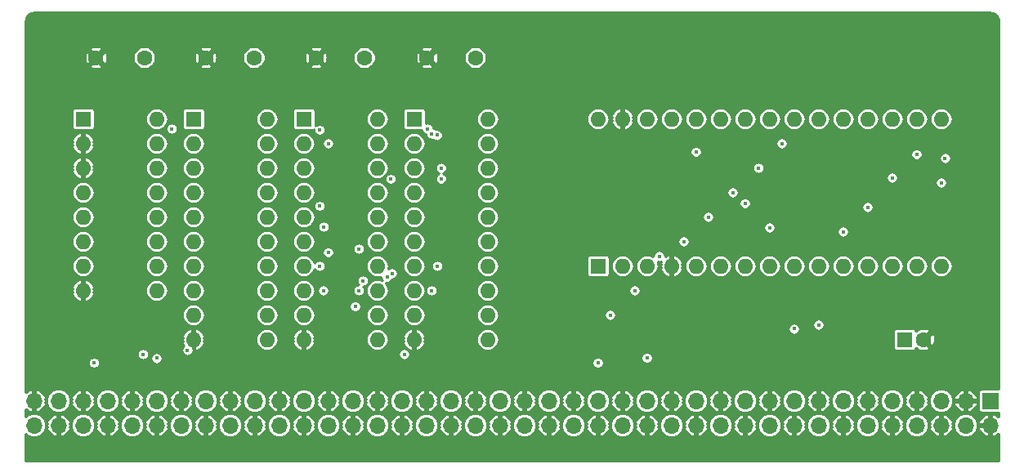
<source format=gbr>
G04 #@! TF.GenerationSoftware,KiCad,Pcbnew,(5.1.0-0)*
G04 #@! TF.CreationDate,2019-12-24T12:01:03-08:00*
G04 #@! TF.ProjectId,SerialCard,53657269-616c-4436-9172-642e6b696361,rev?*
G04 #@! TF.SameCoordinates,Original*
G04 #@! TF.FileFunction,Copper,L2,Inr*
G04 #@! TF.FilePolarity,Positive*
%FSLAX46Y46*%
G04 Gerber Fmt 4.6, Leading zero omitted, Abs format (unit mm)*
G04 Created by KiCad (PCBNEW (5.1.0-0)) date 2019-12-24 12:01:03*
%MOMM*%
%LPD*%
G04 APERTURE LIST*
%ADD10O,1.700000X1.700000*%
%ADD11R,1.700000X1.700000*%
%ADD12O,1.600000X1.600000*%
%ADD13R,1.600000X1.600000*%
%ADD14C,1.600000*%
%ADD15C,0.450000*%
%ADD16C,0.254000*%
G04 APERTURE END LIST*
D10*
X64770000Y-133350000D03*
X64770000Y-130810000D03*
X67310000Y-133350000D03*
X67310000Y-130810000D03*
X69850000Y-133350000D03*
X69850000Y-130810000D03*
X72390000Y-133350000D03*
X72390000Y-130810000D03*
X74930000Y-133350000D03*
X74930000Y-130810000D03*
X77470000Y-133350000D03*
X77470000Y-130810000D03*
X80010000Y-133350000D03*
X80010000Y-130810000D03*
X82550000Y-133350000D03*
X82550000Y-130810000D03*
X85090000Y-133350000D03*
X85090000Y-130810000D03*
X87630000Y-133350000D03*
X87630000Y-130810000D03*
X90170000Y-133350000D03*
X90170000Y-130810000D03*
X92710000Y-133350000D03*
X92710000Y-130810000D03*
X95250000Y-133350000D03*
X95250000Y-130810000D03*
X97790000Y-133350000D03*
X97790000Y-130810000D03*
X100330000Y-133350000D03*
X100330000Y-130810000D03*
X102870000Y-133350000D03*
X102870000Y-130810000D03*
X105410000Y-133350000D03*
X105410000Y-130810000D03*
X107950000Y-133350000D03*
X107950000Y-130810000D03*
X110490000Y-133350000D03*
X110490000Y-130810000D03*
X113030000Y-133350000D03*
X113030000Y-130810000D03*
X115570000Y-133350000D03*
X115570000Y-130810000D03*
X118110000Y-133350000D03*
X118110000Y-130810000D03*
X120650000Y-133350000D03*
X120650000Y-130810000D03*
X123190000Y-133350000D03*
X123190000Y-130810000D03*
X125730000Y-133350000D03*
X125730000Y-130810000D03*
X128270000Y-133350000D03*
X128270000Y-130810000D03*
X130810000Y-133350000D03*
X130810000Y-130810000D03*
X133350000Y-133350000D03*
X133350000Y-130810000D03*
X135890000Y-133350000D03*
X135890000Y-130810000D03*
X138430000Y-133350000D03*
X138430000Y-130810000D03*
X140970000Y-133350000D03*
X140970000Y-130810000D03*
X143510000Y-133350000D03*
X143510000Y-130810000D03*
X146050000Y-133350000D03*
X146050000Y-130810000D03*
X148590000Y-133350000D03*
X148590000Y-130810000D03*
X151130000Y-133350000D03*
X151130000Y-130810000D03*
X153670000Y-133350000D03*
X153670000Y-130810000D03*
X156210000Y-133350000D03*
X156210000Y-130810000D03*
X158750000Y-133350000D03*
X158750000Y-130810000D03*
X161290000Y-133350000D03*
X161290000Y-130810000D03*
X163830000Y-133350000D03*
D11*
X163830000Y-130810000D03*
D12*
X111760000Y-101600000D03*
X104140000Y-124460000D03*
X111760000Y-104140000D03*
X104140000Y-121920000D03*
X111760000Y-106680000D03*
X104140000Y-119380000D03*
X111760000Y-109220000D03*
X104140000Y-116840000D03*
X111760000Y-111760000D03*
X104140000Y-114300000D03*
X111760000Y-114300000D03*
X104140000Y-111760000D03*
X111760000Y-116840000D03*
X104140000Y-109220000D03*
X111760000Y-119380000D03*
X104140000Y-106680000D03*
X111760000Y-121920000D03*
X104140000Y-104140000D03*
X111760000Y-124460000D03*
D13*
X104140000Y-101600000D03*
D12*
X88900000Y-101600000D03*
X81280000Y-124460000D03*
X88900000Y-104140000D03*
X81280000Y-121920000D03*
X88900000Y-106680000D03*
X81280000Y-119380000D03*
X88900000Y-109220000D03*
X81280000Y-116840000D03*
X88900000Y-111760000D03*
X81280000Y-114300000D03*
X88900000Y-114300000D03*
X81280000Y-111760000D03*
X88900000Y-116840000D03*
X81280000Y-109220000D03*
X88900000Y-119380000D03*
X81280000Y-106680000D03*
X88900000Y-121920000D03*
X81280000Y-104140000D03*
X88900000Y-124460000D03*
D13*
X81280000Y-101600000D03*
D12*
X100330000Y-101600000D03*
X92710000Y-124460000D03*
X100330000Y-104140000D03*
X92710000Y-121920000D03*
X100330000Y-106680000D03*
X92710000Y-119380000D03*
X100330000Y-109220000D03*
X92710000Y-116840000D03*
X100330000Y-111760000D03*
X92710000Y-114300000D03*
X100330000Y-114300000D03*
X92710000Y-111760000D03*
X100330000Y-116840000D03*
X92710000Y-109220000D03*
X100330000Y-119380000D03*
X92710000Y-106680000D03*
X100330000Y-121920000D03*
X92710000Y-104140000D03*
X100330000Y-124460000D03*
D13*
X92710000Y-101600000D03*
D12*
X77470000Y-101600000D03*
X69850000Y-119380000D03*
X77470000Y-104140000D03*
X69850000Y-116840000D03*
X77470000Y-106680000D03*
X69850000Y-114300000D03*
X77470000Y-109220000D03*
X69850000Y-111760000D03*
X77470000Y-111760000D03*
X69850000Y-109220000D03*
X77470000Y-114300000D03*
X69850000Y-106680000D03*
X77470000Y-116840000D03*
X69850000Y-104140000D03*
X77470000Y-119380000D03*
D13*
X69850000Y-101600000D03*
D14*
X156940000Y-124460000D03*
D13*
X154940000Y-124460000D03*
D14*
X71200000Y-95250000D03*
X76200000Y-95250000D03*
X105490000Y-95250000D03*
X110490000Y-95250000D03*
X93980000Y-95250000D03*
X98980000Y-95250000D03*
X82550000Y-95250000D03*
X87550000Y-95250000D03*
D12*
X158750000Y-101600000D03*
X158750000Y-116840000D03*
X123190000Y-101600000D03*
X156210000Y-116840000D03*
X125730000Y-101600000D03*
X153670000Y-116840000D03*
X128270000Y-101600000D03*
X151130000Y-116840000D03*
X130810000Y-101600000D03*
X148590000Y-116840000D03*
X133350000Y-101600000D03*
X146050000Y-116840000D03*
X135890000Y-101600000D03*
X143510000Y-116840000D03*
X138430000Y-101600000D03*
X140970000Y-116840000D03*
X140970000Y-101600000D03*
X138430000Y-116840000D03*
X143510000Y-101600000D03*
X135890000Y-116840000D03*
X146050000Y-101600000D03*
X133350000Y-116840000D03*
X148590000Y-101600000D03*
X130810000Y-116840000D03*
X151130000Y-101600000D03*
X128270000Y-116840000D03*
X153670000Y-101600000D03*
X125730000Y-116840000D03*
X156210000Y-101600000D03*
D13*
X123190000Y-116840000D03*
D15*
X158750000Y-108204000D03*
X159165500Y-105664000D03*
X156210000Y-105273999D03*
X101727000Y-107813999D03*
X153670000Y-107696000D03*
X101854000Y-117602000D03*
X101346000Y-117973999D03*
X146050000Y-122936000D03*
X143510000Y-123351500D03*
X140970000Y-112868500D03*
X105537000Y-102616000D03*
X138430000Y-110353999D03*
X105952500Y-103132086D03*
X105952500Y-119380000D03*
X95250000Y-115433999D03*
X95250000Y-104140000D03*
X106540639Y-103285500D03*
X106553000Y-116840000D03*
X133350000Y-105019989D03*
X148590000Y-113284000D03*
X151130000Y-110744000D03*
X79037503Y-102616000D03*
X77470000Y-126399500D03*
X128270000Y-126365000D03*
X106956139Y-106680000D03*
X106959489Y-107813999D03*
X139827000Y-106680000D03*
X103124000Y-125984000D03*
X76073000Y-125984000D03*
X70993000Y-126873000D03*
X123190000Y-126873000D03*
X98840500Y-118364000D03*
X127000000Y-119380000D03*
X98425000Y-119380000D03*
X98425000Y-115062000D03*
X132080000Y-114300000D03*
X94361000Y-116840000D03*
X94361000Y-110617000D03*
X137160000Y-109220000D03*
X94361000Y-102733999D03*
X142240000Y-104140000D03*
X80674573Y-125568500D03*
X98044000Y-121031000D03*
X124460000Y-121920000D03*
X129540000Y-115824000D03*
X94776500Y-112776000D03*
X94742000Y-119380000D03*
X134620000Y-111760000D03*
D16*
G36*
X163997441Y-90594364D02*
G01*
X164158501Y-90642992D01*
X164307054Y-90721979D01*
X164437430Y-90828310D01*
X164544674Y-90957946D01*
X164624695Y-91105942D01*
X164674446Y-91266661D01*
X164694001Y-91452716D01*
X164694000Y-129578536D01*
X164680000Y-129577157D01*
X162980000Y-129577157D01*
X162905311Y-129584513D01*
X162833492Y-129606299D01*
X162767304Y-129641678D01*
X162709289Y-129689289D01*
X162661678Y-129747304D01*
X162626299Y-129813492D01*
X162604513Y-129885311D01*
X162597157Y-129960000D01*
X162597157Y-131660000D01*
X162604513Y-131734689D01*
X162626299Y-131806508D01*
X162661678Y-131872696D01*
X162709289Y-131930711D01*
X162767304Y-131978322D01*
X162833492Y-132013701D01*
X162905311Y-132035487D01*
X162980000Y-132042843D01*
X164680000Y-132042843D01*
X164694000Y-132041464D01*
X164694000Y-132480275D01*
X164642924Y-132425592D01*
X164446961Y-132284761D01*
X164227288Y-132184866D01*
X164146980Y-132160511D01*
X163957000Y-132221373D01*
X163957000Y-133223000D01*
X163977000Y-133223000D01*
X163977000Y-133477000D01*
X163957000Y-133477000D01*
X163957000Y-134478627D01*
X164146980Y-134539489D01*
X164227288Y-134515134D01*
X164446961Y-134415239D01*
X164642924Y-134274408D01*
X164694000Y-134219725D01*
X164694000Y-137008000D01*
X63906000Y-137008000D01*
X63906000Y-134233408D01*
X64082784Y-134378491D01*
X64296637Y-134492798D01*
X64528682Y-134563188D01*
X64709528Y-134581000D01*
X64830472Y-134581000D01*
X65011318Y-134563188D01*
X65243363Y-134492798D01*
X65457216Y-134378491D01*
X65644660Y-134224660D01*
X65798491Y-134037216D01*
X65912798Y-133823363D01*
X65983188Y-133591318D01*
X66006956Y-133350000D01*
X65994448Y-133222998D01*
X66079000Y-133222998D01*
X66079000Y-133477002D01*
X66180812Y-133477002D01*
X66120505Y-133666981D01*
X66205201Y-133892949D01*
X66332353Y-134098052D01*
X66497076Y-134274408D01*
X66693039Y-134415239D01*
X66912712Y-134515134D01*
X66993020Y-134539489D01*
X67183000Y-134478627D01*
X67183000Y-133477000D01*
X67163000Y-133477000D01*
X67163000Y-133223000D01*
X67183000Y-133223000D01*
X67183000Y-132221373D01*
X67437000Y-132221373D01*
X67437000Y-133223000D01*
X67457000Y-133223000D01*
X67457000Y-133477000D01*
X67437000Y-133477000D01*
X67437000Y-134478627D01*
X67626980Y-134539489D01*
X67707288Y-134515134D01*
X67926961Y-134415239D01*
X68122924Y-134274408D01*
X68287647Y-134098052D01*
X68414799Y-133892949D01*
X68499495Y-133666981D01*
X68439188Y-133477002D01*
X68541000Y-133477002D01*
X68541000Y-133350000D01*
X68613044Y-133350000D01*
X68636812Y-133591318D01*
X68707202Y-133823363D01*
X68821509Y-134037216D01*
X68975340Y-134224660D01*
X69162784Y-134378491D01*
X69376637Y-134492798D01*
X69608682Y-134563188D01*
X69789528Y-134581000D01*
X69910472Y-134581000D01*
X70091318Y-134563188D01*
X70323363Y-134492798D01*
X70537216Y-134378491D01*
X70724660Y-134224660D01*
X70878491Y-134037216D01*
X70992798Y-133823363D01*
X71063188Y-133591318D01*
X71086956Y-133350000D01*
X71074448Y-133222998D01*
X71159000Y-133222998D01*
X71159000Y-133477002D01*
X71260812Y-133477002D01*
X71200505Y-133666981D01*
X71285201Y-133892949D01*
X71412353Y-134098052D01*
X71577076Y-134274408D01*
X71773039Y-134415239D01*
X71992712Y-134515134D01*
X72073020Y-134539489D01*
X72263000Y-134478627D01*
X72263000Y-133477000D01*
X72243000Y-133477000D01*
X72243000Y-133223000D01*
X72263000Y-133223000D01*
X72263000Y-132221373D01*
X72517000Y-132221373D01*
X72517000Y-133223000D01*
X72537000Y-133223000D01*
X72537000Y-133477000D01*
X72517000Y-133477000D01*
X72517000Y-134478627D01*
X72706980Y-134539489D01*
X72787288Y-134515134D01*
X73006961Y-134415239D01*
X73202924Y-134274408D01*
X73367647Y-134098052D01*
X73494799Y-133892949D01*
X73579495Y-133666981D01*
X73519188Y-133477002D01*
X73621000Y-133477002D01*
X73621000Y-133350000D01*
X73693044Y-133350000D01*
X73716812Y-133591318D01*
X73787202Y-133823363D01*
X73901509Y-134037216D01*
X74055340Y-134224660D01*
X74242784Y-134378491D01*
X74456637Y-134492798D01*
X74688682Y-134563188D01*
X74869528Y-134581000D01*
X74990472Y-134581000D01*
X75171318Y-134563188D01*
X75403363Y-134492798D01*
X75617216Y-134378491D01*
X75804660Y-134224660D01*
X75958491Y-134037216D01*
X76072798Y-133823363D01*
X76143188Y-133591318D01*
X76166956Y-133350000D01*
X76154448Y-133222998D01*
X76239000Y-133222998D01*
X76239000Y-133477002D01*
X76340812Y-133477002D01*
X76280505Y-133666981D01*
X76365201Y-133892949D01*
X76492353Y-134098052D01*
X76657076Y-134274408D01*
X76853039Y-134415239D01*
X77072712Y-134515134D01*
X77153020Y-134539489D01*
X77343000Y-134478627D01*
X77343000Y-133477000D01*
X77323000Y-133477000D01*
X77323000Y-133223000D01*
X77343000Y-133223000D01*
X77343000Y-132221373D01*
X77597000Y-132221373D01*
X77597000Y-133223000D01*
X77617000Y-133223000D01*
X77617000Y-133477000D01*
X77597000Y-133477000D01*
X77597000Y-134478627D01*
X77786980Y-134539489D01*
X77867288Y-134515134D01*
X78086961Y-134415239D01*
X78282924Y-134274408D01*
X78447647Y-134098052D01*
X78574799Y-133892949D01*
X78659495Y-133666981D01*
X78599188Y-133477002D01*
X78701000Y-133477002D01*
X78701000Y-133350000D01*
X78773044Y-133350000D01*
X78796812Y-133591318D01*
X78867202Y-133823363D01*
X78981509Y-134037216D01*
X79135340Y-134224660D01*
X79322784Y-134378491D01*
X79536637Y-134492798D01*
X79768682Y-134563188D01*
X79949528Y-134581000D01*
X80070472Y-134581000D01*
X80251318Y-134563188D01*
X80483363Y-134492798D01*
X80697216Y-134378491D01*
X80884660Y-134224660D01*
X81038491Y-134037216D01*
X81152798Y-133823363D01*
X81223188Y-133591318D01*
X81246956Y-133350000D01*
X81234448Y-133222998D01*
X81319000Y-133222998D01*
X81319000Y-133477002D01*
X81420812Y-133477002D01*
X81360505Y-133666981D01*
X81445201Y-133892949D01*
X81572353Y-134098052D01*
X81737076Y-134274408D01*
X81933039Y-134415239D01*
X82152712Y-134515134D01*
X82233020Y-134539489D01*
X82423000Y-134478627D01*
X82423000Y-133477000D01*
X82403000Y-133477000D01*
X82403000Y-133223000D01*
X82423000Y-133223000D01*
X82423000Y-132221373D01*
X82677000Y-132221373D01*
X82677000Y-133223000D01*
X82697000Y-133223000D01*
X82697000Y-133477000D01*
X82677000Y-133477000D01*
X82677000Y-134478627D01*
X82866980Y-134539489D01*
X82947288Y-134515134D01*
X83166961Y-134415239D01*
X83362924Y-134274408D01*
X83527647Y-134098052D01*
X83654799Y-133892949D01*
X83739495Y-133666981D01*
X83679188Y-133477002D01*
X83781000Y-133477002D01*
X83781000Y-133350000D01*
X83853044Y-133350000D01*
X83876812Y-133591318D01*
X83947202Y-133823363D01*
X84061509Y-134037216D01*
X84215340Y-134224660D01*
X84402784Y-134378491D01*
X84616637Y-134492798D01*
X84848682Y-134563188D01*
X85029528Y-134581000D01*
X85150472Y-134581000D01*
X85331318Y-134563188D01*
X85563363Y-134492798D01*
X85777216Y-134378491D01*
X85964660Y-134224660D01*
X86118491Y-134037216D01*
X86232798Y-133823363D01*
X86303188Y-133591318D01*
X86326956Y-133350000D01*
X86314448Y-133222998D01*
X86399000Y-133222998D01*
X86399000Y-133477002D01*
X86500812Y-133477002D01*
X86440505Y-133666981D01*
X86525201Y-133892949D01*
X86652353Y-134098052D01*
X86817076Y-134274408D01*
X87013039Y-134415239D01*
X87232712Y-134515134D01*
X87313020Y-134539489D01*
X87503000Y-134478627D01*
X87503000Y-133477000D01*
X87483000Y-133477000D01*
X87483000Y-133223000D01*
X87503000Y-133223000D01*
X87503000Y-132221373D01*
X87757000Y-132221373D01*
X87757000Y-133223000D01*
X87777000Y-133223000D01*
X87777000Y-133477000D01*
X87757000Y-133477000D01*
X87757000Y-134478627D01*
X87946980Y-134539489D01*
X88027288Y-134515134D01*
X88246961Y-134415239D01*
X88442924Y-134274408D01*
X88607647Y-134098052D01*
X88734799Y-133892949D01*
X88819495Y-133666981D01*
X88759188Y-133477002D01*
X88861000Y-133477002D01*
X88861000Y-133350000D01*
X88933044Y-133350000D01*
X88956812Y-133591318D01*
X89027202Y-133823363D01*
X89141509Y-134037216D01*
X89295340Y-134224660D01*
X89482784Y-134378491D01*
X89696637Y-134492798D01*
X89928682Y-134563188D01*
X90109528Y-134581000D01*
X90230472Y-134581000D01*
X90411318Y-134563188D01*
X90643363Y-134492798D01*
X90857216Y-134378491D01*
X91044660Y-134224660D01*
X91198491Y-134037216D01*
X91312798Y-133823363D01*
X91383188Y-133591318D01*
X91406956Y-133350000D01*
X91394448Y-133222998D01*
X91479000Y-133222998D01*
X91479000Y-133477002D01*
X91580812Y-133477002D01*
X91520505Y-133666981D01*
X91605201Y-133892949D01*
X91732353Y-134098052D01*
X91897076Y-134274408D01*
X92093039Y-134415239D01*
X92312712Y-134515134D01*
X92393020Y-134539489D01*
X92583000Y-134478627D01*
X92583000Y-133477000D01*
X92563000Y-133477000D01*
X92563000Y-133223000D01*
X92583000Y-133223000D01*
X92583000Y-132221373D01*
X92837000Y-132221373D01*
X92837000Y-133223000D01*
X92857000Y-133223000D01*
X92857000Y-133477000D01*
X92837000Y-133477000D01*
X92837000Y-134478627D01*
X93026980Y-134539489D01*
X93107288Y-134515134D01*
X93326961Y-134415239D01*
X93522924Y-134274408D01*
X93687647Y-134098052D01*
X93814799Y-133892949D01*
X93899495Y-133666981D01*
X93839188Y-133477002D01*
X93941000Y-133477002D01*
X93941000Y-133350000D01*
X94013044Y-133350000D01*
X94036812Y-133591318D01*
X94107202Y-133823363D01*
X94221509Y-134037216D01*
X94375340Y-134224660D01*
X94562784Y-134378491D01*
X94776637Y-134492798D01*
X95008682Y-134563188D01*
X95189528Y-134581000D01*
X95310472Y-134581000D01*
X95491318Y-134563188D01*
X95723363Y-134492798D01*
X95937216Y-134378491D01*
X96124660Y-134224660D01*
X96278491Y-134037216D01*
X96392798Y-133823363D01*
X96463188Y-133591318D01*
X96486956Y-133350000D01*
X96474448Y-133222998D01*
X96559000Y-133222998D01*
X96559000Y-133477002D01*
X96660812Y-133477002D01*
X96600505Y-133666981D01*
X96685201Y-133892949D01*
X96812353Y-134098052D01*
X96977076Y-134274408D01*
X97173039Y-134415239D01*
X97392712Y-134515134D01*
X97473020Y-134539489D01*
X97663000Y-134478627D01*
X97663000Y-133477000D01*
X97643000Y-133477000D01*
X97643000Y-133223000D01*
X97663000Y-133223000D01*
X97663000Y-132221373D01*
X97917000Y-132221373D01*
X97917000Y-133223000D01*
X97937000Y-133223000D01*
X97937000Y-133477000D01*
X97917000Y-133477000D01*
X97917000Y-134478627D01*
X98106980Y-134539489D01*
X98187288Y-134515134D01*
X98406961Y-134415239D01*
X98602924Y-134274408D01*
X98767647Y-134098052D01*
X98894799Y-133892949D01*
X98979495Y-133666981D01*
X98919188Y-133477002D01*
X99021000Y-133477002D01*
X99021000Y-133350000D01*
X99093044Y-133350000D01*
X99116812Y-133591318D01*
X99187202Y-133823363D01*
X99301509Y-134037216D01*
X99455340Y-134224660D01*
X99642784Y-134378491D01*
X99856637Y-134492798D01*
X100088682Y-134563188D01*
X100269528Y-134581000D01*
X100390472Y-134581000D01*
X100571318Y-134563188D01*
X100803363Y-134492798D01*
X101017216Y-134378491D01*
X101204660Y-134224660D01*
X101358491Y-134037216D01*
X101472798Y-133823363D01*
X101543188Y-133591318D01*
X101566956Y-133350000D01*
X101554448Y-133222998D01*
X101639000Y-133222998D01*
X101639000Y-133477002D01*
X101740812Y-133477002D01*
X101680505Y-133666981D01*
X101765201Y-133892949D01*
X101892353Y-134098052D01*
X102057076Y-134274408D01*
X102253039Y-134415239D01*
X102472712Y-134515134D01*
X102553020Y-134539489D01*
X102743000Y-134478627D01*
X102743000Y-133477000D01*
X102723000Y-133477000D01*
X102723000Y-133223000D01*
X102743000Y-133223000D01*
X102743000Y-132221373D01*
X102997000Y-132221373D01*
X102997000Y-133223000D01*
X103017000Y-133223000D01*
X103017000Y-133477000D01*
X102997000Y-133477000D01*
X102997000Y-134478627D01*
X103186980Y-134539489D01*
X103267288Y-134515134D01*
X103486961Y-134415239D01*
X103682924Y-134274408D01*
X103847647Y-134098052D01*
X103974799Y-133892949D01*
X104059495Y-133666981D01*
X103999188Y-133477002D01*
X104101000Y-133477002D01*
X104101000Y-133350000D01*
X104173044Y-133350000D01*
X104196812Y-133591318D01*
X104267202Y-133823363D01*
X104381509Y-134037216D01*
X104535340Y-134224660D01*
X104722784Y-134378491D01*
X104936637Y-134492798D01*
X105168682Y-134563188D01*
X105349528Y-134581000D01*
X105470472Y-134581000D01*
X105651318Y-134563188D01*
X105883363Y-134492798D01*
X106097216Y-134378491D01*
X106284660Y-134224660D01*
X106438491Y-134037216D01*
X106552798Y-133823363D01*
X106623188Y-133591318D01*
X106646956Y-133350000D01*
X106634448Y-133222998D01*
X106719000Y-133222998D01*
X106719000Y-133477002D01*
X106820812Y-133477002D01*
X106760505Y-133666981D01*
X106845201Y-133892949D01*
X106972353Y-134098052D01*
X107137076Y-134274408D01*
X107333039Y-134415239D01*
X107552712Y-134515134D01*
X107633020Y-134539489D01*
X107823000Y-134478627D01*
X107823000Y-133477000D01*
X107803000Y-133477000D01*
X107803000Y-133223000D01*
X107823000Y-133223000D01*
X107823000Y-132221373D01*
X108077000Y-132221373D01*
X108077000Y-133223000D01*
X108097000Y-133223000D01*
X108097000Y-133477000D01*
X108077000Y-133477000D01*
X108077000Y-134478627D01*
X108266980Y-134539489D01*
X108347288Y-134515134D01*
X108566961Y-134415239D01*
X108762924Y-134274408D01*
X108927647Y-134098052D01*
X109054799Y-133892949D01*
X109139495Y-133666981D01*
X109079188Y-133477002D01*
X109181000Y-133477002D01*
X109181000Y-133350000D01*
X109253044Y-133350000D01*
X109276812Y-133591318D01*
X109347202Y-133823363D01*
X109461509Y-134037216D01*
X109615340Y-134224660D01*
X109802784Y-134378491D01*
X110016637Y-134492798D01*
X110248682Y-134563188D01*
X110429528Y-134581000D01*
X110550472Y-134581000D01*
X110731318Y-134563188D01*
X110963363Y-134492798D01*
X111177216Y-134378491D01*
X111364660Y-134224660D01*
X111518491Y-134037216D01*
X111632798Y-133823363D01*
X111703188Y-133591318D01*
X111726956Y-133350000D01*
X111714448Y-133222998D01*
X111799000Y-133222998D01*
X111799000Y-133477002D01*
X111900812Y-133477002D01*
X111840505Y-133666981D01*
X111925201Y-133892949D01*
X112052353Y-134098052D01*
X112217076Y-134274408D01*
X112413039Y-134415239D01*
X112632712Y-134515134D01*
X112713020Y-134539489D01*
X112903000Y-134478627D01*
X112903000Y-133477000D01*
X112883000Y-133477000D01*
X112883000Y-133223000D01*
X112903000Y-133223000D01*
X112903000Y-132221373D01*
X113157000Y-132221373D01*
X113157000Y-133223000D01*
X113177000Y-133223000D01*
X113177000Y-133477000D01*
X113157000Y-133477000D01*
X113157000Y-134478627D01*
X113346980Y-134539489D01*
X113427288Y-134515134D01*
X113646961Y-134415239D01*
X113842924Y-134274408D01*
X114007647Y-134098052D01*
X114134799Y-133892949D01*
X114219495Y-133666981D01*
X114159188Y-133477002D01*
X114261000Y-133477002D01*
X114261000Y-133350000D01*
X114333044Y-133350000D01*
X114356812Y-133591318D01*
X114427202Y-133823363D01*
X114541509Y-134037216D01*
X114695340Y-134224660D01*
X114882784Y-134378491D01*
X115096637Y-134492798D01*
X115328682Y-134563188D01*
X115509528Y-134581000D01*
X115630472Y-134581000D01*
X115811318Y-134563188D01*
X116043363Y-134492798D01*
X116257216Y-134378491D01*
X116444660Y-134224660D01*
X116598491Y-134037216D01*
X116712798Y-133823363D01*
X116783188Y-133591318D01*
X116806956Y-133350000D01*
X116794448Y-133222998D01*
X116879000Y-133222998D01*
X116879000Y-133477002D01*
X116980812Y-133477002D01*
X116920505Y-133666981D01*
X117005201Y-133892949D01*
X117132353Y-134098052D01*
X117297076Y-134274408D01*
X117493039Y-134415239D01*
X117712712Y-134515134D01*
X117793020Y-134539489D01*
X117983000Y-134478627D01*
X117983000Y-133477000D01*
X117963000Y-133477000D01*
X117963000Y-133223000D01*
X117983000Y-133223000D01*
X117983000Y-132221373D01*
X118237000Y-132221373D01*
X118237000Y-133223000D01*
X118257000Y-133223000D01*
X118257000Y-133477000D01*
X118237000Y-133477000D01*
X118237000Y-134478627D01*
X118426980Y-134539489D01*
X118507288Y-134515134D01*
X118726961Y-134415239D01*
X118922924Y-134274408D01*
X119087647Y-134098052D01*
X119214799Y-133892949D01*
X119299495Y-133666981D01*
X119239188Y-133477002D01*
X119341000Y-133477002D01*
X119341000Y-133350000D01*
X119413044Y-133350000D01*
X119436812Y-133591318D01*
X119507202Y-133823363D01*
X119621509Y-134037216D01*
X119775340Y-134224660D01*
X119962784Y-134378491D01*
X120176637Y-134492798D01*
X120408682Y-134563188D01*
X120589528Y-134581000D01*
X120710472Y-134581000D01*
X120891318Y-134563188D01*
X121123363Y-134492798D01*
X121337216Y-134378491D01*
X121524660Y-134224660D01*
X121678491Y-134037216D01*
X121792798Y-133823363D01*
X121863188Y-133591318D01*
X121886956Y-133350000D01*
X121874448Y-133222998D01*
X121959000Y-133222998D01*
X121959000Y-133477002D01*
X122060812Y-133477002D01*
X122000505Y-133666981D01*
X122085201Y-133892949D01*
X122212353Y-134098052D01*
X122377076Y-134274408D01*
X122573039Y-134415239D01*
X122792712Y-134515134D01*
X122873020Y-134539489D01*
X123063000Y-134478627D01*
X123063000Y-133477000D01*
X123043000Y-133477000D01*
X123043000Y-133223000D01*
X123063000Y-133223000D01*
X123063000Y-132221373D01*
X123317000Y-132221373D01*
X123317000Y-133223000D01*
X123337000Y-133223000D01*
X123337000Y-133477000D01*
X123317000Y-133477000D01*
X123317000Y-134478627D01*
X123506980Y-134539489D01*
X123587288Y-134515134D01*
X123806961Y-134415239D01*
X124002924Y-134274408D01*
X124167647Y-134098052D01*
X124294799Y-133892949D01*
X124379495Y-133666981D01*
X124319188Y-133477002D01*
X124421000Y-133477002D01*
X124421000Y-133350000D01*
X124493044Y-133350000D01*
X124516812Y-133591318D01*
X124587202Y-133823363D01*
X124701509Y-134037216D01*
X124855340Y-134224660D01*
X125042784Y-134378491D01*
X125256637Y-134492798D01*
X125488682Y-134563188D01*
X125669528Y-134581000D01*
X125790472Y-134581000D01*
X125971318Y-134563188D01*
X126203363Y-134492798D01*
X126417216Y-134378491D01*
X126604660Y-134224660D01*
X126758491Y-134037216D01*
X126872798Y-133823363D01*
X126943188Y-133591318D01*
X126966956Y-133350000D01*
X126954448Y-133222998D01*
X127039000Y-133222998D01*
X127039000Y-133477002D01*
X127140812Y-133477002D01*
X127080505Y-133666981D01*
X127165201Y-133892949D01*
X127292353Y-134098052D01*
X127457076Y-134274408D01*
X127653039Y-134415239D01*
X127872712Y-134515134D01*
X127953020Y-134539489D01*
X128143000Y-134478627D01*
X128143000Y-133477000D01*
X128123000Y-133477000D01*
X128123000Y-133223000D01*
X128143000Y-133223000D01*
X128143000Y-132221373D01*
X128397000Y-132221373D01*
X128397000Y-133223000D01*
X128417000Y-133223000D01*
X128417000Y-133477000D01*
X128397000Y-133477000D01*
X128397000Y-134478627D01*
X128586980Y-134539489D01*
X128667288Y-134515134D01*
X128886961Y-134415239D01*
X129082924Y-134274408D01*
X129247647Y-134098052D01*
X129374799Y-133892949D01*
X129459495Y-133666981D01*
X129399188Y-133477002D01*
X129501000Y-133477002D01*
X129501000Y-133350000D01*
X129573044Y-133350000D01*
X129596812Y-133591318D01*
X129667202Y-133823363D01*
X129781509Y-134037216D01*
X129935340Y-134224660D01*
X130122784Y-134378491D01*
X130336637Y-134492798D01*
X130568682Y-134563188D01*
X130749528Y-134581000D01*
X130870472Y-134581000D01*
X131051318Y-134563188D01*
X131283363Y-134492798D01*
X131497216Y-134378491D01*
X131684660Y-134224660D01*
X131838491Y-134037216D01*
X131952798Y-133823363D01*
X132023188Y-133591318D01*
X132046956Y-133350000D01*
X132034448Y-133222998D01*
X132119000Y-133222998D01*
X132119000Y-133477002D01*
X132220812Y-133477002D01*
X132160505Y-133666981D01*
X132245201Y-133892949D01*
X132372353Y-134098052D01*
X132537076Y-134274408D01*
X132733039Y-134415239D01*
X132952712Y-134515134D01*
X133033020Y-134539489D01*
X133223000Y-134478627D01*
X133223000Y-133477000D01*
X133203000Y-133477000D01*
X133203000Y-133223000D01*
X133223000Y-133223000D01*
X133223000Y-132221373D01*
X133477000Y-132221373D01*
X133477000Y-133223000D01*
X133497000Y-133223000D01*
X133497000Y-133477000D01*
X133477000Y-133477000D01*
X133477000Y-134478627D01*
X133666980Y-134539489D01*
X133747288Y-134515134D01*
X133966961Y-134415239D01*
X134162924Y-134274408D01*
X134327647Y-134098052D01*
X134454799Y-133892949D01*
X134539495Y-133666981D01*
X134479188Y-133477002D01*
X134581000Y-133477002D01*
X134581000Y-133350000D01*
X134653044Y-133350000D01*
X134676812Y-133591318D01*
X134747202Y-133823363D01*
X134861509Y-134037216D01*
X135015340Y-134224660D01*
X135202784Y-134378491D01*
X135416637Y-134492798D01*
X135648682Y-134563188D01*
X135829528Y-134581000D01*
X135950472Y-134581000D01*
X136131318Y-134563188D01*
X136363363Y-134492798D01*
X136577216Y-134378491D01*
X136764660Y-134224660D01*
X136918491Y-134037216D01*
X137032798Y-133823363D01*
X137103188Y-133591318D01*
X137126956Y-133350000D01*
X137114448Y-133222998D01*
X137199000Y-133222998D01*
X137199000Y-133477002D01*
X137300812Y-133477002D01*
X137240505Y-133666981D01*
X137325201Y-133892949D01*
X137452353Y-134098052D01*
X137617076Y-134274408D01*
X137813039Y-134415239D01*
X138032712Y-134515134D01*
X138113020Y-134539489D01*
X138303000Y-134478627D01*
X138303000Y-133477000D01*
X138283000Y-133477000D01*
X138283000Y-133223000D01*
X138303000Y-133223000D01*
X138303000Y-132221373D01*
X138557000Y-132221373D01*
X138557000Y-133223000D01*
X138577000Y-133223000D01*
X138577000Y-133477000D01*
X138557000Y-133477000D01*
X138557000Y-134478627D01*
X138746980Y-134539489D01*
X138827288Y-134515134D01*
X139046961Y-134415239D01*
X139242924Y-134274408D01*
X139407647Y-134098052D01*
X139534799Y-133892949D01*
X139619495Y-133666981D01*
X139559188Y-133477002D01*
X139661000Y-133477002D01*
X139661000Y-133350000D01*
X139733044Y-133350000D01*
X139756812Y-133591318D01*
X139827202Y-133823363D01*
X139941509Y-134037216D01*
X140095340Y-134224660D01*
X140282784Y-134378491D01*
X140496637Y-134492798D01*
X140728682Y-134563188D01*
X140909528Y-134581000D01*
X141030472Y-134581000D01*
X141211318Y-134563188D01*
X141443363Y-134492798D01*
X141657216Y-134378491D01*
X141844660Y-134224660D01*
X141998491Y-134037216D01*
X142112798Y-133823363D01*
X142183188Y-133591318D01*
X142206956Y-133350000D01*
X142194448Y-133222998D01*
X142279000Y-133222998D01*
X142279000Y-133477002D01*
X142380812Y-133477002D01*
X142320505Y-133666981D01*
X142405201Y-133892949D01*
X142532353Y-134098052D01*
X142697076Y-134274408D01*
X142893039Y-134415239D01*
X143112712Y-134515134D01*
X143193020Y-134539489D01*
X143383000Y-134478627D01*
X143383000Y-133477000D01*
X143363000Y-133477000D01*
X143363000Y-133223000D01*
X143383000Y-133223000D01*
X143383000Y-132221373D01*
X143637000Y-132221373D01*
X143637000Y-133223000D01*
X143657000Y-133223000D01*
X143657000Y-133477000D01*
X143637000Y-133477000D01*
X143637000Y-134478627D01*
X143826980Y-134539489D01*
X143907288Y-134515134D01*
X144126961Y-134415239D01*
X144322924Y-134274408D01*
X144487647Y-134098052D01*
X144614799Y-133892949D01*
X144699495Y-133666981D01*
X144639188Y-133477002D01*
X144741000Y-133477002D01*
X144741000Y-133350000D01*
X144813044Y-133350000D01*
X144836812Y-133591318D01*
X144907202Y-133823363D01*
X145021509Y-134037216D01*
X145175340Y-134224660D01*
X145362784Y-134378491D01*
X145576637Y-134492798D01*
X145808682Y-134563188D01*
X145989528Y-134581000D01*
X146110472Y-134581000D01*
X146291318Y-134563188D01*
X146523363Y-134492798D01*
X146737216Y-134378491D01*
X146924660Y-134224660D01*
X147078491Y-134037216D01*
X147192798Y-133823363D01*
X147263188Y-133591318D01*
X147286956Y-133350000D01*
X147274448Y-133222998D01*
X147359000Y-133222998D01*
X147359000Y-133477002D01*
X147460812Y-133477002D01*
X147400505Y-133666981D01*
X147485201Y-133892949D01*
X147612353Y-134098052D01*
X147777076Y-134274408D01*
X147973039Y-134415239D01*
X148192712Y-134515134D01*
X148273020Y-134539489D01*
X148463000Y-134478627D01*
X148463000Y-133477000D01*
X148443000Y-133477000D01*
X148443000Y-133223000D01*
X148463000Y-133223000D01*
X148463000Y-132221373D01*
X148717000Y-132221373D01*
X148717000Y-133223000D01*
X148737000Y-133223000D01*
X148737000Y-133477000D01*
X148717000Y-133477000D01*
X148717000Y-134478627D01*
X148906980Y-134539489D01*
X148987288Y-134515134D01*
X149206961Y-134415239D01*
X149402924Y-134274408D01*
X149567647Y-134098052D01*
X149694799Y-133892949D01*
X149779495Y-133666981D01*
X149719188Y-133477002D01*
X149821000Y-133477002D01*
X149821000Y-133350000D01*
X149893044Y-133350000D01*
X149916812Y-133591318D01*
X149987202Y-133823363D01*
X150101509Y-134037216D01*
X150255340Y-134224660D01*
X150442784Y-134378491D01*
X150656637Y-134492798D01*
X150888682Y-134563188D01*
X151069528Y-134581000D01*
X151190472Y-134581000D01*
X151371318Y-134563188D01*
X151603363Y-134492798D01*
X151817216Y-134378491D01*
X152004660Y-134224660D01*
X152158491Y-134037216D01*
X152272798Y-133823363D01*
X152343188Y-133591318D01*
X152366956Y-133350000D01*
X152354448Y-133222998D01*
X152439000Y-133222998D01*
X152439000Y-133477002D01*
X152540812Y-133477002D01*
X152480505Y-133666981D01*
X152565201Y-133892949D01*
X152692353Y-134098052D01*
X152857076Y-134274408D01*
X153053039Y-134415239D01*
X153272712Y-134515134D01*
X153353020Y-134539489D01*
X153543000Y-134478627D01*
X153543000Y-133477000D01*
X153523000Y-133477000D01*
X153523000Y-133223000D01*
X153543000Y-133223000D01*
X153543000Y-132221373D01*
X153797000Y-132221373D01*
X153797000Y-133223000D01*
X153817000Y-133223000D01*
X153817000Y-133477000D01*
X153797000Y-133477000D01*
X153797000Y-134478627D01*
X153986980Y-134539489D01*
X154067288Y-134515134D01*
X154286961Y-134415239D01*
X154482924Y-134274408D01*
X154647647Y-134098052D01*
X154774799Y-133892949D01*
X154859495Y-133666981D01*
X154799188Y-133477002D01*
X154901000Y-133477002D01*
X154901000Y-133350000D01*
X154973044Y-133350000D01*
X154996812Y-133591318D01*
X155067202Y-133823363D01*
X155181509Y-134037216D01*
X155335340Y-134224660D01*
X155522784Y-134378491D01*
X155736637Y-134492798D01*
X155968682Y-134563188D01*
X156149528Y-134581000D01*
X156270472Y-134581000D01*
X156451318Y-134563188D01*
X156683363Y-134492798D01*
X156897216Y-134378491D01*
X157084660Y-134224660D01*
X157238491Y-134037216D01*
X157352798Y-133823363D01*
X157423188Y-133591318D01*
X157446956Y-133350000D01*
X157434448Y-133222998D01*
X157519000Y-133222998D01*
X157519000Y-133477002D01*
X157620812Y-133477002D01*
X157560505Y-133666981D01*
X157645201Y-133892949D01*
X157772353Y-134098052D01*
X157937076Y-134274408D01*
X158133039Y-134415239D01*
X158352712Y-134515134D01*
X158433020Y-134539489D01*
X158623000Y-134478627D01*
X158623000Y-133477000D01*
X158603000Y-133477000D01*
X158603000Y-133223000D01*
X158623000Y-133223000D01*
X158623000Y-132221373D01*
X158877000Y-132221373D01*
X158877000Y-133223000D01*
X158897000Y-133223000D01*
X158897000Y-133477000D01*
X158877000Y-133477000D01*
X158877000Y-134478627D01*
X159066980Y-134539489D01*
X159147288Y-134515134D01*
X159366961Y-134415239D01*
X159562924Y-134274408D01*
X159727647Y-134098052D01*
X159854799Y-133892949D01*
X159939495Y-133666981D01*
X159879188Y-133477002D01*
X159981000Y-133477002D01*
X159981000Y-133350000D01*
X160053044Y-133350000D01*
X160076812Y-133591318D01*
X160147202Y-133823363D01*
X160261509Y-134037216D01*
X160415340Y-134224660D01*
X160602784Y-134378491D01*
X160816637Y-134492798D01*
X161048682Y-134563188D01*
X161229528Y-134581000D01*
X161350472Y-134581000D01*
X161531318Y-134563188D01*
X161763363Y-134492798D01*
X161977216Y-134378491D01*
X162164660Y-134224660D01*
X162318491Y-134037216D01*
X162432798Y-133823363D01*
X162480235Y-133666981D01*
X162640505Y-133666981D01*
X162725201Y-133892949D01*
X162852353Y-134098052D01*
X163017076Y-134274408D01*
X163213039Y-134415239D01*
X163432712Y-134515134D01*
X163513020Y-134539489D01*
X163703000Y-134478627D01*
X163703000Y-133477000D01*
X162700813Y-133477000D01*
X162640505Y-133666981D01*
X162480235Y-133666981D01*
X162503188Y-133591318D01*
X162526956Y-133350000D01*
X162503188Y-133108682D01*
X162480236Y-133033019D01*
X162640505Y-133033019D01*
X162700813Y-133223000D01*
X163703000Y-133223000D01*
X163703000Y-132221373D01*
X163513020Y-132160511D01*
X163432712Y-132184866D01*
X163213039Y-132284761D01*
X163017076Y-132425592D01*
X162852353Y-132601948D01*
X162725201Y-132807051D01*
X162640505Y-133033019D01*
X162480236Y-133033019D01*
X162432798Y-132876637D01*
X162318491Y-132662784D01*
X162164660Y-132475340D01*
X161977216Y-132321509D01*
X161763363Y-132207202D01*
X161531318Y-132136812D01*
X161350472Y-132119000D01*
X161229528Y-132119000D01*
X161048682Y-132136812D01*
X160816637Y-132207202D01*
X160602784Y-132321509D01*
X160415340Y-132475340D01*
X160261509Y-132662784D01*
X160147202Y-132876637D01*
X160076812Y-133108682D01*
X160053044Y-133350000D01*
X159981000Y-133350000D01*
X159981000Y-133222998D01*
X159879188Y-133222998D01*
X159939495Y-133033019D01*
X159854799Y-132807051D01*
X159727647Y-132601948D01*
X159562924Y-132425592D01*
X159366961Y-132284761D01*
X159147288Y-132184866D01*
X159066980Y-132160511D01*
X158877000Y-132221373D01*
X158623000Y-132221373D01*
X158433020Y-132160511D01*
X158352712Y-132184866D01*
X158133039Y-132284761D01*
X157937076Y-132425592D01*
X157772353Y-132601948D01*
X157645201Y-132807051D01*
X157560505Y-133033019D01*
X157620812Y-133222998D01*
X157519000Y-133222998D01*
X157434448Y-133222998D01*
X157423188Y-133108682D01*
X157352798Y-132876637D01*
X157238491Y-132662784D01*
X157084660Y-132475340D01*
X156897216Y-132321509D01*
X156683363Y-132207202D01*
X156451318Y-132136812D01*
X156270472Y-132119000D01*
X156149528Y-132119000D01*
X155968682Y-132136812D01*
X155736637Y-132207202D01*
X155522784Y-132321509D01*
X155335340Y-132475340D01*
X155181509Y-132662784D01*
X155067202Y-132876637D01*
X154996812Y-133108682D01*
X154973044Y-133350000D01*
X154901000Y-133350000D01*
X154901000Y-133222998D01*
X154799188Y-133222998D01*
X154859495Y-133033019D01*
X154774799Y-132807051D01*
X154647647Y-132601948D01*
X154482924Y-132425592D01*
X154286961Y-132284761D01*
X154067288Y-132184866D01*
X153986980Y-132160511D01*
X153797000Y-132221373D01*
X153543000Y-132221373D01*
X153353020Y-132160511D01*
X153272712Y-132184866D01*
X153053039Y-132284761D01*
X152857076Y-132425592D01*
X152692353Y-132601948D01*
X152565201Y-132807051D01*
X152480505Y-133033019D01*
X152540812Y-133222998D01*
X152439000Y-133222998D01*
X152354448Y-133222998D01*
X152343188Y-133108682D01*
X152272798Y-132876637D01*
X152158491Y-132662784D01*
X152004660Y-132475340D01*
X151817216Y-132321509D01*
X151603363Y-132207202D01*
X151371318Y-132136812D01*
X151190472Y-132119000D01*
X151069528Y-132119000D01*
X150888682Y-132136812D01*
X150656637Y-132207202D01*
X150442784Y-132321509D01*
X150255340Y-132475340D01*
X150101509Y-132662784D01*
X149987202Y-132876637D01*
X149916812Y-133108682D01*
X149893044Y-133350000D01*
X149821000Y-133350000D01*
X149821000Y-133222998D01*
X149719188Y-133222998D01*
X149779495Y-133033019D01*
X149694799Y-132807051D01*
X149567647Y-132601948D01*
X149402924Y-132425592D01*
X149206961Y-132284761D01*
X148987288Y-132184866D01*
X148906980Y-132160511D01*
X148717000Y-132221373D01*
X148463000Y-132221373D01*
X148273020Y-132160511D01*
X148192712Y-132184866D01*
X147973039Y-132284761D01*
X147777076Y-132425592D01*
X147612353Y-132601948D01*
X147485201Y-132807051D01*
X147400505Y-133033019D01*
X147460812Y-133222998D01*
X147359000Y-133222998D01*
X147274448Y-133222998D01*
X147263188Y-133108682D01*
X147192798Y-132876637D01*
X147078491Y-132662784D01*
X146924660Y-132475340D01*
X146737216Y-132321509D01*
X146523363Y-132207202D01*
X146291318Y-132136812D01*
X146110472Y-132119000D01*
X145989528Y-132119000D01*
X145808682Y-132136812D01*
X145576637Y-132207202D01*
X145362784Y-132321509D01*
X145175340Y-132475340D01*
X145021509Y-132662784D01*
X144907202Y-132876637D01*
X144836812Y-133108682D01*
X144813044Y-133350000D01*
X144741000Y-133350000D01*
X144741000Y-133222998D01*
X144639188Y-133222998D01*
X144699495Y-133033019D01*
X144614799Y-132807051D01*
X144487647Y-132601948D01*
X144322924Y-132425592D01*
X144126961Y-132284761D01*
X143907288Y-132184866D01*
X143826980Y-132160511D01*
X143637000Y-132221373D01*
X143383000Y-132221373D01*
X143193020Y-132160511D01*
X143112712Y-132184866D01*
X142893039Y-132284761D01*
X142697076Y-132425592D01*
X142532353Y-132601948D01*
X142405201Y-132807051D01*
X142320505Y-133033019D01*
X142380812Y-133222998D01*
X142279000Y-133222998D01*
X142194448Y-133222998D01*
X142183188Y-133108682D01*
X142112798Y-132876637D01*
X141998491Y-132662784D01*
X141844660Y-132475340D01*
X141657216Y-132321509D01*
X141443363Y-132207202D01*
X141211318Y-132136812D01*
X141030472Y-132119000D01*
X140909528Y-132119000D01*
X140728682Y-132136812D01*
X140496637Y-132207202D01*
X140282784Y-132321509D01*
X140095340Y-132475340D01*
X139941509Y-132662784D01*
X139827202Y-132876637D01*
X139756812Y-133108682D01*
X139733044Y-133350000D01*
X139661000Y-133350000D01*
X139661000Y-133222998D01*
X139559188Y-133222998D01*
X139619495Y-133033019D01*
X139534799Y-132807051D01*
X139407647Y-132601948D01*
X139242924Y-132425592D01*
X139046961Y-132284761D01*
X138827288Y-132184866D01*
X138746980Y-132160511D01*
X138557000Y-132221373D01*
X138303000Y-132221373D01*
X138113020Y-132160511D01*
X138032712Y-132184866D01*
X137813039Y-132284761D01*
X137617076Y-132425592D01*
X137452353Y-132601948D01*
X137325201Y-132807051D01*
X137240505Y-133033019D01*
X137300812Y-133222998D01*
X137199000Y-133222998D01*
X137114448Y-133222998D01*
X137103188Y-133108682D01*
X137032798Y-132876637D01*
X136918491Y-132662784D01*
X136764660Y-132475340D01*
X136577216Y-132321509D01*
X136363363Y-132207202D01*
X136131318Y-132136812D01*
X135950472Y-132119000D01*
X135829528Y-132119000D01*
X135648682Y-132136812D01*
X135416637Y-132207202D01*
X135202784Y-132321509D01*
X135015340Y-132475340D01*
X134861509Y-132662784D01*
X134747202Y-132876637D01*
X134676812Y-133108682D01*
X134653044Y-133350000D01*
X134581000Y-133350000D01*
X134581000Y-133222998D01*
X134479188Y-133222998D01*
X134539495Y-133033019D01*
X134454799Y-132807051D01*
X134327647Y-132601948D01*
X134162924Y-132425592D01*
X133966961Y-132284761D01*
X133747288Y-132184866D01*
X133666980Y-132160511D01*
X133477000Y-132221373D01*
X133223000Y-132221373D01*
X133033020Y-132160511D01*
X132952712Y-132184866D01*
X132733039Y-132284761D01*
X132537076Y-132425592D01*
X132372353Y-132601948D01*
X132245201Y-132807051D01*
X132160505Y-133033019D01*
X132220812Y-133222998D01*
X132119000Y-133222998D01*
X132034448Y-133222998D01*
X132023188Y-133108682D01*
X131952798Y-132876637D01*
X131838491Y-132662784D01*
X131684660Y-132475340D01*
X131497216Y-132321509D01*
X131283363Y-132207202D01*
X131051318Y-132136812D01*
X130870472Y-132119000D01*
X130749528Y-132119000D01*
X130568682Y-132136812D01*
X130336637Y-132207202D01*
X130122784Y-132321509D01*
X129935340Y-132475340D01*
X129781509Y-132662784D01*
X129667202Y-132876637D01*
X129596812Y-133108682D01*
X129573044Y-133350000D01*
X129501000Y-133350000D01*
X129501000Y-133222998D01*
X129399188Y-133222998D01*
X129459495Y-133033019D01*
X129374799Y-132807051D01*
X129247647Y-132601948D01*
X129082924Y-132425592D01*
X128886961Y-132284761D01*
X128667288Y-132184866D01*
X128586980Y-132160511D01*
X128397000Y-132221373D01*
X128143000Y-132221373D01*
X127953020Y-132160511D01*
X127872712Y-132184866D01*
X127653039Y-132284761D01*
X127457076Y-132425592D01*
X127292353Y-132601948D01*
X127165201Y-132807051D01*
X127080505Y-133033019D01*
X127140812Y-133222998D01*
X127039000Y-133222998D01*
X126954448Y-133222998D01*
X126943188Y-133108682D01*
X126872798Y-132876637D01*
X126758491Y-132662784D01*
X126604660Y-132475340D01*
X126417216Y-132321509D01*
X126203363Y-132207202D01*
X125971318Y-132136812D01*
X125790472Y-132119000D01*
X125669528Y-132119000D01*
X125488682Y-132136812D01*
X125256637Y-132207202D01*
X125042784Y-132321509D01*
X124855340Y-132475340D01*
X124701509Y-132662784D01*
X124587202Y-132876637D01*
X124516812Y-133108682D01*
X124493044Y-133350000D01*
X124421000Y-133350000D01*
X124421000Y-133222998D01*
X124319188Y-133222998D01*
X124379495Y-133033019D01*
X124294799Y-132807051D01*
X124167647Y-132601948D01*
X124002924Y-132425592D01*
X123806961Y-132284761D01*
X123587288Y-132184866D01*
X123506980Y-132160511D01*
X123317000Y-132221373D01*
X123063000Y-132221373D01*
X122873020Y-132160511D01*
X122792712Y-132184866D01*
X122573039Y-132284761D01*
X122377076Y-132425592D01*
X122212353Y-132601948D01*
X122085201Y-132807051D01*
X122000505Y-133033019D01*
X122060812Y-133222998D01*
X121959000Y-133222998D01*
X121874448Y-133222998D01*
X121863188Y-133108682D01*
X121792798Y-132876637D01*
X121678491Y-132662784D01*
X121524660Y-132475340D01*
X121337216Y-132321509D01*
X121123363Y-132207202D01*
X120891318Y-132136812D01*
X120710472Y-132119000D01*
X120589528Y-132119000D01*
X120408682Y-132136812D01*
X120176637Y-132207202D01*
X119962784Y-132321509D01*
X119775340Y-132475340D01*
X119621509Y-132662784D01*
X119507202Y-132876637D01*
X119436812Y-133108682D01*
X119413044Y-133350000D01*
X119341000Y-133350000D01*
X119341000Y-133222998D01*
X119239188Y-133222998D01*
X119299495Y-133033019D01*
X119214799Y-132807051D01*
X119087647Y-132601948D01*
X118922924Y-132425592D01*
X118726961Y-132284761D01*
X118507288Y-132184866D01*
X118426980Y-132160511D01*
X118237000Y-132221373D01*
X117983000Y-132221373D01*
X117793020Y-132160511D01*
X117712712Y-132184866D01*
X117493039Y-132284761D01*
X117297076Y-132425592D01*
X117132353Y-132601948D01*
X117005201Y-132807051D01*
X116920505Y-133033019D01*
X116980812Y-133222998D01*
X116879000Y-133222998D01*
X116794448Y-133222998D01*
X116783188Y-133108682D01*
X116712798Y-132876637D01*
X116598491Y-132662784D01*
X116444660Y-132475340D01*
X116257216Y-132321509D01*
X116043363Y-132207202D01*
X115811318Y-132136812D01*
X115630472Y-132119000D01*
X115509528Y-132119000D01*
X115328682Y-132136812D01*
X115096637Y-132207202D01*
X114882784Y-132321509D01*
X114695340Y-132475340D01*
X114541509Y-132662784D01*
X114427202Y-132876637D01*
X114356812Y-133108682D01*
X114333044Y-133350000D01*
X114261000Y-133350000D01*
X114261000Y-133222998D01*
X114159188Y-133222998D01*
X114219495Y-133033019D01*
X114134799Y-132807051D01*
X114007647Y-132601948D01*
X113842924Y-132425592D01*
X113646961Y-132284761D01*
X113427288Y-132184866D01*
X113346980Y-132160511D01*
X113157000Y-132221373D01*
X112903000Y-132221373D01*
X112713020Y-132160511D01*
X112632712Y-132184866D01*
X112413039Y-132284761D01*
X112217076Y-132425592D01*
X112052353Y-132601948D01*
X111925201Y-132807051D01*
X111840505Y-133033019D01*
X111900812Y-133222998D01*
X111799000Y-133222998D01*
X111714448Y-133222998D01*
X111703188Y-133108682D01*
X111632798Y-132876637D01*
X111518491Y-132662784D01*
X111364660Y-132475340D01*
X111177216Y-132321509D01*
X110963363Y-132207202D01*
X110731318Y-132136812D01*
X110550472Y-132119000D01*
X110429528Y-132119000D01*
X110248682Y-132136812D01*
X110016637Y-132207202D01*
X109802784Y-132321509D01*
X109615340Y-132475340D01*
X109461509Y-132662784D01*
X109347202Y-132876637D01*
X109276812Y-133108682D01*
X109253044Y-133350000D01*
X109181000Y-133350000D01*
X109181000Y-133222998D01*
X109079188Y-133222998D01*
X109139495Y-133033019D01*
X109054799Y-132807051D01*
X108927647Y-132601948D01*
X108762924Y-132425592D01*
X108566961Y-132284761D01*
X108347288Y-132184866D01*
X108266980Y-132160511D01*
X108077000Y-132221373D01*
X107823000Y-132221373D01*
X107633020Y-132160511D01*
X107552712Y-132184866D01*
X107333039Y-132284761D01*
X107137076Y-132425592D01*
X106972353Y-132601948D01*
X106845201Y-132807051D01*
X106760505Y-133033019D01*
X106820812Y-133222998D01*
X106719000Y-133222998D01*
X106634448Y-133222998D01*
X106623188Y-133108682D01*
X106552798Y-132876637D01*
X106438491Y-132662784D01*
X106284660Y-132475340D01*
X106097216Y-132321509D01*
X105883363Y-132207202D01*
X105651318Y-132136812D01*
X105470472Y-132119000D01*
X105349528Y-132119000D01*
X105168682Y-132136812D01*
X104936637Y-132207202D01*
X104722784Y-132321509D01*
X104535340Y-132475340D01*
X104381509Y-132662784D01*
X104267202Y-132876637D01*
X104196812Y-133108682D01*
X104173044Y-133350000D01*
X104101000Y-133350000D01*
X104101000Y-133222998D01*
X103999188Y-133222998D01*
X104059495Y-133033019D01*
X103974799Y-132807051D01*
X103847647Y-132601948D01*
X103682924Y-132425592D01*
X103486961Y-132284761D01*
X103267288Y-132184866D01*
X103186980Y-132160511D01*
X102997000Y-132221373D01*
X102743000Y-132221373D01*
X102553020Y-132160511D01*
X102472712Y-132184866D01*
X102253039Y-132284761D01*
X102057076Y-132425592D01*
X101892353Y-132601948D01*
X101765201Y-132807051D01*
X101680505Y-133033019D01*
X101740812Y-133222998D01*
X101639000Y-133222998D01*
X101554448Y-133222998D01*
X101543188Y-133108682D01*
X101472798Y-132876637D01*
X101358491Y-132662784D01*
X101204660Y-132475340D01*
X101017216Y-132321509D01*
X100803363Y-132207202D01*
X100571318Y-132136812D01*
X100390472Y-132119000D01*
X100269528Y-132119000D01*
X100088682Y-132136812D01*
X99856637Y-132207202D01*
X99642784Y-132321509D01*
X99455340Y-132475340D01*
X99301509Y-132662784D01*
X99187202Y-132876637D01*
X99116812Y-133108682D01*
X99093044Y-133350000D01*
X99021000Y-133350000D01*
X99021000Y-133222998D01*
X98919188Y-133222998D01*
X98979495Y-133033019D01*
X98894799Y-132807051D01*
X98767647Y-132601948D01*
X98602924Y-132425592D01*
X98406961Y-132284761D01*
X98187288Y-132184866D01*
X98106980Y-132160511D01*
X97917000Y-132221373D01*
X97663000Y-132221373D01*
X97473020Y-132160511D01*
X97392712Y-132184866D01*
X97173039Y-132284761D01*
X96977076Y-132425592D01*
X96812353Y-132601948D01*
X96685201Y-132807051D01*
X96600505Y-133033019D01*
X96660812Y-133222998D01*
X96559000Y-133222998D01*
X96474448Y-133222998D01*
X96463188Y-133108682D01*
X96392798Y-132876637D01*
X96278491Y-132662784D01*
X96124660Y-132475340D01*
X95937216Y-132321509D01*
X95723363Y-132207202D01*
X95491318Y-132136812D01*
X95310472Y-132119000D01*
X95189528Y-132119000D01*
X95008682Y-132136812D01*
X94776637Y-132207202D01*
X94562784Y-132321509D01*
X94375340Y-132475340D01*
X94221509Y-132662784D01*
X94107202Y-132876637D01*
X94036812Y-133108682D01*
X94013044Y-133350000D01*
X93941000Y-133350000D01*
X93941000Y-133222998D01*
X93839188Y-133222998D01*
X93899495Y-133033019D01*
X93814799Y-132807051D01*
X93687647Y-132601948D01*
X93522924Y-132425592D01*
X93326961Y-132284761D01*
X93107288Y-132184866D01*
X93026980Y-132160511D01*
X92837000Y-132221373D01*
X92583000Y-132221373D01*
X92393020Y-132160511D01*
X92312712Y-132184866D01*
X92093039Y-132284761D01*
X91897076Y-132425592D01*
X91732353Y-132601948D01*
X91605201Y-132807051D01*
X91520505Y-133033019D01*
X91580812Y-133222998D01*
X91479000Y-133222998D01*
X91394448Y-133222998D01*
X91383188Y-133108682D01*
X91312798Y-132876637D01*
X91198491Y-132662784D01*
X91044660Y-132475340D01*
X90857216Y-132321509D01*
X90643363Y-132207202D01*
X90411318Y-132136812D01*
X90230472Y-132119000D01*
X90109528Y-132119000D01*
X89928682Y-132136812D01*
X89696637Y-132207202D01*
X89482784Y-132321509D01*
X89295340Y-132475340D01*
X89141509Y-132662784D01*
X89027202Y-132876637D01*
X88956812Y-133108682D01*
X88933044Y-133350000D01*
X88861000Y-133350000D01*
X88861000Y-133222998D01*
X88759188Y-133222998D01*
X88819495Y-133033019D01*
X88734799Y-132807051D01*
X88607647Y-132601948D01*
X88442924Y-132425592D01*
X88246961Y-132284761D01*
X88027288Y-132184866D01*
X87946980Y-132160511D01*
X87757000Y-132221373D01*
X87503000Y-132221373D01*
X87313020Y-132160511D01*
X87232712Y-132184866D01*
X87013039Y-132284761D01*
X86817076Y-132425592D01*
X86652353Y-132601948D01*
X86525201Y-132807051D01*
X86440505Y-133033019D01*
X86500812Y-133222998D01*
X86399000Y-133222998D01*
X86314448Y-133222998D01*
X86303188Y-133108682D01*
X86232798Y-132876637D01*
X86118491Y-132662784D01*
X85964660Y-132475340D01*
X85777216Y-132321509D01*
X85563363Y-132207202D01*
X85331318Y-132136812D01*
X85150472Y-132119000D01*
X85029528Y-132119000D01*
X84848682Y-132136812D01*
X84616637Y-132207202D01*
X84402784Y-132321509D01*
X84215340Y-132475340D01*
X84061509Y-132662784D01*
X83947202Y-132876637D01*
X83876812Y-133108682D01*
X83853044Y-133350000D01*
X83781000Y-133350000D01*
X83781000Y-133222998D01*
X83679188Y-133222998D01*
X83739495Y-133033019D01*
X83654799Y-132807051D01*
X83527647Y-132601948D01*
X83362924Y-132425592D01*
X83166961Y-132284761D01*
X82947288Y-132184866D01*
X82866980Y-132160511D01*
X82677000Y-132221373D01*
X82423000Y-132221373D01*
X82233020Y-132160511D01*
X82152712Y-132184866D01*
X81933039Y-132284761D01*
X81737076Y-132425592D01*
X81572353Y-132601948D01*
X81445201Y-132807051D01*
X81360505Y-133033019D01*
X81420812Y-133222998D01*
X81319000Y-133222998D01*
X81234448Y-133222998D01*
X81223188Y-133108682D01*
X81152798Y-132876637D01*
X81038491Y-132662784D01*
X80884660Y-132475340D01*
X80697216Y-132321509D01*
X80483363Y-132207202D01*
X80251318Y-132136812D01*
X80070472Y-132119000D01*
X79949528Y-132119000D01*
X79768682Y-132136812D01*
X79536637Y-132207202D01*
X79322784Y-132321509D01*
X79135340Y-132475340D01*
X78981509Y-132662784D01*
X78867202Y-132876637D01*
X78796812Y-133108682D01*
X78773044Y-133350000D01*
X78701000Y-133350000D01*
X78701000Y-133222998D01*
X78599188Y-133222998D01*
X78659495Y-133033019D01*
X78574799Y-132807051D01*
X78447647Y-132601948D01*
X78282924Y-132425592D01*
X78086961Y-132284761D01*
X77867288Y-132184866D01*
X77786980Y-132160511D01*
X77597000Y-132221373D01*
X77343000Y-132221373D01*
X77153020Y-132160511D01*
X77072712Y-132184866D01*
X76853039Y-132284761D01*
X76657076Y-132425592D01*
X76492353Y-132601948D01*
X76365201Y-132807051D01*
X76280505Y-133033019D01*
X76340812Y-133222998D01*
X76239000Y-133222998D01*
X76154448Y-133222998D01*
X76143188Y-133108682D01*
X76072798Y-132876637D01*
X75958491Y-132662784D01*
X75804660Y-132475340D01*
X75617216Y-132321509D01*
X75403363Y-132207202D01*
X75171318Y-132136812D01*
X74990472Y-132119000D01*
X74869528Y-132119000D01*
X74688682Y-132136812D01*
X74456637Y-132207202D01*
X74242784Y-132321509D01*
X74055340Y-132475340D01*
X73901509Y-132662784D01*
X73787202Y-132876637D01*
X73716812Y-133108682D01*
X73693044Y-133350000D01*
X73621000Y-133350000D01*
X73621000Y-133222998D01*
X73519188Y-133222998D01*
X73579495Y-133033019D01*
X73494799Y-132807051D01*
X73367647Y-132601948D01*
X73202924Y-132425592D01*
X73006961Y-132284761D01*
X72787288Y-132184866D01*
X72706980Y-132160511D01*
X72517000Y-132221373D01*
X72263000Y-132221373D01*
X72073020Y-132160511D01*
X71992712Y-132184866D01*
X71773039Y-132284761D01*
X71577076Y-132425592D01*
X71412353Y-132601948D01*
X71285201Y-132807051D01*
X71200505Y-133033019D01*
X71260812Y-133222998D01*
X71159000Y-133222998D01*
X71074448Y-133222998D01*
X71063188Y-133108682D01*
X70992798Y-132876637D01*
X70878491Y-132662784D01*
X70724660Y-132475340D01*
X70537216Y-132321509D01*
X70323363Y-132207202D01*
X70091318Y-132136812D01*
X69910472Y-132119000D01*
X69789528Y-132119000D01*
X69608682Y-132136812D01*
X69376637Y-132207202D01*
X69162784Y-132321509D01*
X68975340Y-132475340D01*
X68821509Y-132662784D01*
X68707202Y-132876637D01*
X68636812Y-133108682D01*
X68613044Y-133350000D01*
X68541000Y-133350000D01*
X68541000Y-133222998D01*
X68439188Y-133222998D01*
X68499495Y-133033019D01*
X68414799Y-132807051D01*
X68287647Y-132601948D01*
X68122924Y-132425592D01*
X67926961Y-132284761D01*
X67707288Y-132184866D01*
X67626980Y-132160511D01*
X67437000Y-132221373D01*
X67183000Y-132221373D01*
X66993020Y-132160511D01*
X66912712Y-132184866D01*
X66693039Y-132284761D01*
X66497076Y-132425592D01*
X66332353Y-132601948D01*
X66205201Y-132807051D01*
X66120505Y-133033019D01*
X66180812Y-133222998D01*
X66079000Y-133222998D01*
X65994448Y-133222998D01*
X65983188Y-133108682D01*
X65912798Y-132876637D01*
X65798491Y-132662784D01*
X65644660Y-132475340D01*
X65457216Y-132321509D01*
X65243363Y-132207202D01*
X65011318Y-132136812D01*
X64830472Y-132119000D01*
X64709528Y-132119000D01*
X64528682Y-132136812D01*
X64296637Y-132207202D01*
X64082784Y-132321509D01*
X63906000Y-132466592D01*
X63906000Y-131679725D01*
X63957076Y-131734408D01*
X64153039Y-131875239D01*
X64372712Y-131975134D01*
X64453020Y-131999489D01*
X64643000Y-131938627D01*
X64643000Y-130937000D01*
X64623000Y-130937000D01*
X64623000Y-130683000D01*
X64643000Y-130683000D01*
X64643000Y-129681373D01*
X64897000Y-129681373D01*
X64897000Y-130683000D01*
X64917000Y-130683000D01*
X64917000Y-130937000D01*
X64897000Y-130937000D01*
X64897000Y-131938627D01*
X65086980Y-131999489D01*
X65167288Y-131975134D01*
X65386961Y-131875239D01*
X65582924Y-131734408D01*
X65747647Y-131558052D01*
X65874799Y-131352949D01*
X65959495Y-131126981D01*
X65899188Y-130937002D01*
X66001000Y-130937002D01*
X66001000Y-130810000D01*
X66073044Y-130810000D01*
X66096812Y-131051318D01*
X66167202Y-131283363D01*
X66281509Y-131497216D01*
X66435340Y-131684660D01*
X66622784Y-131838491D01*
X66836637Y-131952798D01*
X67068682Y-132023188D01*
X67249528Y-132041000D01*
X67370472Y-132041000D01*
X67551318Y-132023188D01*
X67783363Y-131952798D01*
X67997216Y-131838491D01*
X68184660Y-131684660D01*
X68338491Y-131497216D01*
X68452798Y-131283363D01*
X68523188Y-131051318D01*
X68546956Y-130810000D01*
X68534448Y-130682998D01*
X68619000Y-130682998D01*
X68619000Y-130937002D01*
X68720812Y-130937002D01*
X68660505Y-131126981D01*
X68745201Y-131352949D01*
X68872353Y-131558052D01*
X69037076Y-131734408D01*
X69233039Y-131875239D01*
X69452712Y-131975134D01*
X69533020Y-131999489D01*
X69723000Y-131938627D01*
X69723000Y-130937000D01*
X69703000Y-130937000D01*
X69703000Y-130683000D01*
X69723000Y-130683000D01*
X69723000Y-129681373D01*
X69977000Y-129681373D01*
X69977000Y-130683000D01*
X69997000Y-130683000D01*
X69997000Y-130937000D01*
X69977000Y-130937000D01*
X69977000Y-131938627D01*
X70166980Y-131999489D01*
X70247288Y-131975134D01*
X70466961Y-131875239D01*
X70662924Y-131734408D01*
X70827647Y-131558052D01*
X70954799Y-131352949D01*
X71039495Y-131126981D01*
X70979188Y-130937002D01*
X71081000Y-130937002D01*
X71081000Y-130810000D01*
X71153044Y-130810000D01*
X71176812Y-131051318D01*
X71247202Y-131283363D01*
X71361509Y-131497216D01*
X71515340Y-131684660D01*
X71702784Y-131838491D01*
X71916637Y-131952798D01*
X72148682Y-132023188D01*
X72329528Y-132041000D01*
X72450472Y-132041000D01*
X72631318Y-132023188D01*
X72863363Y-131952798D01*
X73077216Y-131838491D01*
X73264660Y-131684660D01*
X73418491Y-131497216D01*
X73532798Y-131283363D01*
X73603188Y-131051318D01*
X73626956Y-130810000D01*
X73614448Y-130682998D01*
X73699000Y-130682998D01*
X73699000Y-130937002D01*
X73800812Y-130937002D01*
X73740505Y-131126981D01*
X73825201Y-131352949D01*
X73952353Y-131558052D01*
X74117076Y-131734408D01*
X74313039Y-131875239D01*
X74532712Y-131975134D01*
X74613020Y-131999489D01*
X74803000Y-131938627D01*
X74803000Y-130937000D01*
X74783000Y-130937000D01*
X74783000Y-130683000D01*
X74803000Y-130683000D01*
X74803000Y-129681373D01*
X75057000Y-129681373D01*
X75057000Y-130683000D01*
X75077000Y-130683000D01*
X75077000Y-130937000D01*
X75057000Y-130937000D01*
X75057000Y-131938627D01*
X75246980Y-131999489D01*
X75327288Y-131975134D01*
X75546961Y-131875239D01*
X75742924Y-131734408D01*
X75907647Y-131558052D01*
X76034799Y-131352949D01*
X76119495Y-131126981D01*
X76059188Y-130937002D01*
X76161000Y-130937002D01*
X76161000Y-130810000D01*
X76233044Y-130810000D01*
X76256812Y-131051318D01*
X76327202Y-131283363D01*
X76441509Y-131497216D01*
X76595340Y-131684660D01*
X76782784Y-131838491D01*
X76996637Y-131952798D01*
X77228682Y-132023188D01*
X77409528Y-132041000D01*
X77530472Y-132041000D01*
X77711318Y-132023188D01*
X77943363Y-131952798D01*
X78157216Y-131838491D01*
X78344660Y-131684660D01*
X78498491Y-131497216D01*
X78612798Y-131283363D01*
X78683188Y-131051318D01*
X78706956Y-130810000D01*
X78694448Y-130682998D01*
X78779000Y-130682998D01*
X78779000Y-130937002D01*
X78880812Y-130937002D01*
X78820505Y-131126981D01*
X78905201Y-131352949D01*
X79032353Y-131558052D01*
X79197076Y-131734408D01*
X79393039Y-131875239D01*
X79612712Y-131975134D01*
X79693020Y-131999489D01*
X79883000Y-131938627D01*
X79883000Y-130937000D01*
X79863000Y-130937000D01*
X79863000Y-130683000D01*
X79883000Y-130683000D01*
X79883000Y-129681373D01*
X80137000Y-129681373D01*
X80137000Y-130683000D01*
X80157000Y-130683000D01*
X80157000Y-130937000D01*
X80137000Y-130937000D01*
X80137000Y-131938627D01*
X80326980Y-131999489D01*
X80407288Y-131975134D01*
X80626961Y-131875239D01*
X80822924Y-131734408D01*
X80987647Y-131558052D01*
X81114799Y-131352949D01*
X81199495Y-131126981D01*
X81139188Y-130937002D01*
X81241000Y-130937002D01*
X81241000Y-130810000D01*
X81313044Y-130810000D01*
X81336812Y-131051318D01*
X81407202Y-131283363D01*
X81521509Y-131497216D01*
X81675340Y-131684660D01*
X81862784Y-131838491D01*
X82076637Y-131952798D01*
X82308682Y-132023188D01*
X82489528Y-132041000D01*
X82610472Y-132041000D01*
X82791318Y-132023188D01*
X83023363Y-131952798D01*
X83237216Y-131838491D01*
X83424660Y-131684660D01*
X83578491Y-131497216D01*
X83692798Y-131283363D01*
X83763188Y-131051318D01*
X83786956Y-130810000D01*
X83774448Y-130682998D01*
X83859000Y-130682998D01*
X83859000Y-130937002D01*
X83960812Y-130937002D01*
X83900505Y-131126981D01*
X83985201Y-131352949D01*
X84112353Y-131558052D01*
X84277076Y-131734408D01*
X84473039Y-131875239D01*
X84692712Y-131975134D01*
X84773020Y-131999489D01*
X84963000Y-131938627D01*
X84963000Y-130937000D01*
X84943000Y-130937000D01*
X84943000Y-130683000D01*
X84963000Y-130683000D01*
X84963000Y-129681373D01*
X85217000Y-129681373D01*
X85217000Y-130683000D01*
X85237000Y-130683000D01*
X85237000Y-130937000D01*
X85217000Y-130937000D01*
X85217000Y-131938627D01*
X85406980Y-131999489D01*
X85487288Y-131975134D01*
X85706961Y-131875239D01*
X85902924Y-131734408D01*
X86067647Y-131558052D01*
X86194799Y-131352949D01*
X86279495Y-131126981D01*
X86219188Y-130937002D01*
X86321000Y-130937002D01*
X86321000Y-130810000D01*
X86393044Y-130810000D01*
X86416812Y-131051318D01*
X86487202Y-131283363D01*
X86601509Y-131497216D01*
X86755340Y-131684660D01*
X86942784Y-131838491D01*
X87156637Y-131952798D01*
X87388682Y-132023188D01*
X87569528Y-132041000D01*
X87690472Y-132041000D01*
X87871318Y-132023188D01*
X88103363Y-131952798D01*
X88317216Y-131838491D01*
X88504660Y-131684660D01*
X88658491Y-131497216D01*
X88772798Y-131283363D01*
X88843188Y-131051318D01*
X88866956Y-130810000D01*
X88854448Y-130682998D01*
X88939000Y-130682998D01*
X88939000Y-130937002D01*
X89040812Y-130937002D01*
X88980505Y-131126981D01*
X89065201Y-131352949D01*
X89192353Y-131558052D01*
X89357076Y-131734408D01*
X89553039Y-131875239D01*
X89772712Y-131975134D01*
X89853020Y-131999489D01*
X90043000Y-131938627D01*
X90043000Y-130937000D01*
X90023000Y-130937000D01*
X90023000Y-130683000D01*
X90043000Y-130683000D01*
X90043000Y-129681373D01*
X90297000Y-129681373D01*
X90297000Y-130683000D01*
X90317000Y-130683000D01*
X90317000Y-130937000D01*
X90297000Y-130937000D01*
X90297000Y-131938627D01*
X90486980Y-131999489D01*
X90567288Y-131975134D01*
X90786961Y-131875239D01*
X90982924Y-131734408D01*
X91147647Y-131558052D01*
X91274799Y-131352949D01*
X91359495Y-131126981D01*
X91299188Y-130937002D01*
X91401000Y-130937002D01*
X91401000Y-130810000D01*
X91473044Y-130810000D01*
X91496812Y-131051318D01*
X91567202Y-131283363D01*
X91681509Y-131497216D01*
X91835340Y-131684660D01*
X92022784Y-131838491D01*
X92236637Y-131952798D01*
X92468682Y-132023188D01*
X92649528Y-132041000D01*
X92770472Y-132041000D01*
X92951318Y-132023188D01*
X93183363Y-131952798D01*
X93397216Y-131838491D01*
X93584660Y-131684660D01*
X93738491Y-131497216D01*
X93852798Y-131283363D01*
X93923188Y-131051318D01*
X93946956Y-130810000D01*
X93934448Y-130682998D01*
X94019000Y-130682998D01*
X94019000Y-130937002D01*
X94120812Y-130937002D01*
X94060505Y-131126981D01*
X94145201Y-131352949D01*
X94272353Y-131558052D01*
X94437076Y-131734408D01*
X94633039Y-131875239D01*
X94852712Y-131975134D01*
X94933020Y-131999489D01*
X95123000Y-131938627D01*
X95123000Y-130937000D01*
X95103000Y-130937000D01*
X95103000Y-130683000D01*
X95123000Y-130683000D01*
X95123000Y-129681373D01*
X95377000Y-129681373D01*
X95377000Y-130683000D01*
X95397000Y-130683000D01*
X95397000Y-130937000D01*
X95377000Y-130937000D01*
X95377000Y-131938627D01*
X95566980Y-131999489D01*
X95647288Y-131975134D01*
X95866961Y-131875239D01*
X96062924Y-131734408D01*
X96227647Y-131558052D01*
X96354799Y-131352949D01*
X96439495Y-131126981D01*
X96379188Y-130937002D01*
X96481000Y-130937002D01*
X96481000Y-130810000D01*
X96553044Y-130810000D01*
X96576812Y-131051318D01*
X96647202Y-131283363D01*
X96761509Y-131497216D01*
X96915340Y-131684660D01*
X97102784Y-131838491D01*
X97316637Y-131952798D01*
X97548682Y-132023188D01*
X97729528Y-132041000D01*
X97850472Y-132041000D01*
X98031318Y-132023188D01*
X98263363Y-131952798D01*
X98477216Y-131838491D01*
X98664660Y-131684660D01*
X98818491Y-131497216D01*
X98932798Y-131283363D01*
X99003188Y-131051318D01*
X99026956Y-130810000D01*
X99014448Y-130682998D01*
X99099000Y-130682998D01*
X99099000Y-130937002D01*
X99200812Y-130937002D01*
X99140505Y-131126981D01*
X99225201Y-131352949D01*
X99352353Y-131558052D01*
X99517076Y-131734408D01*
X99713039Y-131875239D01*
X99932712Y-131975134D01*
X100013020Y-131999489D01*
X100203000Y-131938627D01*
X100203000Y-130937000D01*
X100183000Y-130937000D01*
X100183000Y-130683000D01*
X100203000Y-130683000D01*
X100203000Y-129681373D01*
X100457000Y-129681373D01*
X100457000Y-130683000D01*
X100477000Y-130683000D01*
X100477000Y-130937000D01*
X100457000Y-130937000D01*
X100457000Y-131938627D01*
X100646980Y-131999489D01*
X100727288Y-131975134D01*
X100946961Y-131875239D01*
X101142924Y-131734408D01*
X101307647Y-131558052D01*
X101434799Y-131352949D01*
X101519495Y-131126981D01*
X101459188Y-130937002D01*
X101561000Y-130937002D01*
X101561000Y-130810000D01*
X101633044Y-130810000D01*
X101656812Y-131051318D01*
X101727202Y-131283363D01*
X101841509Y-131497216D01*
X101995340Y-131684660D01*
X102182784Y-131838491D01*
X102396637Y-131952798D01*
X102628682Y-132023188D01*
X102809528Y-132041000D01*
X102930472Y-132041000D01*
X103111318Y-132023188D01*
X103343363Y-131952798D01*
X103557216Y-131838491D01*
X103744660Y-131684660D01*
X103898491Y-131497216D01*
X104012798Y-131283363D01*
X104083188Y-131051318D01*
X104106956Y-130810000D01*
X104094448Y-130682998D01*
X104179000Y-130682998D01*
X104179000Y-130937002D01*
X104280812Y-130937002D01*
X104220505Y-131126981D01*
X104305201Y-131352949D01*
X104432353Y-131558052D01*
X104597076Y-131734408D01*
X104793039Y-131875239D01*
X105012712Y-131975134D01*
X105093020Y-131999489D01*
X105283000Y-131938627D01*
X105283000Y-130937000D01*
X105263000Y-130937000D01*
X105263000Y-130683000D01*
X105283000Y-130683000D01*
X105283000Y-129681373D01*
X105537000Y-129681373D01*
X105537000Y-130683000D01*
X105557000Y-130683000D01*
X105557000Y-130937000D01*
X105537000Y-130937000D01*
X105537000Y-131938627D01*
X105726980Y-131999489D01*
X105807288Y-131975134D01*
X106026961Y-131875239D01*
X106222924Y-131734408D01*
X106387647Y-131558052D01*
X106514799Y-131352949D01*
X106599495Y-131126981D01*
X106539188Y-130937002D01*
X106641000Y-130937002D01*
X106641000Y-130810000D01*
X106713044Y-130810000D01*
X106736812Y-131051318D01*
X106807202Y-131283363D01*
X106921509Y-131497216D01*
X107075340Y-131684660D01*
X107262784Y-131838491D01*
X107476637Y-131952798D01*
X107708682Y-132023188D01*
X107889528Y-132041000D01*
X108010472Y-132041000D01*
X108191318Y-132023188D01*
X108423363Y-131952798D01*
X108637216Y-131838491D01*
X108824660Y-131684660D01*
X108978491Y-131497216D01*
X109092798Y-131283363D01*
X109163188Y-131051318D01*
X109186956Y-130810000D01*
X109174448Y-130682998D01*
X109259000Y-130682998D01*
X109259000Y-130937002D01*
X109360812Y-130937002D01*
X109300505Y-131126981D01*
X109385201Y-131352949D01*
X109512353Y-131558052D01*
X109677076Y-131734408D01*
X109873039Y-131875239D01*
X110092712Y-131975134D01*
X110173020Y-131999489D01*
X110363000Y-131938627D01*
X110363000Y-130937000D01*
X110343000Y-130937000D01*
X110343000Y-130683000D01*
X110363000Y-130683000D01*
X110363000Y-129681373D01*
X110617000Y-129681373D01*
X110617000Y-130683000D01*
X110637000Y-130683000D01*
X110637000Y-130937000D01*
X110617000Y-130937000D01*
X110617000Y-131938627D01*
X110806980Y-131999489D01*
X110887288Y-131975134D01*
X111106961Y-131875239D01*
X111302924Y-131734408D01*
X111467647Y-131558052D01*
X111594799Y-131352949D01*
X111679495Y-131126981D01*
X111619188Y-130937002D01*
X111721000Y-130937002D01*
X111721000Y-130810000D01*
X111793044Y-130810000D01*
X111816812Y-131051318D01*
X111887202Y-131283363D01*
X112001509Y-131497216D01*
X112155340Y-131684660D01*
X112342784Y-131838491D01*
X112556637Y-131952798D01*
X112788682Y-132023188D01*
X112969528Y-132041000D01*
X113090472Y-132041000D01*
X113271318Y-132023188D01*
X113503363Y-131952798D01*
X113717216Y-131838491D01*
X113904660Y-131684660D01*
X114058491Y-131497216D01*
X114172798Y-131283363D01*
X114243188Y-131051318D01*
X114266956Y-130810000D01*
X114254448Y-130682998D01*
X114339000Y-130682998D01*
X114339000Y-130937002D01*
X114440812Y-130937002D01*
X114380505Y-131126981D01*
X114465201Y-131352949D01*
X114592353Y-131558052D01*
X114757076Y-131734408D01*
X114953039Y-131875239D01*
X115172712Y-131975134D01*
X115253020Y-131999489D01*
X115443000Y-131938627D01*
X115443000Y-130937000D01*
X115423000Y-130937000D01*
X115423000Y-130683000D01*
X115443000Y-130683000D01*
X115443000Y-129681373D01*
X115697000Y-129681373D01*
X115697000Y-130683000D01*
X115717000Y-130683000D01*
X115717000Y-130937000D01*
X115697000Y-130937000D01*
X115697000Y-131938627D01*
X115886980Y-131999489D01*
X115967288Y-131975134D01*
X116186961Y-131875239D01*
X116382924Y-131734408D01*
X116547647Y-131558052D01*
X116674799Y-131352949D01*
X116759495Y-131126981D01*
X116699188Y-130937002D01*
X116801000Y-130937002D01*
X116801000Y-130810000D01*
X116873044Y-130810000D01*
X116896812Y-131051318D01*
X116967202Y-131283363D01*
X117081509Y-131497216D01*
X117235340Y-131684660D01*
X117422784Y-131838491D01*
X117636637Y-131952798D01*
X117868682Y-132023188D01*
X118049528Y-132041000D01*
X118170472Y-132041000D01*
X118351318Y-132023188D01*
X118583363Y-131952798D01*
X118797216Y-131838491D01*
X118984660Y-131684660D01*
X119138491Y-131497216D01*
X119252798Y-131283363D01*
X119323188Y-131051318D01*
X119346956Y-130810000D01*
X119334448Y-130682998D01*
X119419000Y-130682998D01*
X119419000Y-130937002D01*
X119520812Y-130937002D01*
X119460505Y-131126981D01*
X119545201Y-131352949D01*
X119672353Y-131558052D01*
X119837076Y-131734408D01*
X120033039Y-131875239D01*
X120252712Y-131975134D01*
X120333020Y-131999489D01*
X120523000Y-131938627D01*
X120523000Y-130937000D01*
X120503000Y-130937000D01*
X120503000Y-130683000D01*
X120523000Y-130683000D01*
X120523000Y-129681373D01*
X120777000Y-129681373D01*
X120777000Y-130683000D01*
X120797000Y-130683000D01*
X120797000Y-130937000D01*
X120777000Y-130937000D01*
X120777000Y-131938627D01*
X120966980Y-131999489D01*
X121047288Y-131975134D01*
X121266961Y-131875239D01*
X121462924Y-131734408D01*
X121627647Y-131558052D01*
X121754799Y-131352949D01*
X121839495Y-131126981D01*
X121779188Y-130937002D01*
X121881000Y-130937002D01*
X121881000Y-130810000D01*
X121953044Y-130810000D01*
X121976812Y-131051318D01*
X122047202Y-131283363D01*
X122161509Y-131497216D01*
X122315340Y-131684660D01*
X122502784Y-131838491D01*
X122716637Y-131952798D01*
X122948682Y-132023188D01*
X123129528Y-132041000D01*
X123250472Y-132041000D01*
X123431318Y-132023188D01*
X123663363Y-131952798D01*
X123877216Y-131838491D01*
X124064660Y-131684660D01*
X124218491Y-131497216D01*
X124332798Y-131283363D01*
X124403188Y-131051318D01*
X124426956Y-130810000D01*
X124414448Y-130682998D01*
X124499000Y-130682998D01*
X124499000Y-130937002D01*
X124600812Y-130937002D01*
X124540505Y-131126981D01*
X124625201Y-131352949D01*
X124752353Y-131558052D01*
X124917076Y-131734408D01*
X125113039Y-131875239D01*
X125332712Y-131975134D01*
X125413020Y-131999489D01*
X125603000Y-131938627D01*
X125603000Y-130937000D01*
X125583000Y-130937000D01*
X125583000Y-130683000D01*
X125603000Y-130683000D01*
X125603000Y-129681373D01*
X125857000Y-129681373D01*
X125857000Y-130683000D01*
X125877000Y-130683000D01*
X125877000Y-130937000D01*
X125857000Y-130937000D01*
X125857000Y-131938627D01*
X126046980Y-131999489D01*
X126127288Y-131975134D01*
X126346961Y-131875239D01*
X126542924Y-131734408D01*
X126707647Y-131558052D01*
X126834799Y-131352949D01*
X126919495Y-131126981D01*
X126859188Y-130937002D01*
X126961000Y-130937002D01*
X126961000Y-130810000D01*
X127033044Y-130810000D01*
X127056812Y-131051318D01*
X127127202Y-131283363D01*
X127241509Y-131497216D01*
X127395340Y-131684660D01*
X127582784Y-131838491D01*
X127796637Y-131952798D01*
X128028682Y-132023188D01*
X128209528Y-132041000D01*
X128330472Y-132041000D01*
X128511318Y-132023188D01*
X128743363Y-131952798D01*
X128957216Y-131838491D01*
X129144660Y-131684660D01*
X129298491Y-131497216D01*
X129412798Y-131283363D01*
X129483188Y-131051318D01*
X129506956Y-130810000D01*
X129494448Y-130682998D01*
X129579000Y-130682998D01*
X129579000Y-130937002D01*
X129680812Y-130937002D01*
X129620505Y-131126981D01*
X129705201Y-131352949D01*
X129832353Y-131558052D01*
X129997076Y-131734408D01*
X130193039Y-131875239D01*
X130412712Y-131975134D01*
X130493020Y-131999489D01*
X130683000Y-131938627D01*
X130683000Y-130937000D01*
X130663000Y-130937000D01*
X130663000Y-130683000D01*
X130683000Y-130683000D01*
X130683000Y-129681373D01*
X130937000Y-129681373D01*
X130937000Y-130683000D01*
X130957000Y-130683000D01*
X130957000Y-130937000D01*
X130937000Y-130937000D01*
X130937000Y-131938627D01*
X131126980Y-131999489D01*
X131207288Y-131975134D01*
X131426961Y-131875239D01*
X131622924Y-131734408D01*
X131787647Y-131558052D01*
X131914799Y-131352949D01*
X131999495Y-131126981D01*
X131939188Y-130937002D01*
X132041000Y-130937002D01*
X132041000Y-130810000D01*
X132113044Y-130810000D01*
X132136812Y-131051318D01*
X132207202Y-131283363D01*
X132321509Y-131497216D01*
X132475340Y-131684660D01*
X132662784Y-131838491D01*
X132876637Y-131952798D01*
X133108682Y-132023188D01*
X133289528Y-132041000D01*
X133410472Y-132041000D01*
X133591318Y-132023188D01*
X133823363Y-131952798D01*
X134037216Y-131838491D01*
X134224660Y-131684660D01*
X134378491Y-131497216D01*
X134492798Y-131283363D01*
X134563188Y-131051318D01*
X134586956Y-130810000D01*
X134574448Y-130682998D01*
X134659000Y-130682998D01*
X134659000Y-130937002D01*
X134760812Y-130937002D01*
X134700505Y-131126981D01*
X134785201Y-131352949D01*
X134912353Y-131558052D01*
X135077076Y-131734408D01*
X135273039Y-131875239D01*
X135492712Y-131975134D01*
X135573020Y-131999489D01*
X135763000Y-131938627D01*
X135763000Y-130937000D01*
X135743000Y-130937000D01*
X135743000Y-130683000D01*
X135763000Y-130683000D01*
X135763000Y-129681373D01*
X136017000Y-129681373D01*
X136017000Y-130683000D01*
X136037000Y-130683000D01*
X136037000Y-130937000D01*
X136017000Y-130937000D01*
X136017000Y-131938627D01*
X136206980Y-131999489D01*
X136287288Y-131975134D01*
X136506961Y-131875239D01*
X136702924Y-131734408D01*
X136867647Y-131558052D01*
X136994799Y-131352949D01*
X137079495Y-131126981D01*
X137019188Y-130937002D01*
X137121000Y-130937002D01*
X137121000Y-130810000D01*
X137193044Y-130810000D01*
X137216812Y-131051318D01*
X137287202Y-131283363D01*
X137401509Y-131497216D01*
X137555340Y-131684660D01*
X137742784Y-131838491D01*
X137956637Y-131952798D01*
X138188682Y-132023188D01*
X138369528Y-132041000D01*
X138490472Y-132041000D01*
X138671318Y-132023188D01*
X138903363Y-131952798D01*
X139117216Y-131838491D01*
X139304660Y-131684660D01*
X139458491Y-131497216D01*
X139572798Y-131283363D01*
X139643188Y-131051318D01*
X139666956Y-130810000D01*
X139654448Y-130682998D01*
X139739000Y-130682998D01*
X139739000Y-130937002D01*
X139840812Y-130937002D01*
X139780505Y-131126981D01*
X139865201Y-131352949D01*
X139992353Y-131558052D01*
X140157076Y-131734408D01*
X140353039Y-131875239D01*
X140572712Y-131975134D01*
X140653020Y-131999489D01*
X140843000Y-131938627D01*
X140843000Y-130937000D01*
X140823000Y-130937000D01*
X140823000Y-130683000D01*
X140843000Y-130683000D01*
X140843000Y-129681373D01*
X141097000Y-129681373D01*
X141097000Y-130683000D01*
X141117000Y-130683000D01*
X141117000Y-130937000D01*
X141097000Y-130937000D01*
X141097000Y-131938627D01*
X141286980Y-131999489D01*
X141367288Y-131975134D01*
X141586961Y-131875239D01*
X141782924Y-131734408D01*
X141947647Y-131558052D01*
X142074799Y-131352949D01*
X142159495Y-131126981D01*
X142099188Y-130937002D01*
X142201000Y-130937002D01*
X142201000Y-130810000D01*
X142273044Y-130810000D01*
X142296812Y-131051318D01*
X142367202Y-131283363D01*
X142481509Y-131497216D01*
X142635340Y-131684660D01*
X142822784Y-131838491D01*
X143036637Y-131952798D01*
X143268682Y-132023188D01*
X143449528Y-132041000D01*
X143570472Y-132041000D01*
X143751318Y-132023188D01*
X143983363Y-131952798D01*
X144197216Y-131838491D01*
X144384660Y-131684660D01*
X144538491Y-131497216D01*
X144652798Y-131283363D01*
X144723188Y-131051318D01*
X144746956Y-130810000D01*
X144734448Y-130682998D01*
X144819000Y-130682998D01*
X144819000Y-130937002D01*
X144920812Y-130937002D01*
X144860505Y-131126981D01*
X144945201Y-131352949D01*
X145072353Y-131558052D01*
X145237076Y-131734408D01*
X145433039Y-131875239D01*
X145652712Y-131975134D01*
X145733020Y-131999489D01*
X145923000Y-131938627D01*
X145923000Y-130937000D01*
X145903000Y-130937000D01*
X145903000Y-130683000D01*
X145923000Y-130683000D01*
X145923000Y-129681373D01*
X146177000Y-129681373D01*
X146177000Y-130683000D01*
X146197000Y-130683000D01*
X146197000Y-130937000D01*
X146177000Y-130937000D01*
X146177000Y-131938627D01*
X146366980Y-131999489D01*
X146447288Y-131975134D01*
X146666961Y-131875239D01*
X146862924Y-131734408D01*
X147027647Y-131558052D01*
X147154799Y-131352949D01*
X147239495Y-131126981D01*
X147179188Y-130937002D01*
X147281000Y-130937002D01*
X147281000Y-130810000D01*
X147353044Y-130810000D01*
X147376812Y-131051318D01*
X147447202Y-131283363D01*
X147561509Y-131497216D01*
X147715340Y-131684660D01*
X147902784Y-131838491D01*
X148116637Y-131952798D01*
X148348682Y-132023188D01*
X148529528Y-132041000D01*
X148650472Y-132041000D01*
X148831318Y-132023188D01*
X149063363Y-131952798D01*
X149277216Y-131838491D01*
X149464660Y-131684660D01*
X149618491Y-131497216D01*
X149732798Y-131283363D01*
X149803188Y-131051318D01*
X149826956Y-130810000D01*
X149814448Y-130682998D01*
X149899000Y-130682998D01*
X149899000Y-130937002D01*
X150000812Y-130937002D01*
X149940505Y-131126981D01*
X150025201Y-131352949D01*
X150152353Y-131558052D01*
X150317076Y-131734408D01*
X150513039Y-131875239D01*
X150732712Y-131975134D01*
X150813020Y-131999489D01*
X151003000Y-131938627D01*
X151003000Y-130937000D01*
X150983000Y-130937000D01*
X150983000Y-130683000D01*
X151003000Y-130683000D01*
X151003000Y-129681373D01*
X151257000Y-129681373D01*
X151257000Y-130683000D01*
X151277000Y-130683000D01*
X151277000Y-130937000D01*
X151257000Y-130937000D01*
X151257000Y-131938627D01*
X151446980Y-131999489D01*
X151527288Y-131975134D01*
X151746961Y-131875239D01*
X151942924Y-131734408D01*
X152107647Y-131558052D01*
X152234799Y-131352949D01*
X152319495Y-131126981D01*
X152259188Y-130937002D01*
X152361000Y-130937002D01*
X152361000Y-130810000D01*
X152433044Y-130810000D01*
X152456812Y-131051318D01*
X152527202Y-131283363D01*
X152641509Y-131497216D01*
X152795340Y-131684660D01*
X152982784Y-131838491D01*
X153196637Y-131952798D01*
X153428682Y-132023188D01*
X153609528Y-132041000D01*
X153730472Y-132041000D01*
X153911318Y-132023188D01*
X154143363Y-131952798D01*
X154357216Y-131838491D01*
X154544660Y-131684660D01*
X154698491Y-131497216D01*
X154812798Y-131283363D01*
X154883188Y-131051318D01*
X154906956Y-130810000D01*
X154894448Y-130682998D01*
X154979000Y-130682998D01*
X154979000Y-130937002D01*
X155080812Y-130937002D01*
X155020505Y-131126981D01*
X155105201Y-131352949D01*
X155232353Y-131558052D01*
X155397076Y-131734408D01*
X155593039Y-131875239D01*
X155812712Y-131975134D01*
X155893020Y-131999489D01*
X156083000Y-131938627D01*
X156083000Y-130937000D01*
X156063000Y-130937000D01*
X156063000Y-130683000D01*
X156083000Y-130683000D01*
X156083000Y-129681373D01*
X156337000Y-129681373D01*
X156337000Y-130683000D01*
X156357000Y-130683000D01*
X156357000Y-130937000D01*
X156337000Y-130937000D01*
X156337000Y-131938627D01*
X156526980Y-131999489D01*
X156607288Y-131975134D01*
X156826961Y-131875239D01*
X157022924Y-131734408D01*
X157187647Y-131558052D01*
X157314799Y-131352949D01*
X157399495Y-131126981D01*
X157339188Y-130937002D01*
X157441000Y-130937002D01*
X157441000Y-130810000D01*
X157513044Y-130810000D01*
X157536812Y-131051318D01*
X157607202Y-131283363D01*
X157721509Y-131497216D01*
X157875340Y-131684660D01*
X158062784Y-131838491D01*
X158276637Y-131952798D01*
X158508682Y-132023188D01*
X158689528Y-132041000D01*
X158810472Y-132041000D01*
X158991318Y-132023188D01*
X159223363Y-131952798D01*
X159437216Y-131838491D01*
X159624660Y-131684660D01*
X159778491Y-131497216D01*
X159892798Y-131283363D01*
X159940235Y-131126981D01*
X160100505Y-131126981D01*
X160185201Y-131352949D01*
X160312353Y-131558052D01*
X160477076Y-131734408D01*
X160673039Y-131875239D01*
X160892712Y-131975134D01*
X160973020Y-131999489D01*
X161163000Y-131938627D01*
X161163000Y-130937000D01*
X161417000Y-130937000D01*
X161417000Y-131938627D01*
X161606980Y-131999489D01*
X161687288Y-131975134D01*
X161906961Y-131875239D01*
X162102924Y-131734408D01*
X162267647Y-131558052D01*
X162394799Y-131352949D01*
X162479495Y-131126981D01*
X162419187Y-130937000D01*
X161417000Y-130937000D01*
X161163000Y-130937000D01*
X160160813Y-130937000D01*
X160100505Y-131126981D01*
X159940235Y-131126981D01*
X159963188Y-131051318D01*
X159986956Y-130810000D01*
X159963188Y-130568682D01*
X159940236Y-130493019D01*
X160100505Y-130493019D01*
X160160813Y-130683000D01*
X161163000Y-130683000D01*
X161163000Y-129681373D01*
X161417000Y-129681373D01*
X161417000Y-130683000D01*
X162419187Y-130683000D01*
X162479495Y-130493019D01*
X162394799Y-130267051D01*
X162267647Y-130061948D01*
X162102924Y-129885592D01*
X161906961Y-129744761D01*
X161687288Y-129644866D01*
X161606980Y-129620511D01*
X161417000Y-129681373D01*
X161163000Y-129681373D01*
X160973020Y-129620511D01*
X160892712Y-129644866D01*
X160673039Y-129744761D01*
X160477076Y-129885592D01*
X160312353Y-130061948D01*
X160185201Y-130267051D01*
X160100505Y-130493019D01*
X159940236Y-130493019D01*
X159892798Y-130336637D01*
X159778491Y-130122784D01*
X159624660Y-129935340D01*
X159437216Y-129781509D01*
X159223363Y-129667202D01*
X158991318Y-129596812D01*
X158810472Y-129579000D01*
X158689528Y-129579000D01*
X158508682Y-129596812D01*
X158276637Y-129667202D01*
X158062784Y-129781509D01*
X157875340Y-129935340D01*
X157721509Y-130122784D01*
X157607202Y-130336637D01*
X157536812Y-130568682D01*
X157513044Y-130810000D01*
X157441000Y-130810000D01*
X157441000Y-130682998D01*
X157339188Y-130682998D01*
X157399495Y-130493019D01*
X157314799Y-130267051D01*
X157187647Y-130061948D01*
X157022924Y-129885592D01*
X156826961Y-129744761D01*
X156607288Y-129644866D01*
X156526980Y-129620511D01*
X156337000Y-129681373D01*
X156083000Y-129681373D01*
X155893020Y-129620511D01*
X155812712Y-129644866D01*
X155593039Y-129744761D01*
X155397076Y-129885592D01*
X155232353Y-130061948D01*
X155105201Y-130267051D01*
X155020505Y-130493019D01*
X155080812Y-130682998D01*
X154979000Y-130682998D01*
X154894448Y-130682998D01*
X154883188Y-130568682D01*
X154812798Y-130336637D01*
X154698491Y-130122784D01*
X154544660Y-129935340D01*
X154357216Y-129781509D01*
X154143363Y-129667202D01*
X153911318Y-129596812D01*
X153730472Y-129579000D01*
X153609528Y-129579000D01*
X153428682Y-129596812D01*
X153196637Y-129667202D01*
X152982784Y-129781509D01*
X152795340Y-129935340D01*
X152641509Y-130122784D01*
X152527202Y-130336637D01*
X152456812Y-130568682D01*
X152433044Y-130810000D01*
X152361000Y-130810000D01*
X152361000Y-130682998D01*
X152259188Y-130682998D01*
X152319495Y-130493019D01*
X152234799Y-130267051D01*
X152107647Y-130061948D01*
X151942924Y-129885592D01*
X151746961Y-129744761D01*
X151527288Y-129644866D01*
X151446980Y-129620511D01*
X151257000Y-129681373D01*
X151003000Y-129681373D01*
X150813020Y-129620511D01*
X150732712Y-129644866D01*
X150513039Y-129744761D01*
X150317076Y-129885592D01*
X150152353Y-130061948D01*
X150025201Y-130267051D01*
X149940505Y-130493019D01*
X150000812Y-130682998D01*
X149899000Y-130682998D01*
X149814448Y-130682998D01*
X149803188Y-130568682D01*
X149732798Y-130336637D01*
X149618491Y-130122784D01*
X149464660Y-129935340D01*
X149277216Y-129781509D01*
X149063363Y-129667202D01*
X148831318Y-129596812D01*
X148650472Y-129579000D01*
X148529528Y-129579000D01*
X148348682Y-129596812D01*
X148116637Y-129667202D01*
X147902784Y-129781509D01*
X147715340Y-129935340D01*
X147561509Y-130122784D01*
X147447202Y-130336637D01*
X147376812Y-130568682D01*
X147353044Y-130810000D01*
X147281000Y-130810000D01*
X147281000Y-130682998D01*
X147179188Y-130682998D01*
X147239495Y-130493019D01*
X147154799Y-130267051D01*
X147027647Y-130061948D01*
X146862924Y-129885592D01*
X146666961Y-129744761D01*
X146447288Y-129644866D01*
X146366980Y-129620511D01*
X146177000Y-129681373D01*
X145923000Y-129681373D01*
X145733020Y-129620511D01*
X145652712Y-129644866D01*
X145433039Y-129744761D01*
X145237076Y-129885592D01*
X145072353Y-130061948D01*
X144945201Y-130267051D01*
X144860505Y-130493019D01*
X144920812Y-130682998D01*
X144819000Y-130682998D01*
X144734448Y-130682998D01*
X144723188Y-130568682D01*
X144652798Y-130336637D01*
X144538491Y-130122784D01*
X144384660Y-129935340D01*
X144197216Y-129781509D01*
X143983363Y-129667202D01*
X143751318Y-129596812D01*
X143570472Y-129579000D01*
X143449528Y-129579000D01*
X143268682Y-129596812D01*
X143036637Y-129667202D01*
X142822784Y-129781509D01*
X142635340Y-129935340D01*
X142481509Y-130122784D01*
X142367202Y-130336637D01*
X142296812Y-130568682D01*
X142273044Y-130810000D01*
X142201000Y-130810000D01*
X142201000Y-130682998D01*
X142099188Y-130682998D01*
X142159495Y-130493019D01*
X142074799Y-130267051D01*
X141947647Y-130061948D01*
X141782924Y-129885592D01*
X141586961Y-129744761D01*
X141367288Y-129644866D01*
X141286980Y-129620511D01*
X141097000Y-129681373D01*
X140843000Y-129681373D01*
X140653020Y-129620511D01*
X140572712Y-129644866D01*
X140353039Y-129744761D01*
X140157076Y-129885592D01*
X139992353Y-130061948D01*
X139865201Y-130267051D01*
X139780505Y-130493019D01*
X139840812Y-130682998D01*
X139739000Y-130682998D01*
X139654448Y-130682998D01*
X139643188Y-130568682D01*
X139572798Y-130336637D01*
X139458491Y-130122784D01*
X139304660Y-129935340D01*
X139117216Y-129781509D01*
X138903363Y-129667202D01*
X138671318Y-129596812D01*
X138490472Y-129579000D01*
X138369528Y-129579000D01*
X138188682Y-129596812D01*
X137956637Y-129667202D01*
X137742784Y-129781509D01*
X137555340Y-129935340D01*
X137401509Y-130122784D01*
X137287202Y-130336637D01*
X137216812Y-130568682D01*
X137193044Y-130810000D01*
X137121000Y-130810000D01*
X137121000Y-130682998D01*
X137019188Y-130682998D01*
X137079495Y-130493019D01*
X136994799Y-130267051D01*
X136867647Y-130061948D01*
X136702924Y-129885592D01*
X136506961Y-129744761D01*
X136287288Y-129644866D01*
X136206980Y-129620511D01*
X136017000Y-129681373D01*
X135763000Y-129681373D01*
X135573020Y-129620511D01*
X135492712Y-129644866D01*
X135273039Y-129744761D01*
X135077076Y-129885592D01*
X134912353Y-130061948D01*
X134785201Y-130267051D01*
X134700505Y-130493019D01*
X134760812Y-130682998D01*
X134659000Y-130682998D01*
X134574448Y-130682998D01*
X134563188Y-130568682D01*
X134492798Y-130336637D01*
X134378491Y-130122784D01*
X134224660Y-129935340D01*
X134037216Y-129781509D01*
X133823363Y-129667202D01*
X133591318Y-129596812D01*
X133410472Y-129579000D01*
X133289528Y-129579000D01*
X133108682Y-129596812D01*
X132876637Y-129667202D01*
X132662784Y-129781509D01*
X132475340Y-129935340D01*
X132321509Y-130122784D01*
X132207202Y-130336637D01*
X132136812Y-130568682D01*
X132113044Y-130810000D01*
X132041000Y-130810000D01*
X132041000Y-130682998D01*
X131939188Y-130682998D01*
X131999495Y-130493019D01*
X131914799Y-130267051D01*
X131787647Y-130061948D01*
X131622924Y-129885592D01*
X131426961Y-129744761D01*
X131207288Y-129644866D01*
X131126980Y-129620511D01*
X130937000Y-129681373D01*
X130683000Y-129681373D01*
X130493020Y-129620511D01*
X130412712Y-129644866D01*
X130193039Y-129744761D01*
X129997076Y-129885592D01*
X129832353Y-130061948D01*
X129705201Y-130267051D01*
X129620505Y-130493019D01*
X129680812Y-130682998D01*
X129579000Y-130682998D01*
X129494448Y-130682998D01*
X129483188Y-130568682D01*
X129412798Y-130336637D01*
X129298491Y-130122784D01*
X129144660Y-129935340D01*
X128957216Y-129781509D01*
X128743363Y-129667202D01*
X128511318Y-129596812D01*
X128330472Y-129579000D01*
X128209528Y-129579000D01*
X128028682Y-129596812D01*
X127796637Y-129667202D01*
X127582784Y-129781509D01*
X127395340Y-129935340D01*
X127241509Y-130122784D01*
X127127202Y-130336637D01*
X127056812Y-130568682D01*
X127033044Y-130810000D01*
X126961000Y-130810000D01*
X126961000Y-130682998D01*
X126859188Y-130682998D01*
X126919495Y-130493019D01*
X126834799Y-130267051D01*
X126707647Y-130061948D01*
X126542924Y-129885592D01*
X126346961Y-129744761D01*
X126127288Y-129644866D01*
X126046980Y-129620511D01*
X125857000Y-129681373D01*
X125603000Y-129681373D01*
X125413020Y-129620511D01*
X125332712Y-129644866D01*
X125113039Y-129744761D01*
X124917076Y-129885592D01*
X124752353Y-130061948D01*
X124625201Y-130267051D01*
X124540505Y-130493019D01*
X124600812Y-130682998D01*
X124499000Y-130682998D01*
X124414448Y-130682998D01*
X124403188Y-130568682D01*
X124332798Y-130336637D01*
X124218491Y-130122784D01*
X124064660Y-129935340D01*
X123877216Y-129781509D01*
X123663363Y-129667202D01*
X123431318Y-129596812D01*
X123250472Y-129579000D01*
X123129528Y-129579000D01*
X122948682Y-129596812D01*
X122716637Y-129667202D01*
X122502784Y-129781509D01*
X122315340Y-129935340D01*
X122161509Y-130122784D01*
X122047202Y-130336637D01*
X121976812Y-130568682D01*
X121953044Y-130810000D01*
X121881000Y-130810000D01*
X121881000Y-130682998D01*
X121779188Y-130682998D01*
X121839495Y-130493019D01*
X121754799Y-130267051D01*
X121627647Y-130061948D01*
X121462924Y-129885592D01*
X121266961Y-129744761D01*
X121047288Y-129644866D01*
X120966980Y-129620511D01*
X120777000Y-129681373D01*
X120523000Y-129681373D01*
X120333020Y-129620511D01*
X120252712Y-129644866D01*
X120033039Y-129744761D01*
X119837076Y-129885592D01*
X119672353Y-130061948D01*
X119545201Y-130267051D01*
X119460505Y-130493019D01*
X119520812Y-130682998D01*
X119419000Y-130682998D01*
X119334448Y-130682998D01*
X119323188Y-130568682D01*
X119252798Y-130336637D01*
X119138491Y-130122784D01*
X118984660Y-129935340D01*
X118797216Y-129781509D01*
X118583363Y-129667202D01*
X118351318Y-129596812D01*
X118170472Y-129579000D01*
X118049528Y-129579000D01*
X117868682Y-129596812D01*
X117636637Y-129667202D01*
X117422784Y-129781509D01*
X117235340Y-129935340D01*
X117081509Y-130122784D01*
X116967202Y-130336637D01*
X116896812Y-130568682D01*
X116873044Y-130810000D01*
X116801000Y-130810000D01*
X116801000Y-130682998D01*
X116699188Y-130682998D01*
X116759495Y-130493019D01*
X116674799Y-130267051D01*
X116547647Y-130061948D01*
X116382924Y-129885592D01*
X116186961Y-129744761D01*
X115967288Y-129644866D01*
X115886980Y-129620511D01*
X115697000Y-129681373D01*
X115443000Y-129681373D01*
X115253020Y-129620511D01*
X115172712Y-129644866D01*
X114953039Y-129744761D01*
X114757076Y-129885592D01*
X114592353Y-130061948D01*
X114465201Y-130267051D01*
X114380505Y-130493019D01*
X114440812Y-130682998D01*
X114339000Y-130682998D01*
X114254448Y-130682998D01*
X114243188Y-130568682D01*
X114172798Y-130336637D01*
X114058491Y-130122784D01*
X113904660Y-129935340D01*
X113717216Y-129781509D01*
X113503363Y-129667202D01*
X113271318Y-129596812D01*
X113090472Y-129579000D01*
X112969528Y-129579000D01*
X112788682Y-129596812D01*
X112556637Y-129667202D01*
X112342784Y-129781509D01*
X112155340Y-129935340D01*
X112001509Y-130122784D01*
X111887202Y-130336637D01*
X111816812Y-130568682D01*
X111793044Y-130810000D01*
X111721000Y-130810000D01*
X111721000Y-130682998D01*
X111619188Y-130682998D01*
X111679495Y-130493019D01*
X111594799Y-130267051D01*
X111467647Y-130061948D01*
X111302924Y-129885592D01*
X111106961Y-129744761D01*
X110887288Y-129644866D01*
X110806980Y-129620511D01*
X110617000Y-129681373D01*
X110363000Y-129681373D01*
X110173020Y-129620511D01*
X110092712Y-129644866D01*
X109873039Y-129744761D01*
X109677076Y-129885592D01*
X109512353Y-130061948D01*
X109385201Y-130267051D01*
X109300505Y-130493019D01*
X109360812Y-130682998D01*
X109259000Y-130682998D01*
X109174448Y-130682998D01*
X109163188Y-130568682D01*
X109092798Y-130336637D01*
X108978491Y-130122784D01*
X108824660Y-129935340D01*
X108637216Y-129781509D01*
X108423363Y-129667202D01*
X108191318Y-129596812D01*
X108010472Y-129579000D01*
X107889528Y-129579000D01*
X107708682Y-129596812D01*
X107476637Y-129667202D01*
X107262784Y-129781509D01*
X107075340Y-129935340D01*
X106921509Y-130122784D01*
X106807202Y-130336637D01*
X106736812Y-130568682D01*
X106713044Y-130810000D01*
X106641000Y-130810000D01*
X106641000Y-130682998D01*
X106539188Y-130682998D01*
X106599495Y-130493019D01*
X106514799Y-130267051D01*
X106387647Y-130061948D01*
X106222924Y-129885592D01*
X106026961Y-129744761D01*
X105807288Y-129644866D01*
X105726980Y-129620511D01*
X105537000Y-129681373D01*
X105283000Y-129681373D01*
X105093020Y-129620511D01*
X105012712Y-129644866D01*
X104793039Y-129744761D01*
X104597076Y-129885592D01*
X104432353Y-130061948D01*
X104305201Y-130267051D01*
X104220505Y-130493019D01*
X104280812Y-130682998D01*
X104179000Y-130682998D01*
X104094448Y-130682998D01*
X104083188Y-130568682D01*
X104012798Y-130336637D01*
X103898491Y-130122784D01*
X103744660Y-129935340D01*
X103557216Y-129781509D01*
X103343363Y-129667202D01*
X103111318Y-129596812D01*
X102930472Y-129579000D01*
X102809528Y-129579000D01*
X102628682Y-129596812D01*
X102396637Y-129667202D01*
X102182784Y-129781509D01*
X101995340Y-129935340D01*
X101841509Y-130122784D01*
X101727202Y-130336637D01*
X101656812Y-130568682D01*
X101633044Y-130810000D01*
X101561000Y-130810000D01*
X101561000Y-130682998D01*
X101459188Y-130682998D01*
X101519495Y-130493019D01*
X101434799Y-130267051D01*
X101307647Y-130061948D01*
X101142924Y-129885592D01*
X100946961Y-129744761D01*
X100727288Y-129644866D01*
X100646980Y-129620511D01*
X100457000Y-129681373D01*
X100203000Y-129681373D01*
X100013020Y-129620511D01*
X99932712Y-129644866D01*
X99713039Y-129744761D01*
X99517076Y-129885592D01*
X99352353Y-130061948D01*
X99225201Y-130267051D01*
X99140505Y-130493019D01*
X99200812Y-130682998D01*
X99099000Y-130682998D01*
X99014448Y-130682998D01*
X99003188Y-130568682D01*
X98932798Y-130336637D01*
X98818491Y-130122784D01*
X98664660Y-129935340D01*
X98477216Y-129781509D01*
X98263363Y-129667202D01*
X98031318Y-129596812D01*
X97850472Y-129579000D01*
X97729528Y-129579000D01*
X97548682Y-129596812D01*
X97316637Y-129667202D01*
X97102784Y-129781509D01*
X96915340Y-129935340D01*
X96761509Y-130122784D01*
X96647202Y-130336637D01*
X96576812Y-130568682D01*
X96553044Y-130810000D01*
X96481000Y-130810000D01*
X96481000Y-130682998D01*
X96379188Y-130682998D01*
X96439495Y-130493019D01*
X96354799Y-130267051D01*
X96227647Y-130061948D01*
X96062924Y-129885592D01*
X95866961Y-129744761D01*
X95647288Y-129644866D01*
X95566980Y-129620511D01*
X95377000Y-129681373D01*
X95123000Y-129681373D01*
X94933020Y-129620511D01*
X94852712Y-129644866D01*
X94633039Y-129744761D01*
X94437076Y-129885592D01*
X94272353Y-130061948D01*
X94145201Y-130267051D01*
X94060505Y-130493019D01*
X94120812Y-130682998D01*
X94019000Y-130682998D01*
X93934448Y-130682998D01*
X93923188Y-130568682D01*
X93852798Y-130336637D01*
X93738491Y-130122784D01*
X93584660Y-129935340D01*
X93397216Y-129781509D01*
X93183363Y-129667202D01*
X92951318Y-129596812D01*
X92770472Y-129579000D01*
X92649528Y-129579000D01*
X92468682Y-129596812D01*
X92236637Y-129667202D01*
X92022784Y-129781509D01*
X91835340Y-129935340D01*
X91681509Y-130122784D01*
X91567202Y-130336637D01*
X91496812Y-130568682D01*
X91473044Y-130810000D01*
X91401000Y-130810000D01*
X91401000Y-130682998D01*
X91299188Y-130682998D01*
X91359495Y-130493019D01*
X91274799Y-130267051D01*
X91147647Y-130061948D01*
X90982924Y-129885592D01*
X90786961Y-129744761D01*
X90567288Y-129644866D01*
X90486980Y-129620511D01*
X90297000Y-129681373D01*
X90043000Y-129681373D01*
X89853020Y-129620511D01*
X89772712Y-129644866D01*
X89553039Y-129744761D01*
X89357076Y-129885592D01*
X89192353Y-130061948D01*
X89065201Y-130267051D01*
X88980505Y-130493019D01*
X89040812Y-130682998D01*
X88939000Y-130682998D01*
X88854448Y-130682998D01*
X88843188Y-130568682D01*
X88772798Y-130336637D01*
X88658491Y-130122784D01*
X88504660Y-129935340D01*
X88317216Y-129781509D01*
X88103363Y-129667202D01*
X87871318Y-129596812D01*
X87690472Y-129579000D01*
X87569528Y-129579000D01*
X87388682Y-129596812D01*
X87156637Y-129667202D01*
X86942784Y-129781509D01*
X86755340Y-129935340D01*
X86601509Y-130122784D01*
X86487202Y-130336637D01*
X86416812Y-130568682D01*
X86393044Y-130810000D01*
X86321000Y-130810000D01*
X86321000Y-130682998D01*
X86219188Y-130682998D01*
X86279495Y-130493019D01*
X86194799Y-130267051D01*
X86067647Y-130061948D01*
X85902924Y-129885592D01*
X85706961Y-129744761D01*
X85487288Y-129644866D01*
X85406980Y-129620511D01*
X85217000Y-129681373D01*
X84963000Y-129681373D01*
X84773020Y-129620511D01*
X84692712Y-129644866D01*
X84473039Y-129744761D01*
X84277076Y-129885592D01*
X84112353Y-130061948D01*
X83985201Y-130267051D01*
X83900505Y-130493019D01*
X83960812Y-130682998D01*
X83859000Y-130682998D01*
X83774448Y-130682998D01*
X83763188Y-130568682D01*
X83692798Y-130336637D01*
X83578491Y-130122784D01*
X83424660Y-129935340D01*
X83237216Y-129781509D01*
X83023363Y-129667202D01*
X82791318Y-129596812D01*
X82610472Y-129579000D01*
X82489528Y-129579000D01*
X82308682Y-129596812D01*
X82076637Y-129667202D01*
X81862784Y-129781509D01*
X81675340Y-129935340D01*
X81521509Y-130122784D01*
X81407202Y-130336637D01*
X81336812Y-130568682D01*
X81313044Y-130810000D01*
X81241000Y-130810000D01*
X81241000Y-130682998D01*
X81139188Y-130682998D01*
X81199495Y-130493019D01*
X81114799Y-130267051D01*
X80987647Y-130061948D01*
X80822924Y-129885592D01*
X80626961Y-129744761D01*
X80407288Y-129644866D01*
X80326980Y-129620511D01*
X80137000Y-129681373D01*
X79883000Y-129681373D01*
X79693020Y-129620511D01*
X79612712Y-129644866D01*
X79393039Y-129744761D01*
X79197076Y-129885592D01*
X79032353Y-130061948D01*
X78905201Y-130267051D01*
X78820505Y-130493019D01*
X78880812Y-130682998D01*
X78779000Y-130682998D01*
X78694448Y-130682998D01*
X78683188Y-130568682D01*
X78612798Y-130336637D01*
X78498491Y-130122784D01*
X78344660Y-129935340D01*
X78157216Y-129781509D01*
X77943363Y-129667202D01*
X77711318Y-129596812D01*
X77530472Y-129579000D01*
X77409528Y-129579000D01*
X77228682Y-129596812D01*
X76996637Y-129667202D01*
X76782784Y-129781509D01*
X76595340Y-129935340D01*
X76441509Y-130122784D01*
X76327202Y-130336637D01*
X76256812Y-130568682D01*
X76233044Y-130810000D01*
X76161000Y-130810000D01*
X76161000Y-130682998D01*
X76059188Y-130682998D01*
X76119495Y-130493019D01*
X76034799Y-130267051D01*
X75907647Y-130061948D01*
X75742924Y-129885592D01*
X75546961Y-129744761D01*
X75327288Y-129644866D01*
X75246980Y-129620511D01*
X75057000Y-129681373D01*
X74803000Y-129681373D01*
X74613020Y-129620511D01*
X74532712Y-129644866D01*
X74313039Y-129744761D01*
X74117076Y-129885592D01*
X73952353Y-130061948D01*
X73825201Y-130267051D01*
X73740505Y-130493019D01*
X73800812Y-130682998D01*
X73699000Y-130682998D01*
X73614448Y-130682998D01*
X73603188Y-130568682D01*
X73532798Y-130336637D01*
X73418491Y-130122784D01*
X73264660Y-129935340D01*
X73077216Y-129781509D01*
X72863363Y-129667202D01*
X72631318Y-129596812D01*
X72450472Y-129579000D01*
X72329528Y-129579000D01*
X72148682Y-129596812D01*
X71916637Y-129667202D01*
X71702784Y-129781509D01*
X71515340Y-129935340D01*
X71361509Y-130122784D01*
X71247202Y-130336637D01*
X71176812Y-130568682D01*
X71153044Y-130810000D01*
X71081000Y-130810000D01*
X71081000Y-130682998D01*
X70979188Y-130682998D01*
X71039495Y-130493019D01*
X70954799Y-130267051D01*
X70827647Y-130061948D01*
X70662924Y-129885592D01*
X70466961Y-129744761D01*
X70247288Y-129644866D01*
X70166980Y-129620511D01*
X69977000Y-129681373D01*
X69723000Y-129681373D01*
X69533020Y-129620511D01*
X69452712Y-129644866D01*
X69233039Y-129744761D01*
X69037076Y-129885592D01*
X68872353Y-130061948D01*
X68745201Y-130267051D01*
X68660505Y-130493019D01*
X68720812Y-130682998D01*
X68619000Y-130682998D01*
X68534448Y-130682998D01*
X68523188Y-130568682D01*
X68452798Y-130336637D01*
X68338491Y-130122784D01*
X68184660Y-129935340D01*
X67997216Y-129781509D01*
X67783363Y-129667202D01*
X67551318Y-129596812D01*
X67370472Y-129579000D01*
X67249528Y-129579000D01*
X67068682Y-129596812D01*
X66836637Y-129667202D01*
X66622784Y-129781509D01*
X66435340Y-129935340D01*
X66281509Y-130122784D01*
X66167202Y-130336637D01*
X66096812Y-130568682D01*
X66073044Y-130810000D01*
X66001000Y-130810000D01*
X66001000Y-130682998D01*
X65899188Y-130682998D01*
X65959495Y-130493019D01*
X65874799Y-130267051D01*
X65747647Y-130061948D01*
X65582924Y-129885592D01*
X65386961Y-129744761D01*
X65167288Y-129644866D01*
X65086980Y-129620511D01*
X64897000Y-129681373D01*
X64643000Y-129681373D01*
X64453020Y-129620511D01*
X64372712Y-129644866D01*
X64153039Y-129744761D01*
X63957076Y-129885592D01*
X63906000Y-129940275D01*
X63906000Y-126813314D01*
X70387000Y-126813314D01*
X70387000Y-126932686D01*
X70410288Y-127049764D01*
X70455970Y-127160049D01*
X70522289Y-127259302D01*
X70606698Y-127343711D01*
X70705951Y-127410030D01*
X70816236Y-127455712D01*
X70933314Y-127479000D01*
X71052686Y-127479000D01*
X71169764Y-127455712D01*
X71280049Y-127410030D01*
X71379302Y-127343711D01*
X71463711Y-127259302D01*
X71530030Y-127160049D01*
X71575712Y-127049764D01*
X71599000Y-126932686D01*
X71599000Y-126813314D01*
X71575712Y-126696236D01*
X71530030Y-126585951D01*
X71463711Y-126486698D01*
X71379302Y-126402289D01*
X71280049Y-126335970D01*
X71169764Y-126290288D01*
X71052686Y-126267000D01*
X70933314Y-126267000D01*
X70816236Y-126290288D01*
X70705951Y-126335970D01*
X70606698Y-126402289D01*
X70522289Y-126486698D01*
X70455970Y-126585951D01*
X70410288Y-126696236D01*
X70387000Y-126813314D01*
X63906000Y-126813314D01*
X63906000Y-125924314D01*
X75467000Y-125924314D01*
X75467000Y-126043686D01*
X75490288Y-126160764D01*
X75535970Y-126271049D01*
X75602289Y-126370302D01*
X75686698Y-126454711D01*
X75785951Y-126521030D01*
X75896236Y-126566712D01*
X76013314Y-126590000D01*
X76132686Y-126590000D01*
X76249764Y-126566712D01*
X76360049Y-126521030D01*
X76459302Y-126454711D01*
X76543711Y-126370302D01*
X76564082Y-126339814D01*
X76864000Y-126339814D01*
X76864000Y-126459186D01*
X76887288Y-126576264D01*
X76932970Y-126686549D01*
X76999289Y-126785802D01*
X77083698Y-126870211D01*
X77182951Y-126936530D01*
X77293236Y-126982212D01*
X77410314Y-127005500D01*
X77529686Y-127005500D01*
X77646764Y-126982212D01*
X77757049Y-126936530D01*
X77856302Y-126870211D01*
X77913199Y-126813314D01*
X122584000Y-126813314D01*
X122584000Y-126932686D01*
X122607288Y-127049764D01*
X122652970Y-127160049D01*
X122719289Y-127259302D01*
X122803698Y-127343711D01*
X122902951Y-127410030D01*
X123013236Y-127455712D01*
X123130314Y-127479000D01*
X123249686Y-127479000D01*
X123366764Y-127455712D01*
X123477049Y-127410030D01*
X123576302Y-127343711D01*
X123660711Y-127259302D01*
X123727030Y-127160049D01*
X123772712Y-127049764D01*
X123796000Y-126932686D01*
X123796000Y-126813314D01*
X123772712Y-126696236D01*
X123727030Y-126585951D01*
X123660711Y-126486698D01*
X123576302Y-126402289D01*
X123477049Y-126335970D01*
X123403040Y-126305314D01*
X127664000Y-126305314D01*
X127664000Y-126424686D01*
X127687288Y-126541764D01*
X127732970Y-126652049D01*
X127799289Y-126751302D01*
X127883698Y-126835711D01*
X127982951Y-126902030D01*
X128093236Y-126947712D01*
X128210314Y-126971000D01*
X128329686Y-126971000D01*
X128446764Y-126947712D01*
X128557049Y-126902030D01*
X128656302Y-126835711D01*
X128740711Y-126751302D01*
X128807030Y-126652049D01*
X128852712Y-126541764D01*
X128876000Y-126424686D01*
X128876000Y-126305314D01*
X128852712Y-126188236D01*
X128807030Y-126077951D01*
X128740711Y-125978698D01*
X128656302Y-125894289D01*
X128557049Y-125827970D01*
X128446764Y-125782288D01*
X128329686Y-125759000D01*
X128210314Y-125759000D01*
X128093236Y-125782288D01*
X127982951Y-125827970D01*
X127883698Y-125894289D01*
X127799289Y-125978698D01*
X127732970Y-126077951D01*
X127687288Y-126188236D01*
X127664000Y-126305314D01*
X123403040Y-126305314D01*
X123366764Y-126290288D01*
X123249686Y-126267000D01*
X123130314Y-126267000D01*
X123013236Y-126290288D01*
X122902951Y-126335970D01*
X122803698Y-126402289D01*
X122719289Y-126486698D01*
X122652970Y-126585951D01*
X122607288Y-126696236D01*
X122584000Y-126813314D01*
X77913199Y-126813314D01*
X77940711Y-126785802D01*
X78007030Y-126686549D01*
X78052712Y-126576264D01*
X78076000Y-126459186D01*
X78076000Y-126339814D01*
X78052712Y-126222736D01*
X78007030Y-126112451D01*
X77940711Y-126013198D01*
X77856302Y-125928789D01*
X77757049Y-125862470D01*
X77646764Y-125816788D01*
X77529686Y-125793500D01*
X77410314Y-125793500D01*
X77293236Y-125816788D01*
X77182951Y-125862470D01*
X77083698Y-125928789D01*
X76999289Y-126013198D01*
X76932970Y-126112451D01*
X76887288Y-126222736D01*
X76864000Y-126339814D01*
X76564082Y-126339814D01*
X76610030Y-126271049D01*
X76655712Y-126160764D01*
X76679000Y-126043686D01*
X76679000Y-125924314D01*
X76655712Y-125807236D01*
X76610030Y-125696951D01*
X76543711Y-125597698D01*
X76459302Y-125513289D01*
X76452605Y-125508814D01*
X80068573Y-125508814D01*
X80068573Y-125628186D01*
X80091861Y-125745264D01*
X80137543Y-125855549D01*
X80203862Y-125954802D01*
X80288271Y-126039211D01*
X80387524Y-126105530D01*
X80497809Y-126151212D01*
X80614887Y-126174500D01*
X80734259Y-126174500D01*
X80851337Y-126151212D01*
X80961622Y-126105530D01*
X81060875Y-126039211D01*
X81145284Y-125954802D01*
X81165655Y-125924314D01*
X102518000Y-125924314D01*
X102518000Y-126043686D01*
X102541288Y-126160764D01*
X102586970Y-126271049D01*
X102653289Y-126370302D01*
X102737698Y-126454711D01*
X102836951Y-126521030D01*
X102947236Y-126566712D01*
X103064314Y-126590000D01*
X103183686Y-126590000D01*
X103300764Y-126566712D01*
X103411049Y-126521030D01*
X103510302Y-126454711D01*
X103594711Y-126370302D01*
X103661030Y-126271049D01*
X103706712Y-126160764D01*
X103730000Y-126043686D01*
X103730000Y-125924314D01*
X103706712Y-125807236D01*
X103661030Y-125696951D01*
X103594711Y-125597698D01*
X103510302Y-125513289D01*
X103411049Y-125446970D01*
X103300764Y-125401288D01*
X103183686Y-125378000D01*
X103064314Y-125378000D01*
X102947236Y-125401288D01*
X102836951Y-125446970D01*
X102737698Y-125513289D01*
X102653289Y-125597698D01*
X102586970Y-125696951D01*
X102541288Y-125807236D01*
X102518000Y-125924314D01*
X81165655Y-125924314D01*
X81211603Y-125855549D01*
X81257285Y-125745264D01*
X81280573Y-125628186D01*
X81280573Y-125508814D01*
X81257285Y-125391736D01*
X81211603Y-125281451D01*
X81153000Y-125193746D01*
X81153000Y-124587000D01*
X81133000Y-124587000D01*
X81133000Y-124333000D01*
X81153000Y-124333000D01*
X81153000Y-123381092D01*
X81407000Y-123381092D01*
X81407000Y-124333000D01*
X81427000Y-124333000D01*
X81427000Y-124587000D01*
X81407000Y-124587000D01*
X81407000Y-125538908D01*
X81589115Y-125599835D01*
X81805546Y-125517628D01*
X82001781Y-125394777D01*
X82170278Y-125236003D01*
X82304562Y-125047408D01*
X82399473Y-124836239D01*
X82419829Y-124769114D01*
X82358298Y-124587002D01*
X82461000Y-124587002D01*
X82461000Y-124460000D01*
X87713286Y-124460000D01*
X87736088Y-124691516D01*
X87803619Y-124914136D01*
X87913283Y-125119303D01*
X88060866Y-125299134D01*
X88240697Y-125446717D01*
X88445864Y-125556381D01*
X88668484Y-125623912D01*
X88841984Y-125641000D01*
X88958016Y-125641000D01*
X89131516Y-125623912D01*
X89354136Y-125556381D01*
X89559303Y-125446717D01*
X89739134Y-125299134D01*
X89886717Y-125119303D01*
X89996381Y-124914136D01*
X90063912Y-124691516D01*
X90086714Y-124460000D01*
X90074206Y-124332998D01*
X91529000Y-124332998D01*
X91529000Y-124587002D01*
X91631702Y-124587002D01*
X91570171Y-124769114D01*
X91590527Y-124836239D01*
X91685438Y-125047408D01*
X91819722Y-125236003D01*
X91988219Y-125394777D01*
X92184454Y-125517628D01*
X92400885Y-125599835D01*
X92583000Y-125538908D01*
X92583000Y-124587000D01*
X92563000Y-124587000D01*
X92563000Y-124333000D01*
X92583000Y-124333000D01*
X92583000Y-123381092D01*
X92837000Y-123381092D01*
X92837000Y-124333000D01*
X92857000Y-124333000D01*
X92857000Y-124587000D01*
X92837000Y-124587000D01*
X92837000Y-125538908D01*
X93019115Y-125599835D01*
X93235546Y-125517628D01*
X93431781Y-125394777D01*
X93600278Y-125236003D01*
X93734562Y-125047408D01*
X93829473Y-124836239D01*
X93849829Y-124769114D01*
X93788298Y-124587002D01*
X93891000Y-124587002D01*
X93891000Y-124460000D01*
X99143286Y-124460000D01*
X99166088Y-124691516D01*
X99233619Y-124914136D01*
X99343283Y-125119303D01*
X99490866Y-125299134D01*
X99670697Y-125446717D01*
X99875864Y-125556381D01*
X100098484Y-125623912D01*
X100271984Y-125641000D01*
X100388016Y-125641000D01*
X100561516Y-125623912D01*
X100784136Y-125556381D01*
X100989303Y-125446717D01*
X101169134Y-125299134D01*
X101316717Y-125119303D01*
X101426381Y-124914136D01*
X101493912Y-124691516D01*
X101516714Y-124460000D01*
X101504206Y-124332998D01*
X102959000Y-124332998D01*
X102959000Y-124587002D01*
X103061702Y-124587002D01*
X103000171Y-124769114D01*
X103020527Y-124836239D01*
X103115438Y-125047408D01*
X103249722Y-125236003D01*
X103418219Y-125394777D01*
X103614454Y-125517628D01*
X103830885Y-125599835D01*
X104013000Y-125538908D01*
X104013000Y-124587000D01*
X103993000Y-124587000D01*
X103993000Y-124333000D01*
X104013000Y-124333000D01*
X104013000Y-123381092D01*
X104267000Y-123381092D01*
X104267000Y-124333000D01*
X104287000Y-124333000D01*
X104287000Y-124587000D01*
X104267000Y-124587000D01*
X104267000Y-125538908D01*
X104449115Y-125599835D01*
X104665546Y-125517628D01*
X104861781Y-125394777D01*
X105030278Y-125236003D01*
X105164562Y-125047408D01*
X105259473Y-124836239D01*
X105279829Y-124769114D01*
X105218298Y-124587002D01*
X105321000Y-124587002D01*
X105321000Y-124460000D01*
X110573286Y-124460000D01*
X110596088Y-124691516D01*
X110663619Y-124914136D01*
X110773283Y-125119303D01*
X110920866Y-125299134D01*
X111100697Y-125446717D01*
X111305864Y-125556381D01*
X111528484Y-125623912D01*
X111701984Y-125641000D01*
X111818016Y-125641000D01*
X111991516Y-125623912D01*
X112214136Y-125556381D01*
X112419303Y-125446717D01*
X112599134Y-125299134D01*
X112746717Y-125119303D01*
X112856381Y-124914136D01*
X112923912Y-124691516D01*
X112946714Y-124460000D01*
X112923912Y-124228484D01*
X112856381Y-124005864D01*
X112746717Y-123800697D01*
X112599134Y-123620866D01*
X112419303Y-123473283D01*
X112214136Y-123363619D01*
X111991516Y-123296088D01*
X111948121Y-123291814D01*
X142904000Y-123291814D01*
X142904000Y-123411186D01*
X142927288Y-123528264D01*
X142972970Y-123638549D01*
X143039289Y-123737802D01*
X143123698Y-123822211D01*
X143222951Y-123888530D01*
X143333236Y-123934212D01*
X143450314Y-123957500D01*
X143569686Y-123957500D01*
X143686764Y-123934212D01*
X143797049Y-123888530D01*
X143896302Y-123822211D01*
X143980711Y-123737802D01*
X144032696Y-123660000D01*
X153757157Y-123660000D01*
X153757157Y-125260000D01*
X153764513Y-125334689D01*
X153786299Y-125406508D01*
X153821678Y-125472696D01*
X153869289Y-125530711D01*
X153927304Y-125578322D01*
X153993492Y-125613701D01*
X154065311Y-125635487D01*
X154140000Y-125642843D01*
X155740000Y-125642843D01*
X155814689Y-125635487D01*
X155886508Y-125613701D01*
X155952696Y-125578322D01*
X156010711Y-125530711D01*
X156058322Y-125472696D01*
X156093701Y-125406508D01*
X156115487Y-125334689D01*
X156117442Y-125314840D01*
X156191105Y-125388503D01*
X156263264Y-125316344D01*
X156349218Y-125489207D01*
X156561358Y-125584687D01*
X156788048Y-125636945D01*
X157020578Y-125643975D01*
X157250012Y-125605505D01*
X157467532Y-125523014D01*
X157530782Y-125489207D01*
X157616737Y-125316342D01*
X156940000Y-124639605D01*
X156925858Y-124653748D01*
X156746253Y-124474143D01*
X156760395Y-124460000D01*
X157119605Y-124460000D01*
X157796342Y-125136737D01*
X157969207Y-125050782D01*
X158064687Y-124838642D01*
X158116945Y-124611952D01*
X158123975Y-124379422D01*
X158085505Y-124149988D01*
X158003014Y-123932468D01*
X157969207Y-123869218D01*
X157796342Y-123783263D01*
X157119605Y-124460000D01*
X156760395Y-124460000D01*
X156746253Y-124445858D01*
X156925858Y-124266253D01*
X156940000Y-124280395D01*
X157616737Y-123603658D01*
X157530782Y-123430793D01*
X157318642Y-123335313D01*
X157091952Y-123283055D01*
X156859422Y-123276025D01*
X156629988Y-123314495D01*
X156412468Y-123396986D01*
X156349218Y-123430793D01*
X156263264Y-123603656D01*
X156191105Y-123531497D01*
X156117442Y-123605160D01*
X156115487Y-123585311D01*
X156093701Y-123513492D01*
X156058322Y-123447304D01*
X156010711Y-123389289D01*
X155952696Y-123341678D01*
X155886508Y-123306299D01*
X155814689Y-123284513D01*
X155740000Y-123277157D01*
X154140000Y-123277157D01*
X154065311Y-123284513D01*
X153993492Y-123306299D01*
X153927304Y-123341678D01*
X153869289Y-123389289D01*
X153821678Y-123447304D01*
X153786299Y-123513492D01*
X153764513Y-123585311D01*
X153757157Y-123660000D01*
X144032696Y-123660000D01*
X144047030Y-123638549D01*
X144092712Y-123528264D01*
X144116000Y-123411186D01*
X144116000Y-123291814D01*
X144092712Y-123174736D01*
X144047030Y-123064451D01*
X143980711Y-122965198D01*
X143896302Y-122880789D01*
X143889605Y-122876314D01*
X145444000Y-122876314D01*
X145444000Y-122995686D01*
X145467288Y-123112764D01*
X145512970Y-123223049D01*
X145579289Y-123322302D01*
X145663698Y-123406711D01*
X145762951Y-123473030D01*
X145873236Y-123518712D01*
X145990314Y-123542000D01*
X146109686Y-123542000D01*
X146226764Y-123518712D01*
X146337049Y-123473030D01*
X146436302Y-123406711D01*
X146520711Y-123322302D01*
X146587030Y-123223049D01*
X146632712Y-123112764D01*
X146656000Y-122995686D01*
X146656000Y-122876314D01*
X146632712Y-122759236D01*
X146587030Y-122648951D01*
X146520711Y-122549698D01*
X146436302Y-122465289D01*
X146337049Y-122398970D01*
X146226764Y-122353288D01*
X146109686Y-122330000D01*
X145990314Y-122330000D01*
X145873236Y-122353288D01*
X145762951Y-122398970D01*
X145663698Y-122465289D01*
X145579289Y-122549698D01*
X145512970Y-122648951D01*
X145467288Y-122759236D01*
X145444000Y-122876314D01*
X143889605Y-122876314D01*
X143797049Y-122814470D01*
X143686764Y-122768788D01*
X143569686Y-122745500D01*
X143450314Y-122745500D01*
X143333236Y-122768788D01*
X143222951Y-122814470D01*
X143123698Y-122880789D01*
X143039289Y-122965198D01*
X142972970Y-123064451D01*
X142927288Y-123174736D01*
X142904000Y-123291814D01*
X111948121Y-123291814D01*
X111818016Y-123279000D01*
X111701984Y-123279000D01*
X111528484Y-123296088D01*
X111305864Y-123363619D01*
X111100697Y-123473283D01*
X110920866Y-123620866D01*
X110773283Y-123800697D01*
X110663619Y-124005864D01*
X110596088Y-124228484D01*
X110573286Y-124460000D01*
X105321000Y-124460000D01*
X105321000Y-124332998D01*
X105218298Y-124332998D01*
X105279829Y-124150886D01*
X105259473Y-124083761D01*
X105164562Y-123872592D01*
X105030278Y-123683997D01*
X104861781Y-123525223D01*
X104665546Y-123402372D01*
X104449115Y-123320165D01*
X104267000Y-123381092D01*
X104013000Y-123381092D01*
X103830885Y-123320165D01*
X103614454Y-123402372D01*
X103418219Y-123525223D01*
X103249722Y-123683997D01*
X103115438Y-123872592D01*
X103020527Y-124083761D01*
X103000171Y-124150886D01*
X103061702Y-124332998D01*
X102959000Y-124332998D01*
X101504206Y-124332998D01*
X101493912Y-124228484D01*
X101426381Y-124005864D01*
X101316717Y-123800697D01*
X101169134Y-123620866D01*
X100989303Y-123473283D01*
X100784136Y-123363619D01*
X100561516Y-123296088D01*
X100388016Y-123279000D01*
X100271984Y-123279000D01*
X100098484Y-123296088D01*
X99875864Y-123363619D01*
X99670697Y-123473283D01*
X99490866Y-123620866D01*
X99343283Y-123800697D01*
X99233619Y-124005864D01*
X99166088Y-124228484D01*
X99143286Y-124460000D01*
X93891000Y-124460000D01*
X93891000Y-124332998D01*
X93788298Y-124332998D01*
X93849829Y-124150886D01*
X93829473Y-124083761D01*
X93734562Y-123872592D01*
X93600278Y-123683997D01*
X93431781Y-123525223D01*
X93235546Y-123402372D01*
X93019115Y-123320165D01*
X92837000Y-123381092D01*
X92583000Y-123381092D01*
X92400885Y-123320165D01*
X92184454Y-123402372D01*
X91988219Y-123525223D01*
X91819722Y-123683997D01*
X91685438Y-123872592D01*
X91590527Y-124083761D01*
X91570171Y-124150886D01*
X91631702Y-124332998D01*
X91529000Y-124332998D01*
X90074206Y-124332998D01*
X90063912Y-124228484D01*
X89996381Y-124005864D01*
X89886717Y-123800697D01*
X89739134Y-123620866D01*
X89559303Y-123473283D01*
X89354136Y-123363619D01*
X89131516Y-123296088D01*
X88958016Y-123279000D01*
X88841984Y-123279000D01*
X88668484Y-123296088D01*
X88445864Y-123363619D01*
X88240697Y-123473283D01*
X88060866Y-123620866D01*
X87913283Y-123800697D01*
X87803619Y-124005864D01*
X87736088Y-124228484D01*
X87713286Y-124460000D01*
X82461000Y-124460000D01*
X82461000Y-124332998D01*
X82358298Y-124332998D01*
X82419829Y-124150886D01*
X82399473Y-124083761D01*
X82304562Y-123872592D01*
X82170278Y-123683997D01*
X82001781Y-123525223D01*
X81805546Y-123402372D01*
X81589115Y-123320165D01*
X81407000Y-123381092D01*
X81153000Y-123381092D01*
X80970885Y-123320165D01*
X80754454Y-123402372D01*
X80558219Y-123525223D01*
X80389722Y-123683997D01*
X80255438Y-123872592D01*
X80160527Y-124083761D01*
X80140171Y-124150886D01*
X80201702Y-124332998D01*
X80099000Y-124332998D01*
X80099000Y-124587002D01*
X80201702Y-124587002D01*
X80140171Y-124769114D01*
X80160527Y-124836239D01*
X80255438Y-125047408D01*
X80290331Y-125096413D01*
X80288271Y-125097789D01*
X80203862Y-125182198D01*
X80137543Y-125281451D01*
X80091861Y-125391736D01*
X80068573Y-125508814D01*
X76452605Y-125508814D01*
X76360049Y-125446970D01*
X76249764Y-125401288D01*
X76132686Y-125378000D01*
X76013314Y-125378000D01*
X75896236Y-125401288D01*
X75785951Y-125446970D01*
X75686698Y-125513289D01*
X75602289Y-125597698D01*
X75535970Y-125696951D01*
X75490288Y-125807236D01*
X75467000Y-125924314D01*
X63906000Y-125924314D01*
X63906000Y-121920000D01*
X80093286Y-121920000D01*
X80116088Y-122151516D01*
X80183619Y-122374136D01*
X80293283Y-122579303D01*
X80440866Y-122759134D01*
X80620697Y-122906717D01*
X80825864Y-123016381D01*
X81048484Y-123083912D01*
X81221984Y-123101000D01*
X81338016Y-123101000D01*
X81511516Y-123083912D01*
X81734136Y-123016381D01*
X81939303Y-122906717D01*
X82119134Y-122759134D01*
X82266717Y-122579303D01*
X82376381Y-122374136D01*
X82443912Y-122151516D01*
X82466714Y-121920000D01*
X87713286Y-121920000D01*
X87736088Y-122151516D01*
X87803619Y-122374136D01*
X87913283Y-122579303D01*
X88060866Y-122759134D01*
X88240697Y-122906717D01*
X88445864Y-123016381D01*
X88668484Y-123083912D01*
X88841984Y-123101000D01*
X88958016Y-123101000D01*
X89131516Y-123083912D01*
X89354136Y-123016381D01*
X89559303Y-122906717D01*
X89739134Y-122759134D01*
X89886717Y-122579303D01*
X89996381Y-122374136D01*
X90063912Y-122151516D01*
X90086714Y-121920000D01*
X91523286Y-121920000D01*
X91546088Y-122151516D01*
X91613619Y-122374136D01*
X91723283Y-122579303D01*
X91870866Y-122759134D01*
X92050697Y-122906717D01*
X92255864Y-123016381D01*
X92478484Y-123083912D01*
X92651984Y-123101000D01*
X92768016Y-123101000D01*
X92941516Y-123083912D01*
X93164136Y-123016381D01*
X93369303Y-122906717D01*
X93549134Y-122759134D01*
X93696717Y-122579303D01*
X93806381Y-122374136D01*
X93873912Y-122151516D01*
X93896714Y-121920000D01*
X99143286Y-121920000D01*
X99166088Y-122151516D01*
X99233619Y-122374136D01*
X99343283Y-122579303D01*
X99490866Y-122759134D01*
X99670697Y-122906717D01*
X99875864Y-123016381D01*
X100098484Y-123083912D01*
X100271984Y-123101000D01*
X100388016Y-123101000D01*
X100561516Y-123083912D01*
X100784136Y-123016381D01*
X100989303Y-122906717D01*
X101169134Y-122759134D01*
X101316717Y-122579303D01*
X101426381Y-122374136D01*
X101493912Y-122151516D01*
X101516714Y-121920000D01*
X102953286Y-121920000D01*
X102976088Y-122151516D01*
X103043619Y-122374136D01*
X103153283Y-122579303D01*
X103300866Y-122759134D01*
X103480697Y-122906717D01*
X103685864Y-123016381D01*
X103908484Y-123083912D01*
X104081984Y-123101000D01*
X104198016Y-123101000D01*
X104371516Y-123083912D01*
X104594136Y-123016381D01*
X104799303Y-122906717D01*
X104979134Y-122759134D01*
X105126717Y-122579303D01*
X105236381Y-122374136D01*
X105303912Y-122151516D01*
X105326714Y-121920000D01*
X110573286Y-121920000D01*
X110596088Y-122151516D01*
X110663619Y-122374136D01*
X110773283Y-122579303D01*
X110920866Y-122759134D01*
X111100697Y-122906717D01*
X111305864Y-123016381D01*
X111528484Y-123083912D01*
X111701984Y-123101000D01*
X111818016Y-123101000D01*
X111991516Y-123083912D01*
X112214136Y-123016381D01*
X112419303Y-122906717D01*
X112599134Y-122759134D01*
X112746717Y-122579303D01*
X112856381Y-122374136D01*
X112923912Y-122151516D01*
X112946714Y-121920000D01*
X112940836Y-121860314D01*
X123854000Y-121860314D01*
X123854000Y-121979686D01*
X123877288Y-122096764D01*
X123922970Y-122207049D01*
X123989289Y-122306302D01*
X124073698Y-122390711D01*
X124172951Y-122457030D01*
X124283236Y-122502712D01*
X124400314Y-122526000D01*
X124519686Y-122526000D01*
X124636764Y-122502712D01*
X124747049Y-122457030D01*
X124846302Y-122390711D01*
X124930711Y-122306302D01*
X124997030Y-122207049D01*
X125042712Y-122096764D01*
X125066000Y-121979686D01*
X125066000Y-121860314D01*
X125042712Y-121743236D01*
X124997030Y-121632951D01*
X124930711Y-121533698D01*
X124846302Y-121449289D01*
X124747049Y-121382970D01*
X124636764Y-121337288D01*
X124519686Y-121314000D01*
X124400314Y-121314000D01*
X124283236Y-121337288D01*
X124172951Y-121382970D01*
X124073698Y-121449289D01*
X123989289Y-121533698D01*
X123922970Y-121632951D01*
X123877288Y-121743236D01*
X123854000Y-121860314D01*
X112940836Y-121860314D01*
X112923912Y-121688484D01*
X112856381Y-121465864D01*
X112746717Y-121260697D01*
X112599134Y-121080866D01*
X112419303Y-120933283D01*
X112214136Y-120823619D01*
X111991516Y-120756088D01*
X111818016Y-120739000D01*
X111701984Y-120739000D01*
X111528484Y-120756088D01*
X111305864Y-120823619D01*
X111100697Y-120933283D01*
X110920866Y-121080866D01*
X110773283Y-121260697D01*
X110663619Y-121465864D01*
X110596088Y-121688484D01*
X110573286Y-121920000D01*
X105326714Y-121920000D01*
X105303912Y-121688484D01*
X105236381Y-121465864D01*
X105126717Y-121260697D01*
X104979134Y-121080866D01*
X104799303Y-120933283D01*
X104594136Y-120823619D01*
X104371516Y-120756088D01*
X104198016Y-120739000D01*
X104081984Y-120739000D01*
X103908484Y-120756088D01*
X103685864Y-120823619D01*
X103480697Y-120933283D01*
X103300866Y-121080866D01*
X103153283Y-121260697D01*
X103043619Y-121465864D01*
X102976088Y-121688484D01*
X102953286Y-121920000D01*
X101516714Y-121920000D01*
X101493912Y-121688484D01*
X101426381Y-121465864D01*
X101316717Y-121260697D01*
X101169134Y-121080866D01*
X100989303Y-120933283D01*
X100784136Y-120823619D01*
X100561516Y-120756088D01*
X100388016Y-120739000D01*
X100271984Y-120739000D01*
X100098484Y-120756088D01*
X99875864Y-120823619D01*
X99670697Y-120933283D01*
X99490866Y-121080866D01*
X99343283Y-121260697D01*
X99233619Y-121465864D01*
X99166088Y-121688484D01*
X99143286Y-121920000D01*
X93896714Y-121920000D01*
X93873912Y-121688484D01*
X93806381Y-121465864D01*
X93696717Y-121260697D01*
X93549134Y-121080866D01*
X93415645Y-120971314D01*
X97438000Y-120971314D01*
X97438000Y-121090686D01*
X97461288Y-121207764D01*
X97506970Y-121318049D01*
X97573289Y-121417302D01*
X97657698Y-121501711D01*
X97756951Y-121568030D01*
X97867236Y-121613712D01*
X97984314Y-121637000D01*
X98103686Y-121637000D01*
X98220764Y-121613712D01*
X98331049Y-121568030D01*
X98430302Y-121501711D01*
X98514711Y-121417302D01*
X98581030Y-121318049D01*
X98626712Y-121207764D01*
X98650000Y-121090686D01*
X98650000Y-120971314D01*
X98626712Y-120854236D01*
X98581030Y-120743951D01*
X98514711Y-120644698D01*
X98430302Y-120560289D01*
X98331049Y-120493970D01*
X98220764Y-120448288D01*
X98103686Y-120425000D01*
X97984314Y-120425000D01*
X97867236Y-120448288D01*
X97756951Y-120493970D01*
X97657698Y-120560289D01*
X97573289Y-120644698D01*
X97506970Y-120743951D01*
X97461288Y-120854236D01*
X97438000Y-120971314D01*
X93415645Y-120971314D01*
X93369303Y-120933283D01*
X93164136Y-120823619D01*
X92941516Y-120756088D01*
X92768016Y-120739000D01*
X92651984Y-120739000D01*
X92478484Y-120756088D01*
X92255864Y-120823619D01*
X92050697Y-120933283D01*
X91870866Y-121080866D01*
X91723283Y-121260697D01*
X91613619Y-121465864D01*
X91546088Y-121688484D01*
X91523286Y-121920000D01*
X90086714Y-121920000D01*
X90063912Y-121688484D01*
X89996381Y-121465864D01*
X89886717Y-121260697D01*
X89739134Y-121080866D01*
X89559303Y-120933283D01*
X89354136Y-120823619D01*
X89131516Y-120756088D01*
X88958016Y-120739000D01*
X88841984Y-120739000D01*
X88668484Y-120756088D01*
X88445864Y-120823619D01*
X88240697Y-120933283D01*
X88060866Y-121080866D01*
X87913283Y-121260697D01*
X87803619Y-121465864D01*
X87736088Y-121688484D01*
X87713286Y-121920000D01*
X82466714Y-121920000D01*
X82443912Y-121688484D01*
X82376381Y-121465864D01*
X82266717Y-121260697D01*
X82119134Y-121080866D01*
X81939303Y-120933283D01*
X81734136Y-120823619D01*
X81511516Y-120756088D01*
X81338016Y-120739000D01*
X81221984Y-120739000D01*
X81048484Y-120756088D01*
X80825864Y-120823619D01*
X80620697Y-120933283D01*
X80440866Y-121080866D01*
X80293283Y-121260697D01*
X80183619Y-121465864D01*
X80116088Y-121688484D01*
X80093286Y-121920000D01*
X63906000Y-121920000D01*
X63906000Y-119252998D01*
X68669000Y-119252998D01*
X68669000Y-119507002D01*
X68771702Y-119507002D01*
X68710171Y-119689114D01*
X68730527Y-119756239D01*
X68825438Y-119967408D01*
X68959722Y-120156003D01*
X69128219Y-120314777D01*
X69324454Y-120437628D01*
X69540885Y-120519835D01*
X69723000Y-120458908D01*
X69723000Y-119507000D01*
X69703000Y-119507000D01*
X69703000Y-119253000D01*
X69723000Y-119253000D01*
X69723000Y-118301092D01*
X69977000Y-118301092D01*
X69977000Y-119253000D01*
X69997000Y-119253000D01*
X69997000Y-119507000D01*
X69977000Y-119507000D01*
X69977000Y-120458908D01*
X70159115Y-120519835D01*
X70375546Y-120437628D01*
X70571781Y-120314777D01*
X70740278Y-120156003D01*
X70874562Y-119967408D01*
X70969473Y-119756239D01*
X70989829Y-119689114D01*
X70928298Y-119507002D01*
X71031000Y-119507002D01*
X71031000Y-119380000D01*
X76283286Y-119380000D01*
X76306088Y-119611516D01*
X76373619Y-119834136D01*
X76483283Y-120039303D01*
X76630866Y-120219134D01*
X76810697Y-120366717D01*
X77015864Y-120476381D01*
X77238484Y-120543912D01*
X77411984Y-120561000D01*
X77528016Y-120561000D01*
X77701516Y-120543912D01*
X77924136Y-120476381D01*
X78129303Y-120366717D01*
X78309134Y-120219134D01*
X78456717Y-120039303D01*
X78566381Y-119834136D01*
X78633912Y-119611516D01*
X78656714Y-119380000D01*
X80093286Y-119380000D01*
X80116088Y-119611516D01*
X80183619Y-119834136D01*
X80293283Y-120039303D01*
X80440866Y-120219134D01*
X80620697Y-120366717D01*
X80825864Y-120476381D01*
X81048484Y-120543912D01*
X81221984Y-120561000D01*
X81338016Y-120561000D01*
X81511516Y-120543912D01*
X81734136Y-120476381D01*
X81939303Y-120366717D01*
X82119134Y-120219134D01*
X82266717Y-120039303D01*
X82376381Y-119834136D01*
X82443912Y-119611516D01*
X82466714Y-119380000D01*
X87713286Y-119380000D01*
X87736088Y-119611516D01*
X87803619Y-119834136D01*
X87913283Y-120039303D01*
X88060866Y-120219134D01*
X88240697Y-120366717D01*
X88445864Y-120476381D01*
X88668484Y-120543912D01*
X88841984Y-120561000D01*
X88958016Y-120561000D01*
X89131516Y-120543912D01*
X89354136Y-120476381D01*
X89559303Y-120366717D01*
X89739134Y-120219134D01*
X89886717Y-120039303D01*
X89996381Y-119834136D01*
X90063912Y-119611516D01*
X90086714Y-119380000D01*
X91523286Y-119380000D01*
X91546088Y-119611516D01*
X91613619Y-119834136D01*
X91723283Y-120039303D01*
X91870866Y-120219134D01*
X92050697Y-120366717D01*
X92255864Y-120476381D01*
X92478484Y-120543912D01*
X92651984Y-120561000D01*
X92768016Y-120561000D01*
X92941516Y-120543912D01*
X93164136Y-120476381D01*
X93369303Y-120366717D01*
X93549134Y-120219134D01*
X93696717Y-120039303D01*
X93806381Y-119834136D01*
X93873912Y-119611516D01*
X93896714Y-119380000D01*
X93890836Y-119320314D01*
X94136000Y-119320314D01*
X94136000Y-119439686D01*
X94159288Y-119556764D01*
X94204970Y-119667049D01*
X94271289Y-119766302D01*
X94355698Y-119850711D01*
X94454951Y-119917030D01*
X94565236Y-119962712D01*
X94682314Y-119986000D01*
X94801686Y-119986000D01*
X94918764Y-119962712D01*
X95029049Y-119917030D01*
X95128302Y-119850711D01*
X95212711Y-119766302D01*
X95279030Y-119667049D01*
X95324712Y-119556764D01*
X95348000Y-119439686D01*
X95348000Y-119320314D01*
X97819000Y-119320314D01*
X97819000Y-119439686D01*
X97842288Y-119556764D01*
X97887970Y-119667049D01*
X97954289Y-119766302D01*
X98038698Y-119850711D01*
X98137951Y-119917030D01*
X98248236Y-119962712D01*
X98365314Y-119986000D01*
X98484686Y-119986000D01*
X98601764Y-119962712D01*
X98712049Y-119917030D01*
X98811302Y-119850711D01*
X98895711Y-119766302D01*
X98962030Y-119667049D01*
X99007712Y-119556764D01*
X99031000Y-119439686D01*
X99031000Y-119320314D01*
X99007712Y-119203236D01*
X98962030Y-119092951D01*
X98895711Y-118993698D01*
X98872013Y-118970000D01*
X98900186Y-118970000D01*
X99017264Y-118946712D01*
X99127549Y-118901030D01*
X99226802Y-118834711D01*
X99311211Y-118750302D01*
X99377530Y-118651049D01*
X99423212Y-118540764D01*
X99446500Y-118423686D01*
X99446500Y-118304314D01*
X99423212Y-118187236D01*
X99377530Y-118076951D01*
X99311211Y-117977698D01*
X99226802Y-117893289D01*
X99127549Y-117826970D01*
X99017264Y-117781288D01*
X98900186Y-117758000D01*
X98780814Y-117758000D01*
X98663736Y-117781288D01*
X98553451Y-117826970D01*
X98454198Y-117893289D01*
X98369789Y-117977698D01*
X98303470Y-118076951D01*
X98257788Y-118187236D01*
X98234500Y-118304314D01*
X98234500Y-118423686D01*
X98257788Y-118540764D01*
X98303470Y-118651049D01*
X98369789Y-118750302D01*
X98393487Y-118774000D01*
X98365314Y-118774000D01*
X98248236Y-118797288D01*
X98137951Y-118842970D01*
X98038698Y-118909289D01*
X97954289Y-118993698D01*
X97887970Y-119092951D01*
X97842288Y-119203236D01*
X97819000Y-119320314D01*
X95348000Y-119320314D01*
X95324712Y-119203236D01*
X95279030Y-119092951D01*
X95212711Y-118993698D01*
X95128302Y-118909289D01*
X95029049Y-118842970D01*
X94918764Y-118797288D01*
X94801686Y-118774000D01*
X94682314Y-118774000D01*
X94565236Y-118797288D01*
X94454951Y-118842970D01*
X94355698Y-118909289D01*
X94271289Y-118993698D01*
X94204970Y-119092951D01*
X94159288Y-119203236D01*
X94136000Y-119320314D01*
X93890836Y-119320314D01*
X93873912Y-119148484D01*
X93806381Y-118925864D01*
X93696717Y-118720697D01*
X93549134Y-118540866D01*
X93369303Y-118393283D01*
X93164136Y-118283619D01*
X92941516Y-118216088D01*
X92768016Y-118199000D01*
X92651984Y-118199000D01*
X92478484Y-118216088D01*
X92255864Y-118283619D01*
X92050697Y-118393283D01*
X91870866Y-118540866D01*
X91723283Y-118720697D01*
X91613619Y-118925864D01*
X91546088Y-119148484D01*
X91523286Y-119380000D01*
X90086714Y-119380000D01*
X90063912Y-119148484D01*
X89996381Y-118925864D01*
X89886717Y-118720697D01*
X89739134Y-118540866D01*
X89559303Y-118393283D01*
X89354136Y-118283619D01*
X89131516Y-118216088D01*
X88958016Y-118199000D01*
X88841984Y-118199000D01*
X88668484Y-118216088D01*
X88445864Y-118283619D01*
X88240697Y-118393283D01*
X88060866Y-118540866D01*
X87913283Y-118720697D01*
X87803619Y-118925864D01*
X87736088Y-119148484D01*
X87713286Y-119380000D01*
X82466714Y-119380000D01*
X82443912Y-119148484D01*
X82376381Y-118925864D01*
X82266717Y-118720697D01*
X82119134Y-118540866D01*
X81939303Y-118393283D01*
X81734136Y-118283619D01*
X81511516Y-118216088D01*
X81338016Y-118199000D01*
X81221984Y-118199000D01*
X81048484Y-118216088D01*
X80825864Y-118283619D01*
X80620697Y-118393283D01*
X80440866Y-118540866D01*
X80293283Y-118720697D01*
X80183619Y-118925864D01*
X80116088Y-119148484D01*
X80093286Y-119380000D01*
X78656714Y-119380000D01*
X78633912Y-119148484D01*
X78566381Y-118925864D01*
X78456717Y-118720697D01*
X78309134Y-118540866D01*
X78129303Y-118393283D01*
X77924136Y-118283619D01*
X77701516Y-118216088D01*
X77528016Y-118199000D01*
X77411984Y-118199000D01*
X77238484Y-118216088D01*
X77015864Y-118283619D01*
X76810697Y-118393283D01*
X76630866Y-118540866D01*
X76483283Y-118720697D01*
X76373619Y-118925864D01*
X76306088Y-119148484D01*
X76283286Y-119380000D01*
X71031000Y-119380000D01*
X71031000Y-119252998D01*
X70928298Y-119252998D01*
X70989829Y-119070886D01*
X70969473Y-119003761D01*
X70874562Y-118792592D01*
X70740278Y-118603997D01*
X70571781Y-118445223D01*
X70375546Y-118322372D01*
X70159115Y-118240165D01*
X69977000Y-118301092D01*
X69723000Y-118301092D01*
X69540885Y-118240165D01*
X69324454Y-118322372D01*
X69128219Y-118445223D01*
X68959722Y-118603997D01*
X68825438Y-118792592D01*
X68730527Y-119003761D01*
X68710171Y-119070886D01*
X68771702Y-119252998D01*
X68669000Y-119252998D01*
X63906000Y-119252998D01*
X63906000Y-116840000D01*
X68663286Y-116840000D01*
X68686088Y-117071516D01*
X68753619Y-117294136D01*
X68863283Y-117499303D01*
X69010866Y-117679134D01*
X69190697Y-117826717D01*
X69395864Y-117936381D01*
X69618484Y-118003912D01*
X69791984Y-118021000D01*
X69908016Y-118021000D01*
X70081516Y-118003912D01*
X70304136Y-117936381D01*
X70509303Y-117826717D01*
X70689134Y-117679134D01*
X70836717Y-117499303D01*
X70946381Y-117294136D01*
X71013912Y-117071516D01*
X71036714Y-116840000D01*
X76283286Y-116840000D01*
X76306088Y-117071516D01*
X76373619Y-117294136D01*
X76483283Y-117499303D01*
X76630866Y-117679134D01*
X76810697Y-117826717D01*
X77015864Y-117936381D01*
X77238484Y-118003912D01*
X77411984Y-118021000D01*
X77528016Y-118021000D01*
X77701516Y-118003912D01*
X77924136Y-117936381D01*
X78129303Y-117826717D01*
X78309134Y-117679134D01*
X78456717Y-117499303D01*
X78566381Y-117294136D01*
X78633912Y-117071516D01*
X78656714Y-116840000D01*
X80093286Y-116840000D01*
X80116088Y-117071516D01*
X80183619Y-117294136D01*
X80293283Y-117499303D01*
X80440866Y-117679134D01*
X80620697Y-117826717D01*
X80825864Y-117936381D01*
X81048484Y-118003912D01*
X81221984Y-118021000D01*
X81338016Y-118021000D01*
X81511516Y-118003912D01*
X81734136Y-117936381D01*
X81939303Y-117826717D01*
X82119134Y-117679134D01*
X82266717Y-117499303D01*
X82376381Y-117294136D01*
X82443912Y-117071516D01*
X82466714Y-116840000D01*
X87713286Y-116840000D01*
X87736088Y-117071516D01*
X87803619Y-117294136D01*
X87913283Y-117499303D01*
X88060866Y-117679134D01*
X88240697Y-117826717D01*
X88445864Y-117936381D01*
X88668484Y-118003912D01*
X88841984Y-118021000D01*
X88958016Y-118021000D01*
X89131516Y-118003912D01*
X89354136Y-117936381D01*
X89559303Y-117826717D01*
X89739134Y-117679134D01*
X89886717Y-117499303D01*
X89996381Y-117294136D01*
X90063912Y-117071516D01*
X90086714Y-116840000D01*
X91523286Y-116840000D01*
X91546088Y-117071516D01*
X91613619Y-117294136D01*
X91723283Y-117499303D01*
X91870866Y-117679134D01*
X92050697Y-117826717D01*
X92255864Y-117936381D01*
X92478484Y-118003912D01*
X92651984Y-118021000D01*
X92768016Y-118021000D01*
X92941516Y-118003912D01*
X93164136Y-117936381D01*
X93369303Y-117826717D01*
X93549134Y-117679134D01*
X93696717Y-117499303D01*
X93806381Y-117294136D01*
X93846732Y-117161115D01*
X93890289Y-117226302D01*
X93974698Y-117310711D01*
X94073951Y-117377030D01*
X94184236Y-117422712D01*
X94301314Y-117446000D01*
X94420686Y-117446000D01*
X94537764Y-117422712D01*
X94648049Y-117377030D01*
X94747302Y-117310711D01*
X94831711Y-117226302D01*
X94898030Y-117127049D01*
X94943712Y-117016764D01*
X94967000Y-116899686D01*
X94967000Y-116840000D01*
X99143286Y-116840000D01*
X99166088Y-117071516D01*
X99233619Y-117294136D01*
X99343283Y-117499303D01*
X99490866Y-117679134D01*
X99670697Y-117826717D01*
X99875864Y-117936381D01*
X100098484Y-118003912D01*
X100271984Y-118021000D01*
X100388016Y-118021000D01*
X100561516Y-118003912D01*
X100740000Y-117949770D01*
X100740000Y-118033685D01*
X100763288Y-118150763D01*
X100808970Y-118261048D01*
X100846228Y-118316808D01*
X100784136Y-118283619D01*
X100561516Y-118216088D01*
X100388016Y-118199000D01*
X100271984Y-118199000D01*
X100098484Y-118216088D01*
X99875864Y-118283619D01*
X99670697Y-118393283D01*
X99490866Y-118540866D01*
X99343283Y-118720697D01*
X99233619Y-118925864D01*
X99166088Y-119148484D01*
X99143286Y-119380000D01*
X99166088Y-119611516D01*
X99233619Y-119834136D01*
X99343283Y-120039303D01*
X99490866Y-120219134D01*
X99670697Y-120366717D01*
X99875864Y-120476381D01*
X100098484Y-120543912D01*
X100271984Y-120561000D01*
X100388016Y-120561000D01*
X100561516Y-120543912D01*
X100784136Y-120476381D01*
X100989303Y-120366717D01*
X101169134Y-120219134D01*
X101316717Y-120039303D01*
X101426381Y-119834136D01*
X101493912Y-119611516D01*
X101516714Y-119380000D01*
X102953286Y-119380000D01*
X102976088Y-119611516D01*
X103043619Y-119834136D01*
X103153283Y-120039303D01*
X103300866Y-120219134D01*
X103480697Y-120366717D01*
X103685864Y-120476381D01*
X103908484Y-120543912D01*
X104081984Y-120561000D01*
X104198016Y-120561000D01*
X104371516Y-120543912D01*
X104594136Y-120476381D01*
X104799303Y-120366717D01*
X104979134Y-120219134D01*
X105126717Y-120039303D01*
X105236381Y-119834136D01*
X105303912Y-119611516D01*
X105326714Y-119380000D01*
X105320836Y-119320314D01*
X105346500Y-119320314D01*
X105346500Y-119439686D01*
X105369788Y-119556764D01*
X105415470Y-119667049D01*
X105481789Y-119766302D01*
X105566198Y-119850711D01*
X105665451Y-119917030D01*
X105775736Y-119962712D01*
X105892814Y-119986000D01*
X106012186Y-119986000D01*
X106129264Y-119962712D01*
X106239549Y-119917030D01*
X106338802Y-119850711D01*
X106423211Y-119766302D01*
X106489530Y-119667049D01*
X106535212Y-119556764D01*
X106558500Y-119439686D01*
X106558500Y-119380000D01*
X110573286Y-119380000D01*
X110596088Y-119611516D01*
X110663619Y-119834136D01*
X110773283Y-120039303D01*
X110920866Y-120219134D01*
X111100697Y-120366717D01*
X111305864Y-120476381D01*
X111528484Y-120543912D01*
X111701984Y-120561000D01*
X111818016Y-120561000D01*
X111991516Y-120543912D01*
X112214136Y-120476381D01*
X112419303Y-120366717D01*
X112599134Y-120219134D01*
X112746717Y-120039303D01*
X112856381Y-119834136D01*
X112923912Y-119611516D01*
X112946714Y-119380000D01*
X112940836Y-119320314D01*
X126394000Y-119320314D01*
X126394000Y-119439686D01*
X126417288Y-119556764D01*
X126462970Y-119667049D01*
X126529289Y-119766302D01*
X126613698Y-119850711D01*
X126712951Y-119917030D01*
X126823236Y-119962712D01*
X126940314Y-119986000D01*
X127059686Y-119986000D01*
X127176764Y-119962712D01*
X127287049Y-119917030D01*
X127386302Y-119850711D01*
X127470711Y-119766302D01*
X127537030Y-119667049D01*
X127582712Y-119556764D01*
X127606000Y-119439686D01*
X127606000Y-119320314D01*
X127582712Y-119203236D01*
X127537030Y-119092951D01*
X127470711Y-118993698D01*
X127386302Y-118909289D01*
X127287049Y-118842970D01*
X127176764Y-118797288D01*
X127059686Y-118774000D01*
X126940314Y-118774000D01*
X126823236Y-118797288D01*
X126712951Y-118842970D01*
X126613698Y-118909289D01*
X126529289Y-118993698D01*
X126462970Y-119092951D01*
X126417288Y-119203236D01*
X126394000Y-119320314D01*
X112940836Y-119320314D01*
X112923912Y-119148484D01*
X112856381Y-118925864D01*
X112746717Y-118720697D01*
X112599134Y-118540866D01*
X112419303Y-118393283D01*
X112214136Y-118283619D01*
X111991516Y-118216088D01*
X111818016Y-118199000D01*
X111701984Y-118199000D01*
X111528484Y-118216088D01*
X111305864Y-118283619D01*
X111100697Y-118393283D01*
X110920866Y-118540866D01*
X110773283Y-118720697D01*
X110663619Y-118925864D01*
X110596088Y-119148484D01*
X110573286Y-119380000D01*
X106558500Y-119380000D01*
X106558500Y-119320314D01*
X106535212Y-119203236D01*
X106489530Y-119092951D01*
X106423211Y-118993698D01*
X106338802Y-118909289D01*
X106239549Y-118842970D01*
X106129264Y-118797288D01*
X106012186Y-118774000D01*
X105892814Y-118774000D01*
X105775736Y-118797288D01*
X105665451Y-118842970D01*
X105566198Y-118909289D01*
X105481789Y-118993698D01*
X105415470Y-119092951D01*
X105369788Y-119203236D01*
X105346500Y-119320314D01*
X105320836Y-119320314D01*
X105303912Y-119148484D01*
X105236381Y-118925864D01*
X105126717Y-118720697D01*
X104979134Y-118540866D01*
X104799303Y-118393283D01*
X104594136Y-118283619D01*
X104371516Y-118216088D01*
X104198016Y-118199000D01*
X104081984Y-118199000D01*
X103908484Y-118216088D01*
X103685864Y-118283619D01*
X103480697Y-118393283D01*
X103300866Y-118540866D01*
X103153283Y-118720697D01*
X103043619Y-118925864D01*
X102976088Y-119148484D01*
X102953286Y-119380000D01*
X101516714Y-119380000D01*
X101493912Y-119148484D01*
X101426381Y-118925864D01*
X101316717Y-118720697D01*
X101184655Y-118559778D01*
X101286314Y-118579999D01*
X101405686Y-118579999D01*
X101522764Y-118556711D01*
X101633049Y-118511029D01*
X101732302Y-118444710D01*
X101816711Y-118360301D01*
X101883030Y-118261048D01*
X101905003Y-118208000D01*
X101913686Y-118208000D01*
X102030764Y-118184712D01*
X102141049Y-118139030D01*
X102240302Y-118072711D01*
X102324711Y-117988302D01*
X102391030Y-117889049D01*
X102436712Y-117778764D01*
X102460000Y-117661686D01*
X102460000Y-117542314D01*
X102436712Y-117425236D01*
X102391030Y-117314951D01*
X102324711Y-117215698D01*
X102240302Y-117131289D01*
X102141049Y-117064970D01*
X102030764Y-117019288D01*
X101913686Y-116996000D01*
X101794314Y-116996000D01*
X101677236Y-117019288D01*
X101566951Y-117064970D01*
X101477835Y-117124516D01*
X101493912Y-117071516D01*
X101516714Y-116840000D01*
X102953286Y-116840000D01*
X102976088Y-117071516D01*
X103043619Y-117294136D01*
X103153283Y-117499303D01*
X103300866Y-117679134D01*
X103480697Y-117826717D01*
X103685864Y-117936381D01*
X103908484Y-118003912D01*
X104081984Y-118021000D01*
X104198016Y-118021000D01*
X104371516Y-118003912D01*
X104594136Y-117936381D01*
X104799303Y-117826717D01*
X104979134Y-117679134D01*
X105126717Y-117499303D01*
X105236381Y-117294136D01*
X105303912Y-117071516D01*
X105326714Y-116840000D01*
X105320836Y-116780314D01*
X105947000Y-116780314D01*
X105947000Y-116899686D01*
X105970288Y-117016764D01*
X106015970Y-117127049D01*
X106082289Y-117226302D01*
X106166698Y-117310711D01*
X106265951Y-117377030D01*
X106376236Y-117422712D01*
X106493314Y-117446000D01*
X106612686Y-117446000D01*
X106729764Y-117422712D01*
X106840049Y-117377030D01*
X106939302Y-117310711D01*
X107023711Y-117226302D01*
X107090030Y-117127049D01*
X107135712Y-117016764D01*
X107159000Y-116899686D01*
X107159000Y-116840000D01*
X110573286Y-116840000D01*
X110596088Y-117071516D01*
X110663619Y-117294136D01*
X110773283Y-117499303D01*
X110920866Y-117679134D01*
X111100697Y-117826717D01*
X111305864Y-117936381D01*
X111528484Y-118003912D01*
X111701984Y-118021000D01*
X111818016Y-118021000D01*
X111991516Y-118003912D01*
X112214136Y-117936381D01*
X112419303Y-117826717D01*
X112599134Y-117679134D01*
X112746717Y-117499303D01*
X112856381Y-117294136D01*
X112923912Y-117071516D01*
X112946714Y-116840000D01*
X112923912Y-116608484D01*
X112856381Y-116385864D01*
X112746717Y-116180697D01*
X112631251Y-116040000D01*
X122007157Y-116040000D01*
X122007157Y-117640000D01*
X122014513Y-117714689D01*
X122036299Y-117786508D01*
X122071678Y-117852696D01*
X122119289Y-117910711D01*
X122177304Y-117958322D01*
X122243492Y-117993701D01*
X122315311Y-118015487D01*
X122390000Y-118022843D01*
X123990000Y-118022843D01*
X124064689Y-118015487D01*
X124136508Y-117993701D01*
X124202696Y-117958322D01*
X124260711Y-117910711D01*
X124308322Y-117852696D01*
X124343701Y-117786508D01*
X124365487Y-117714689D01*
X124372843Y-117640000D01*
X124372843Y-116840000D01*
X124543286Y-116840000D01*
X124566088Y-117071516D01*
X124633619Y-117294136D01*
X124743283Y-117499303D01*
X124890866Y-117679134D01*
X125070697Y-117826717D01*
X125275864Y-117936381D01*
X125498484Y-118003912D01*
X125671984Y-118021000D01*
X125788016Y-118021000D01*
X125961516Y-118003912D01*
X126184136Y-117936381D01*
X126389303Y-117826717D01*
X126569134Y-117679134D01*
X126716717Y-117499303D01*
X126826381Y-117294136D01*
X126893912Y-117071516D01*
X126916714Y-116840000D01*
X127083286Y-116840000D01*
X127106088Y-117071516D01*
X127173619Y-117294136D01*
X127283283Y-117499303D01*
X127430866Y-117679134D01*
X127610697Y-117826717D01*
X127815864Y-117936381D01*
X128038484Y-118003912D01*
X128211984Y-118021000D01*
X128328016Y-118021000D01*
X128501516Y-118003912D01*
X128724136Y-117936381D01*
X128929303Y-117826717D01*
X129109134Y-117679134D01*
X129256717Y-117499303D01*
X129366381Y-117294136D01*
X129433912Y-117071516D01*
X129456714Y-116840000D01*
X129433912Y-116608484D01*
X129373313Y-116408716D01*
X129480314Y-116430000D01*
X129599686Y-116430000D01*
X129716764Y-116406712D01*
X129717435Y-116406434D01*
X129670165Y-116530885D01*
X129731091Y-116712998D01*
X129629000Y-116712998D01*
X129629000Y-116967002D01*
X129731091Y-116967002D01*
X129670165Y-117149115D01*
X129752372Y-117365546D01*
X129875223Y-117561781D01*
X130033997Y-117730278D01*
X130222592Y-117864562D01*
X130433761Y-117959473D01*
X130500886Y-117979829D01*
X130683000Y-117918297D01*
X130683000Y-116967000D01*
X130663000Y-116967000D01*
X130663000Y-116713000D01*
X130683000Y-116713000D01*
X130683000Y-115761703D01*
X130937000Y-115761703D01*
X130937000Y-116713000D01*
X130957000Y-116713000D01*
X130957000Y-116967000D01*
X130937000Y-116967000D01*
X130937000Y-117918297D01*
X131119114Y-117979829D01*
X131186239Y-117959473D01*
X131397408Y-117864562D01*
X131586003Y-117730278D01*
X131744777Y-117561781D01*
X131867628Y-117365546D01*
X131949835Y-117149115D01*
X131888909Y-116967002D01*
X131991000Y-116967002D01*
X131991000Y-116840000D01*
X132163286Y-116840000D01*
X132186088Y-117071516D01*
X132253619Y-117294136D01*
X132363283Y-117499303D01*
X132510866Y-117679134D01*
X132690697Y-117826717D01*
X132895864Y-117936381D01*
X133118484Y-118003912D01*
X133291984Y-118021000D01*
X133408016Y-118021000D01*
X133581516Y-118003912D01*
X133804136Y-117936381D01*
X134009303Y-117826717D01*
X134189134Y-117679134D01*
X134336717Y-117499303D01*
X134446381Y-117294136D01*
X134513912Y-117071516D01*
X134536714Y-116840000D01*
X134703286Y-116840000D01*
X134726088Y-117071516D01*
X134793619Y-117294136D01*
X134903283Y-117499303D01*
X135050866Y-117679134D01*
X135230697Y-117826717D01*
X135435864Y-117936381D01*
X135658484Y-118003912D01*
X135831984Y-118021000D01*
X135948016Y-118021000D01*
X136121516Y-118003912D01*
X136344136Y-117936381D01*
X136549303Y-117826717D01*
X136729134Y-117679134D01*
X136876717Y-117499303D01*
X136986381Y-117294136D01*
X137053912Y-117071516D01*
X137076714Y-116840000D01*
X137243286Y-116840000D01*
X137266088Y-117071516D01*
X137333619Y-117294136D01*
X137443283Y-117499303D01*
X137590866Y-117679134D01*
X137770697Y-117826717D01*
X137975864Y-117936381D01*
X138198484Y-118003912D01*
X138371984Y-118021000D01*
X138488016Y-118021000D01*
X138661516Y-118003912D01*
X138884136Y-117936381D01*
X139089303Y-117826717D01*
X139269134Y-117679134D01*
X139416717Y-117499303D01*
X139526381Y-117294136D01*
X139593912Y-117071516D01*
X139616714Y-116840000D01*
X139783286Y-116840000D01*
X139806088Y-117071516D01*
X139873619Y-117294136D01*
X139983283Y-117499303D01*
X140130866Y-117679134D01*
X140310697Y-117826717D01*
X140515864Y-117936381D01*
X140738484Y-118003912D01*
X140911984Y-118021000D01*
X141028016Y-118021000D01*
X141201516Y-118003912D01*
X141424136Y-117936381D01*
X141629303Y-117826717D01*
X141809134Y-117679134D01*
X141956717Y-117499303D01*
X142066381Y-117294136D01*
X142133912Y-117071516D01*
X142156714Y-116840000D01*
X142323286Y-116840000D01*
X142346088Y-117071516D01*
X142413619Y-117294136D01*
X142523283Y-117499303D01*
X142670866Y-117679134D01*
X142850697Y-117826717D01*
X143055864Y-117936381D01*
X143278484Y-118003912D01*
X143451984Y-118021000D01*
X143568016Y-118021000D01*
X143741516Y-118003912D01*
X143964136Y-117936381D01*
X144169303Y-117826717D01*
X144349134Y-117679134D01*
X144496717Y-117499303D01*
X144606381Y-117294136D01*
X144673912Y-117071516D01*
X144696714Y-116840000D01*
X144863286Y-116840000D01*
X144886088Y-117071516D01*
X144953619Y-117294136D01*
X145063283Y-117499303D01*
X145210866Y-117679134D01*
X145390697Y-117826717D01*
X145595864Y-117936381D01*
X145818484Y-118003912D01*
X145991984Y-118021000D01*
X146108016Y-118021000D01*
X146281516Y-118003912D01*
X146504136Y-117936381D01*
X146709303Y-117826717D01*
X146889134Y-117679134D01*
X147036717Y-117499303D01*
X147146381Y-117294136D01*
X147213912Y-117071516D01*
X147236714Y-116840000D01*
X147403286Y-116840000D01*
X147426088Y-117071516D01*
X147493619Y-117294136D01*
X147603283Y-117499303D01*
X147750866Y-117679134D01*
X147930697Y-117826717D01*
X148135864Y-117936381D01*
X148358484Y-118003912D01*
X148531984Y-118021000D01*
X148648016Y-118021000D01*
X148821516Y-118003912D01*
X149044136Y-117936381D01*
X149249303Y-117826717D01*
X149429134Y-117679134D01*
X149576717Y-117499303D01*
X149686381Y-117294136D01*
X149753912Y-117071516D01*
X149776714Y-116840000D01*
X149943286Y-116840000D01*
X149966088Y-117071516D01*
X150033619Y-117294136D01*
X150143283Y-117499303D01*
X150290866Y-117679134D01*
X150470697Y-117826717D01*
X150675864Y-117936381D01*
X150898484Y-118003912D01*
X151071984Y-118021000D01*
X151188016Y-118021000D01*
X151361516Y-118003912D01*
X151584136Y-117936381D01*
X151789303Y-117826717D01*
X151969134Y-117679134D01*
X152116717Y-117499303D01*
X152226381Y-117294136D01*
X152293912Y-117071516D01*
X152316714Y-116840000D01*
X152483286Y-116840000D01*
X152506088Y-117071516D01*
X152573619Y-117294136D01*
X152683283Y-117499303D01*
X152830866Y-117679134D01*
X153010697Y-117826717D01*
X153215864Y-117936381D01*
X153438484Y-118003912D01*
X153611984Y-118021000D01*
X153728016Y-118021000D01*
X153901516Y-118003912D01*
X154124136Y-117936381D01*
X154329303Y-117826717D01*
X154509134Y-117679134D01*
X154656717Y-117499303D01*
X154766381Y-117294136D01*
X154833912Y-117071516D01*
X154856714Y-116840000D01*
X155023286Y-116840000D01*
X155046088Y-117071516D01*
X155113619Y-117294136D01*
X155223283Y-117499303D01*
X155370866Y-117679134D01*
X155550697Y-117826717D01*
X155755864Y-117936381D01*
X155978484Y-118003912D01*
X156151984Y-118021000D01*
X156268016Y-118021000D01*
X156441516Y-118003912D01*
X156664136Y-117936381D01*
X156869303Y-117826717D01*
X157049134Y-117679134D01*
X157196717Y-117499303D01*
X157306381Y-117294136D01*
X157373912Y-117071516D01*
X157396714Y-116840000D01*
X157563286Y-116840000D01*
X157586088Y-117071516D01*
X157653619Y-117294136D01*
X157763283Y-117499303D01*
X157910866Y-117679134D01*
X158090697Y-117826717D01*
X158295864Y-117936381D01*
X158518484Y-118003912D01*
X158691984Y-118021000D01*
X158808016Y-118021000D01*
X158981516Y-118003912D01*
X159204136Y-117936381D01*
X159409303Y-117826717D01*
X159589134Y-117679134D01*
X159736717Y-117499303D01*
X159846381Y-117294136D01*
X159913912Y-117071516D01*
X159936714Y-116840000D01*
X159913912Y-116608484D01*
X159846381Y-116385864D01*
X159736717Y-116180697D01*
X159589134Y-116000866D01*
X159409303Y-115853283D01*
X159204136Y-115743619D01*
X158981516Y-115676088D01*
X158808016Y-115659000D01*
X158691984Y-115659000D01*
X158518484Y-115676088D01*
X158295864Y-115743619D01*
X158090697Y-115853283D01*
X157910866Y-116000866D01*
X157763283Y-116180697D01*
X157653619Y-116385864D01*
X157586088Y-116608484D01*
X157563286Y-116840000D01*
X157396714Y-116840000D01*
X157373912Y-116608484D01*
X157306381Y-116385864D01*
X157196717Y-116180697D01*
X157049134Y-116000866D01*
X156869303Y-115853283D01*
X156664136Y-115743619D01*
X156441516Y-115676088D01*
X156268016Y-115659000D01*
X156151984Y-115659000D01*
X155978484Y-115676088D01*
X155755864Y-115743619D01*
X155550697Y-115853283D01*
X155370866Y-116000866D01*
X155223283Y-116180697D01*
X155113619Y-116385864D01*
X155046088Y-116608484D01*
X155023286Y-116840000D01*
X154856714Y-116840000D01*
X154833912Y-116608484D01*
X154766381Y-116385864D01*
X154656717Y-116180697D01*
X154509134Y-116000866D01*
X154329303Y-115853283D01*
X154124136Y-115743619D01*
X153901516Y-115676088D01*
X153728016Y-115659000D01*
X153611984Y-115659000D01*
X153438484Y-115676088D01*
X153215864Y-115743619D01*
X153010697Y-115853283D01*
X152830866Y-116000866D01*
X152683283Y-116180697D01*
X152573619Y-116385864D01*
X152506088Y-116608484D01*
X152483286Y-116840000D01*
X152316714Y-116840000D01*
X152293912Y-116608484D01*
X152226381Y-116385864D01*
X152116717Y-116180697D01*
X151969134Y-116000866D01*
X151789303Y-115853283D01*
X151584136Y-115743619D01*
X151361516Y-115676088D01*
X151188016Y-115659000D01*
X151071984Y-115659000D01*
X150898484Y-115676088D01*
X150675864Y-115743619D01*
X150470697Y-115853283D01*
X150290866Y-116000866D01*
X150143283Y-116180697D01*
X150033619Y-116385864D01*
X149966088Y-116608484D01*
X149943286Y-116840000D01*
X149776714Y-116840000D01*
X149753912Y-116608484D01*
X149686381Y-116385864D01*
X149576717Y-116180697D01*
X149429134Y-116000866D01*
X149249303Y-115853283D01*
X149044136Y-115743619D01*
X148821516Y-115676088D01*
X148648016Y-115659000D01*
X148531984Y-115659000D01*
X148358484Y-115676088D01*
X148135864Y-115743619D01*
X147930697Y-115853283D01*
X147750866Y-116000866D01*
X147603283Y-116180697D01*
X147493619Y-116385864D01*
X147426088Y-116608484D01*
X147403286Y-116840000D01*
X147236714Y-116840000D01*
X147213912Y-116608484D01*
X147146381Y-116385864D01*
X147036717Y-116180697D01*
X146889134Y-116000866D01*
X146709303Y-115853283D01*
X146504136Y-115743619D01*
X146281516Y-115676088D01*
X146108016Y-115659000D01*
X145991984Y-115659000D01*
X145818484Y-115676088D01*
X145595864Y-115743619D01*
X145390697Y-115853283D01*
X145210866Y-116000866D01*
X145063283Y-116180697D01*
X144953619Y-116385864D01*
X144886088Y-116608484D01*
X144863286Y-116840000D01*
X144696714Y-116840000D01*
X144673912Y-116608484D01*
X144606381Y-116385864D01*
X144496717Y-116180697D01*
X144349134Y-116000866D01*
X144169303Y-115853283D01*
X143964136Y-115743619D01*
X143741516Y-115676088D01*
X143568016Y-115659000D01*
X143451984Y-115659000D01*
X143278484Y-115676088D01*
X143055864Y-115743619D01*
X142850697Y-115853283D01*
X142670866Y-116000866D01*
X142523283Y-116180697D01*
X142413619Y-116385864D01*
X142346088Y-116608484D01*
X142323286Y-116840000D01*
X142156714Y-116840000D01*
X142133912Y-116608484D01*
X142066381Y-116385864D01*
X141956717Y-116180697D01*
X141809134Y-116000866D01*
X141629303Y-115853283D01*
X141424136Y-115743619D01*
X141201516Y-115676088D01*
X141028016Y-115659000D01*
X140911984Y-115659000D01*
X140738484Y-115676088D01*
X140515864Y-115743619D01*
X140310697Y-115853283D01*
X140130866Y-116000866D01*
X139983283Y-116180697D01*
X139873619Y-116385864D01*
X139806088Y-116608484D01*
X139783286Y-116840000D01*
X139616714Y-116840000D01*
X139593912Y-116608484D01*
X139526381Y-116385864D01*
X139416717Y-116180697D01*
X139269134Y-116000866D01*
X139089303Y-115853283D01*
X138884136Y-115743619D01*
X138661516Y-115676088D01*
X138488016Y-115659000D01*
X138371984Y-115659000D01*
X138198484Y-115676088D01*
X137975864Y-115743619D01*
X137770697Y-115853283D01*
X137590866Y-116000866D01*
X137443283Y-116180697D01*
X137333619Y-116385864D01*
X137266088Y-116608484D01*
X137243286Y-116840000D01*
X137076714Y-116840000D01*
X137053912Y-116608484D01*
X136986381Y-116385864D01*
X136876717Y-116180697D01*
X136729134Y-116000866D01*
X136549303Y-115853283D01*
X136344136Y-115743619D01*
X136121516Y-115676088D01*
X135948016Y-115659000D01*
X135831984Y-115659000D01*
X135658484Y-115676088D01*
X135435864Y-115743619D01*
X135230697Y-115853283D01*
X135050866Y-116000866D01*
X134903283Y-116180697D01*
X134793619Y-116385864D01*
X134726088Y-116608484D01*
X134703286Y-116840000D01*
X134536714Y-116840000D01*
X134513912Y-116608484D01*
X134446381Y-116385864D01*
X134336717Y-116180697D01*
X134189134Y-116000866D01*
X134009303Y-115853283D01*
X133804136Y-115743619D01*
X133581516Y-115676088D01*
X133408016Y-115659000D01*
X133291984Y-115659000D01*
X133118484Y-115676088D01*
X132895864Y-115743619D01*
X132690697Y-115853283D01*
X132510866Y-116000866D01*
X132363283Y-116180697D01*
X132253619Y-116385864D01*
X132186088Y-116608484D01*
X132163286Y-116840000D01*
X131991000Y-116840000D01*
X131991000Y-116712998D01*
X131888909Y-116712998D01*
X131949835Y-116530885D01*
X131867628Y-116314454D01*
X131744777Y-116118219D01*
X131586003Y-115949722D01*
X131397408Y-115815438D01*
X131186239Y-115720527D01*
X131119114Y-115700171D01*
X130937000Y-115761703D01*
X130683000Y-115761703D01*
X130500886Y-115700171D01*
X130433761Y-115720527D01*
X130222592Y-115815438D01*
X130146000Y-115869973D01*
X130146000Y-115764314D01*
X130122712Y-115647236D01*
X130077030Y-115536951D01*
X130010711Y-115437698D01*
X129926302Y-115353289D01*
X129827049Y-115286970D01*
X129716764Y-115241288D01*
X129599686Y-115218000D01*
X129480314Y-115218000D01*
X129363236Y-115241288D01*
X129252951Y-115286970D01*
X129153698Y-115353289D01*
X129069289Y-115437698D01*
X129002970Y-115536951D01*
X128957288Y-115647236D01*
X128934000Y-115764314D01*
X128934000Y-115857138D01*
X128929303Y-115853283D01*
X128724136Y-115743619D01*
X128501516Y-115676088D01*
X128328016Y-115659000D01*
X128211984Y-115659000D01*
X128038484Y-115676088D01*
X127815864Y-115743619D01*
X127610697Y-115853283D01*
X127430866Y-116000866D01*
X127283283Y-116180697D01*
X127173619Y-116385864D01*
X127106088Y-116608484D01*
X127083286Y-116840000D01*
X126916714Y-116840000D01*
X126893912Y-116608484D01*
X126826381Y-116385864D01*
X126716717Y-116180697D01*
X126569134Y-116000866D01*
X126389303Y-115853283D01*
X126184136Y-115743619D01*
X125961516Y-115676088D01*
X125788016Y-115659000D01*
X125671984Y-115659000D01*
X125498484Y-115676088D01*
X125275864Y-115743619D01*
X125070697Y-115853283D01*
X124890866Y-116000866D01*
X124743283Y-116180697D01*
X124633619Y-116385864D01*
X124566088Y-116608484D01*
X124543286Y-116840000D01*
X124372843Y-116840000D01*
X124372843Y-116040000D01*
X124365487Y-115965311D01*
X124343701Y-115893492D01*
X124308322Y-115827304D01*
X124260711Y-115769289D01*
X124202696Y-115721678D01*
X124136508Y-115686299D01*
X124064689Y-115664513D01*
X123990000Y-115657157D01*
X122390000Y-115657157D01*
X122315311Y-115664513D01*
X122243492Y-115686299D01*
X122177304Y-115721678D01*
X122119289Y-115769289D01*
X122071678Y-115827304D01*
X122036299Y-115893492D01*
X122014513Y-115965311D01*
X122007157Y-116040000D01*
X112631251Y-116040000D01*
X112599134Y-116000866D01*
X112419303Y-115853283D01*
X112214136Y-115743619D01*
X111991516Y-115676088D01*
X111818016Y-115659000D01*
X111701984Y-115659000D01*
X111528484Y-115676088D01*
X111305864Y-115743619D01*
X111100697Y-115853283D01*
X110920866Y-116000866D01*
X110773283Y-116180697D01*
X110663619Y-116385864D01*
X110596088Y-116608484D01*
X110573286Y-116840000D01*
X107159000Y-116840000D01*
X107159000Y-116780314D01*
X107135712Y-116663236D01*
X107090030Y-116552951D01*
X107023711Y-116453698D01*
X106939302Y-116369289D01*
X106840049Y-116302970D01*
X106729764Y-116257288D01*
X106612686Y-116234000D01*
X106493314Y-116234000D01*
X106376236Y-116257288D01*
X106265951Y-116302970D01*
X106166698Y-116369289D01*
X106082289Y-116453698D01*
X106015970Y-116552951D01*
X105970288Y-116663236D01*
X105947000Y-116780314D01*
X105320836Y-116780314D01*
X105303912Y-116608484D01*
X105236381Y-116385864D01*
X105126717Y-116180697D01*
X104979134Y-116000866D01*
X104799303Y-115853283D01*
X104594136Y-115743619D01*
X104371516Y-115676088D01*
X104198016Y-115659000D01*
X104081984Y-115659000D01*
X103908484Y-115676088D01*
X103685864Y-115743619D01*
X103480697Y-115853283D01*
X103300866Y-116000866D01*
X103153283Y-116180697D01*
X103043619Y-116385864D01*
X102976088Y-116608484D01*
X102953286Y-116840000D01*
X101516714Y-116840000D01*
X101493912Y-116608484D01*
X101426381Y-116385864D01*
X101316717Y-116180697D01*
X101169134Y-116000866D01*
X100989303Y-115853283D01*
X100784136Y-115743619D01*
X100561516Y-115676088D01*
X100388016Y-115659000D01*
X100271984Y-115659000D01*
X100098484Y-115676088D01*
X99875864Y-115743619D01*
X99670697Y-115853283D01*
X99490866Y-116000866D01*
X99343283Y-116180697D01*
X99233619Y-116385864D01*
X99166088Y-116608484D01*
X99143286Y-116840000D01*
X94967000Y-116840000D01*
X94967000Y-116780314D01*
X94943712Y-116663236D01*
X94898030Y-116552951D01*
X94831711Y-116453698D01*
X94747302Y-116369289D01*
X94648049Y-116302970D01*
X94537764Y-116257288D01*
X94420686Y-116234000D01*
X94301314Y-116234000D01*
X94184236Y-116257288D01*
X94073951Y-116302970D01*
X93974698Y-116369289D01*
X93890289Y-116453698D01*
X93846732Y-116518885D01*
X93806381Y-116385864D01*
X93696717Y-116180697D01*
X93549134Y-116000866D01*
X93369303Y-115853283D01*
X93164136Y-115743619D01*
X92941516Y-115676088D01*
X92768016Y-115659000D01*
X92651984Y-115659000D01*
X92478484Y-115676088D01*
X92255864Y-115743619D01*
X92050697Y-115853283D01*
X91870866Y-116000866D01*
X91723283Y-116180697D01*
X91613619Y-116385864D01*
X91546088Y-116608484D01*
X91523286Y-116840000D01*
X90086714Y-116840000D01*
X90063912Y-116608484D01*
X89996381Y-116385864D01*
X89886717Y-116180697D01*
X89739134Y-116000866D01*
X89559303Y-115853283D01*
X89354136Y-115743619D01*
X89131516Y-115676088D01*
X88958016Y-115659000D01*
X88841984Y-115659000D01*
X88668484Y-115676088D01*
X88445864Y-115743619D01*
X88240697Y-115853283D01*
X88060866Y-116000866D01*
X87913283Y-116180697D01*
X87803619Y-116385864D01*
X87736088Y-116608484D01*
X87713286Y-116840000D01*
X82466714Y-116840000D01*
X82443912Y-116608484D01*
X82376381Y-116385864D01*
X82266717Y-116180697D01*
X82119134Y-116000866D01*
X81939303Y-115853283D01*
X81734136Y-115743619D01*
X81511516Y-115676088D01*
X81338016Y-115659000D01*
X81221984Y-115659000D01*
X81048484Y-115676088D01*
X80825864Y-115743619D01*
X80620697Y-115853283D01*
X80440866Y-116000866D01*
X80293283Y-116180697D01*
X80183619Y-116385864D01*
X80116088Y-116608484D01*
X80093286Y-116840000D01*
X78656714Y-116840000D01*
X78633912Y-116608484D01*
X78566381Y-116385864D01*
X78456717Y-116180697D01*
X78309134Y-116000866D01*
X78129303Y-115853283D01*
X77924136Y-115743619D01*
X77701516Y-115676088D01*
X77528016Y-115659000D01*
X77411984Y-115659000D01*
X77238484Y-115676088D01*
X77015864Y-115743619D01*
X76810697Y-115853283D01*
X76630866Y-116000866D01*
X76483283Y-116180697D01*
X76373619Y-116385864D01*
X76306088Y-116608484D01*
X76283286Y-116840000D01*
X71036714Y-116840000D01*
X71013912Y-116608484D01*
X70946381Y-116385864D01*
X70836717Y-116180697D01*
X70689134Y-116000866D01*
X70509303Y-115853283D01*
X70304136Y-115743619D01*
X70081516Y-115676088D01*
X69908016Y-115659000D01*
X69791984Y-115659000D01*
X69618484Y-115676088D01*
X69395864Y-115743619D01*
X69190697Y-115853283D01*
X69010866Y-116000866D01*
X68863283Y-116180697D01*
X68753619Y-116385864D01*
X68686088Y-116608484D01*
X68663286Y-116840000D01*
X63906000Y-116840000D01*
X63906000Y-114300000D01*
X68663286Y-114300000D01*
X68686088Y-114531516D01*
X68753619Y-114754136D01*
X68863283Y-114959303D01*
X69010866Y-115139134D01*
X69190697Y-115286717D01*
X69395864Y-115396381D01*
X69618484Y-115463912D01*
X69791984Y-115481000D01*
X69908016Y-115481000D01*
X70081516Y-115463912D01*
X70304136Y-115396381D01*
X70509303Y-115286717D01*
X70689134Y-115139134D01*
X70836717Y-114959303D01*
X70946381Y-114754136D01*
X71013912Y-114531516D01*
X71036714Y-114300000D01*
X76283286Y-114300000D01*
X76306088Y-114531516D01*
X76373619Y-114754136D01*
X76483283Y-114959303D01*
X76630866Y-115139134D01*
X76810697Y-115286717D01*
X77015864Y-115396381D01*
X77238484Y-115463912D01*
X77411984Y-115481000D01*
X77528016Y-115481000D01*
X77701516Y-115463912D01*
X77924136Y-115396381D01*
X78129303Y-115286717D01*
X78309134Y-115139134D01*
X78456717Y-114959303D01*
X78566381Y-114754136D01*
X78633912Y-114531516D01*
X78656714Y-114300000D01*
X80093286Y-114300000D01*
X80116088Y-114531516D01*
X80183619Y-114754136D01*
X80293283Y-114959303D01*
X80440866Y-115139134D01*
X80620697Y-115286717D01*
X80825864Y-115396381D01*
X81048484Y-115463912D01*
X81221984Y-115481000D01*
X81338016Y-115481000D01*
X81511516Y-115463912D01*
X81734136Y-115396381D01*
X81939303Y-115286717D01*
X82119134Y-115139134D01*
X82266717Y-114959303D01*
X82376381Y-114754136D01*
X82443912Y-114531516D01*
X82466714Y-114300000D01*
X87713286Y-114300000D01*
X87736088Y-114531516D01*
X87803619Y-114754136D01*
X87913283Y-114959303D01*
X88060866Y-115139134D01*
X88240697Y-115286717D01*
X88445864Y-115396381D01*
X88668484Y-115463912D01*
X88841984Y-115481000D01*
X88958016Y-115481000D01*
X89131516Y-115463912D01*
X89354136Y-115396381D01*
X89559303Y-115286717D01*
X89739134Y-115139134D01*
X89886717Y-114959303D01*
X89996381Y-114754136D01*
X90063912Y-114531516D01*
X90086714Y-114300000D01*
X91523286Y-114300000D01*
X91546088Y-114531516D01*
X91613619Y-114754136D01*
X91723283Y-114959303D01*
X91870866Y-115139134D01*
X92050697Y-115286717D01*
X92255864Y-115396381D01*
X92478484Y-115463912D01*
X92651984Y-115481000D01*
X92768016Y-115481000D01*
X92941516Y-115463912D01*
X93164136Y-115396381D01*
X93205422Y-115374313D01*
X94644000Y-115374313D01*
X94644000Y-115493685D01*
X94667288Y-115610763D01*
X94712970Y-115721048D01*
X94779289Y-115820301D01*
X94863698Y-115904710D01*
X94962951Y-115971029D01*
X95073236Y-116016711D01*
X95190314Y-116039999D01*
X95309686Y-116039999D01*
X95426764Y-116016711D01*
X95537049Y-115971029D01*
X95636302Y-115904710D01*
X95720711Y-115820301D01*
X95787030Y-115721048D01*
X95832712Y-115610763D01*
X95856000Y-115493685D01*
X95856000Y-115374313D01*
X95832712Y-115257235D01*
X95787030Y-115146950D01*
X95720711Y-115047697D01*
X95675328Y-115002314D01*
X97819000Y-115002314D01*
X97819000Y-115121686D01*
X97842288Y-115238764D01*
X97887970Y-115349049D01*
X97954289Y-115448302D01*
X98038698Y-115532711D01*
X98137951Y-115599030D01*
X98248236Y-115644712D01*
X98365314Y-115668000D01*
X98484686Y-115668000D01*
X98601764Y-115644712D01*
X98712049Y-115599030D01*
X98811302Y-115532711D01*
X98895711Y-115448302D01*
X98962030Y-115349049D01*
X99007712Y-115238764D01*
X99031000Y-115121686D01*
X99031000Y-115002314D01*
X99007712Y-114885236D01*
X98962030Y-114774951D01*
X98895711Y-114675698D01*
X98811302Y-114591289D01*
X98712049Y-114524970D01*
X98601764Y-114479288D01*
X98484686Y-114456000D01*
X98365314Y-114456000D01*
X98248236Y-114479288D01*
X98137951Y-114524970D01*
X98038698Y-114591289D01*
X97954289Y-114675698D01*
X97887970Y-114774951D01*
X97842288Y-114885236D01*
X97819000Y-115002314D01*
X95675328Y-115002314D01*
X95636302Y-114963288D01*
X95537049Y-114896969D01*
X95426764Y-114851287D01*
X95309686Y-114827999D01*
X95190314Y-114827999D01*
X95073236Y-114851287D01*
X94962951Y-114896969D01*
X94863698Y-114963288D01*
X94779289Y-115047697D01*
X94712970Y-115146950D01*
X94667288Y-115257235D01*
X94644000Y-115374313D01*
X93205422Y-115374313D01*
X93369303Y-115286717D01*
X93549134Y-115139134D01*
X93696717Y-114959303D01*
X93806381Y-114754136D01*
X93873912Y-114531516D01*
X93896714Y-114300000D01*
X99143286Y-114300000D01*
X99166088Y-114531516D01*
X99233619Y-114754136D01*
X99343283Y-114959303D01*
X99490866Y-115139134D01*
X99670697Y-115286717D01*
X99875864Y-115396381D01*
X100098484Y-115463912D01*
X100271984Y-115481000D01*
X100388016Y-115481000D01*
X100561516Y-115463912D01*
X100784136Y-115396381D01*
X100989303Y-115286717D01*
X101169134Y-115139134D01*
X101316717Y-114959303D01*
X101426381Y-114754136D01*
X101493912Y-114531516D01*
X101516714Y-114300000D01*
X102953286Y-114300000D01*
X102976088Y-114531516D01*
X103043619Y-114754136D01*
X103153283Y-114959303D01*
X103300866Y-115139134D01*
X103480697Y-115286717D01*
X103685864Y-115396381D01*
X103908484Y-115463912D01*
X104081984Y-115481000D01*
X104198016Y-115481000D01*
X104371516Y-115463912D01*
X104594136Y-115396381D01*
X104799303Y-115286717D01*
X104979134Y-115139134D01*
X105126717Y-114959303D01*
X105236381Y-114754136D01*
X105303912Y-114531516D01*
X105326714Y-114300000D01*
X110573286Y-114300000D01*
X110596088Y-114531516D01*
X110663619Y-114754136D01*
X110773283Y-114959303D01*
X110920866Y-115139134D01*
X111100697Y-115286717D01*
X111305864Y-115396381D01*
X111528484Y-115463912D01*
X111701984Y-115481000D01*
X111818016Y-115481000D01*
X111991516Y-115463912D01*
X112214136Y-115396381D01*
X112419303Y-115286717D01*
X112599134Y-115139134D01*
X112746717Y-114959303D01*
X112856381Y-114754136D01*
X112923912Y-114531516D01*
X112946714Y-114300000D01*
X112940836Y-114240314D01*
X131474000Y-114240314D01*
X131474000Y-114359686D01*
X131497288Y-114476764D01*
X131542970Y-114587049D01*
X131609289Y-114686302D01*
X131693698Y-114770711D01*
X131792951Y-114837030D01*
X131903236Y-114882712D01*
X132020314Y-114906000D01*
X132139686Y-114906000D01*
X132256764Y-114882712D01*
X132367049Y-114837030D01*
X132466302Y-114770711D01*
X132550711Y-114686302D01*
X132617030Y-114587049D01*
X132662712Y-114476764D01*
X132686000Y-114359686D01*
X132686000Y-114240314D01*
X132662712Y-114123236D01*
X132617030Y-114012951D01*
X132550711Y-113913698D01*
X132466302Y-113829289D01*
X132367049Y-113762970D01*
X132256764Y-113717288D01*
X132139686Y-113694000D01*
X132020314Y-113694000D01*
X131903236Y-113717288D01*
X131792951Y-113762970D01*
X131693698Y-113829289D01*
X131609289Y-113913698D01*
X131542970Y-114012951D01*
X131497288Y-114123236D01*
X131474000Y-114240314D01*
X112940836Y-114240314D01*
X112923912Y-114068484D01*
X112856381Y-113845864D01*
X112746717Y-113640697D01*
X112599134Y-113460866D01*
X112419303Y-113313283D01*
X112214136Y-113203619D01*
X111991516Y-113136088D01*
X111818016Y-113119000D01*
X111701984Y-113119000D01*
X111528484Y-113136088D01*
X111305864Y-113203619D01*
X111100697Y-113313283D01*
X110920866Y-113460866D01*
X110773283Y-113640697D01*
X110663619Y-113845864D01*
X110596088Y-114068484D01*
X110573286Y-114300000D01*
X105326714Y-114300000D01*
X105303912Y-114068484D01*
X105236381Y-113845864D01*
X105126717Y-113640697D01*
X104979134Y-113460866D01*
X104799303Y-113313283D01*
X104594136Y-113203619D01*
X104371516Y-113136088D01*
X104198016Y-113119000D01*
X104081984Y-113119000D01*
X103908484Y-113136088D01*
X103685864Y-113203619D01*
X103480697Y-113313283D01*
X103300866Y-113460866D01*
X103153283Y-113640697D01*
X103043619Y-113845864D01*
X102976088Y-114068484D01*
X102953286Y-114300000D01*
X101516714Y-114300000D01*
X101493912Y-114068484D01*
X101426381Y-113845864D01*
X101316717Y-113640697D01*
X101169134Y-113460866D01*
X100989303Y-113313283D01*
X100784136Y-113203619D01*
X100561516Y-113136088D01*
X100388016Y-113119000D01*
X100271984Y-113119000D01*
X100098484Y-113136088D01*
X99875864Y-113203619D01*
X99670697Y-113313283D01*
X99490866Y-113460866D01*
X99343283Y-113640697D01*
X99233619Y-113845864D01*
X99166088Y-114068484D01*
X99143286Y-114300000D01*
X93896714Y-114300000D01*
X93873912Y-114068484D01*
X93806381Y-113845864D01*
X93696717Y-113640697D01*
X93549134Y-113460866D01*
X93369303Y-113313283D01*
X93164136Y-113203619D01*
X92941516Y-113136088D01*
X92768016Y-113119000D01*
X92651984Y-113119000D01*
X92478484Y-113136088D01*
X92255864Y-113203619D01*
X92050697Y-113313283D01*
X91870866Y-113460866D01*
X91723283Y-113640697D01*
X91613619Y-113845864D01*
X91546088Y-114068484D01*
X91523286Y-114300000D01*
X90086714Y-114300000D01*
X90063912Y-114068484D01*
X89996381Y-113845864D01*
X89886717Y-113640697D01*
X89739134Y-113460866D01*
X89559303Y-113313283D01*
X89354136Y-113203619D01*
X89131516Y-113136088D01*
X88958016Y-113119000D01*
X88841984Y-113119000D01*
X88668484Y-113136088D01*
X88445864Y-113203619D01*
X88240697Y-113313283D01*
X88060866Y-113460866D01*
X87913283Y-113640697D01*
X87803619Y-113845864D01*
X87736088Y-114068484D01*
X87713286Y-114300000D01*
X82466714Y-114300000D01*
X82443912Y-114068484D01*
X82376381Y-113845864D01*
X82266717Y-113640697D01*
X82119134Y-113460866D01*
X81939303Y-113313283D01*
X81734136Y-113203619D01*
X81511516Y-113136088D01*
X81338016Y-113119000D01*
X81221984Y-113119000D01*
X81048484Y-113136088D01*
X80825864Y-113203619D01*
X80620697Y-113313283D01*
X80440866Y-113460866D01*
X80293283Y-113640697D01*
X80183619Y-113845864D01*
X80116088Y-114068484D01*
X80093286Y-114300000D01*
X78656714Y-114300000D01*
X78633912Y-114068484D01*
X78566381Y-113845864D01*
X78456717Y-113640697D01*
X78309134Y-113460866D01*
X78129303Y-113313283D01*
X77924136Y-113203619D01*
X77701516Y-113136088D01*
X77528016Y-113119000D01*
X77411984Y-113119000D01*
X77238484Y-113136088D01*
X77015864Y-113203619D01*
X76810697Y-113313283D01*
X76630866Y-113460866D01*
X76483283Y-113640697D01*
X76373619Y-113845864D01*
X76306088Y-114068484D01*
X76283286Y-114300000D01*
X71036714Y-114300000D01*
X71013912Y-114068484D01*
X70946381Y-113845864D01*
X70836717Y-113640697D01*
X70689134Y-113460866D01*
X70509303Y-113313283D01*
X70304136Y-113203619D01*
X70081516Y-113136088D01*
X69908016Y-113119000D01*
X69791984Y-113119000D01*
X69618484Y-113136088D01*
X69395864Y-113203619D01*
X69190697Y-113313283D01*
X69010866Y-113460866D01*
X68863283Y-113640697D01*
X68753619Y-113845864D01*
X68686088Y-114068484D01*
X68663286Y-114300000D01*
X63906000Y-114300000D01*
X63906000Y-111760000D01*
X68663286Y-111760000D01*
X68686088Y-111991516D01*
X68753619Y-112214136D01*
X68863283Y-112419303D01*
X69010866Y-112599134D01*
X69190697Y-112746717D01*
X69395864Y-112856381D01*
X69618484Y-112923912D01*
X69791984Y-112941000D01*
X69908016Y-112941000D01*
X70081516Y-112923912D01*
X70304136Y-112856381D01*
X70509303Y-112746717D01*
X70689134Y-112599134D01*
X70836717Y-112419303D01*
X70946381Y-112214136D01*
X71013912Y-111991516D01*
X71036714Y-111760000D01*
X76283286Y-111760000D01*
X76306088Y-111991516D01*
X76373619Y-112214136D01*
X76483283Y-112419303D01*
X76630866Y-112599134D01*
X76810697Y-112746717D01*
X77015864Y-112856381D01*
X77238484Y-112923912D01*
X77411984Y-112941000D01*
X77528016Y-112941000D01*
X77701516Y-112923912D01*
X77924136Y-112856381D01*
X78129303Y-112746717D01*
X78309134Y-112599134D01*
X78456717Y-112419303D01*
X78566381Y-112214136D01*
X78633912Y-111991516D01*
X78656714Y-111760000D01*
X80093286Y-111760000D01*
X80116088Y-111991516D01*
X80183619Y-112214136D01*
X80293283Y-112419303D01*
X80440866Y-112599134D01*
X80620697Y-112746717D01*
X80825864Y-112856381D01*
X81048484Y-112923912D01*
X81221984Y-112941000D01*
X81338016Y-112941000D01*
X81511516Y-112923912D01*
X81734136Y-112856381D01*
X81939303Y-112746717D01*
X82119134Y-112599134D01*
X82266717Y-112419303D01*
X82376381Y-112214136D01*
X82443912Y-111991516D01*
X82466714Y-111760000D01*
X87713286Y-111760000D01*
X87736088Y-111991516D01*
X87803619Y-112214136D01*
X87913283Y-112419303D01*
X88060866Y-112599134D01*
X88240697Y-112746717D01*
X88445864Y-112856381D01*
X88668484Y-112923912D01*
X88841984Y-112941000D01*
X88958016Y-112941000D01*
X89131516Y-112923912D01*
X89354136Y-112856381D01*
X89559303Y-112746717D01*
X89739134Y-112599134D01*
X89886717Y-112419303D01*
X89996381Y-112214136D01*
X90063912Y-111991516D01*
X90086714Y-111760000D01*
X91523286Y-111760000D01*
X91546088Y-111991516D01*
X91613619Y-112214136D01*
X91723283Y-112419303D01*
X91870866Y-112599134D01*
X92050697Y-112746717D01*
X92255864Y-112856381D01*
X92478484Y-112923912D01*
X92651984Y-112941000D01*
X92768016Y-112941000D01*
X92941516Y-112923912D01*
X93164136Y-112856381D01*
X93369303Y-112746717D01*
X93406349Y-112716314D01*
X94170500Y-112716314D01*
X94170500Y-112835686D01*
X94193788Y-112952764D01*
X94239470Y-113063049D01*
X94305789Y-113162302D01*
X94390198Y-113246711D01*
X94489451Y-113313030D01*
X94599736Y-113358712D01*
X94716814Y-113382000D01*
X94836186Y-113382000D01*
X94953264Y-113358712D01*
X95063549Y-113313030D01*
X95162802Y-113246711D01*
X95247211Y-113162302D01*
X95313530Y-113063049D01*
X95359212Y-112952764D01*
X95382500Y-112835686D01*
X95382500Y-112716314D01*
X95359212Y-112599236D01*
X95313530Y-112488951D01*
X95247211Y-112389698D01*
X95162802Y-112305289D01*
X95063549Y-112238970D01*
X94953264Y-112193288D01*
X94836186Y-112170000D01*
X94716814Y-112170000D01*
X94599736Y-112193288D01*
X94489451Y-112238970D01*
X94390198Y-112305289D01*
X94305789Y-112389698D01*
X94239470Y-112488951D01*
X94193788Y-112599236D01*
X94170500Y-112716314D01*
X93406349Y-112716314D01*
X93549134Y-112599134D01*
X93696717Y-112419303D01*
X93806381Y-112214136D01*
X93873912Y-111991516D01*
X93896714Y-111760000D01*
X99143286Y-111760000D01*
X99166088Y-111991516D01*
X99233619Y-112214136D01*
X99343283Y-112419303D01*
X99490866Y-112599134D01*
X99670697Y-112746717D01*
X99875864Y-112856381D01*
X100098484Y-112923912D01*
X100271984Y-112941000D01*
X100388016Y-112941000D01*
X100561516Y-112923912D01*
X100784136Y-112856381D01*
X100989303Y-112746717D01*
X101169134Y-112599134D01*
X101316717Y-112419303D01*
X101426381Y-112214136D01*
X101493912Y-111991516D01*
X101516714Y-111760000D01*
X102953286Y-111760000D01*
X102976088Y-111991516D01*
X103043619Y-112214136D01*
X103153283Y-112419303D01*
X103300866Y-112599134D01*
X103480697Y-112746717D01*
X103685864Y-112856381D01*
X103908484Y-112923912D01*
X104081984Y-112941000D01*
X104198016Y-112941000D01*
X104371516Y-112923912D01*
X104594136Y-112856381D01*
X104799303Y-112746717D01*
X104979134Y-112599134D01*
X105126717Y-112419303D01*
X105236381Y-112214136D01*
X105303912Y-111991516D01*
X105326714Y-111760000D01*
X110573286Y-111760000D01*
X110596088Y-111991516D01*
X110663619Y-112214136D01*
X110773283Y-112419303D01*
X110920866Y-112599134D01*
X111100697Y-112746717D01*
X111305864Y-112856381D01*
X111528484Y-112923912D01*
X111701984Y-112941000D01*
X111818016Y-112941000D01*
X111991516Y-112923912D01*
X112214136Y-112856381D01*
X112303127Y-112808814D01*
X140364000Y-112808814D01*
X140364000Y-112928186D01*
X140387288Y-113045264D01*
X140432970Y-113155549D01*
X140499289Y-113254802D01*
X140583698Y-113339211D01*
X140682951Y-113405530D01*
X140793236Y-113451212D01*
X140910314Y-113474500D01*
X141029686Y-113474500D01*
X141146764Y-113451212D01*
X141257049Y-113405530D01*
X141356302Y-113339211D01*
X141440711Y-113254802D01*
X141461082Y-113224314D01*
X147984000Y-113224314D01*
X147984000Y-113343686D01*
X148007288Y-113460764D01*
X148052970Y-113571049D01*
X148119289Y-113670302D01*
X148203698Y-113754711D01*
X148302951Y-113821030D01*
X148413236Y-113866712D01*
X148530314Y-113890000D01*
X148649686Y-113890000D01*
X148766764Y-113866712D01*
X148877049Y-113821030D01*
X148976302Y-113754711D01*
X149060711Y-113670302D01*
X149127030Y-113571049D01*
X149172712Y-113460764D01*
X149196000Y-113343686D01*
X149196000Y-113224314D01*
X149172712Y-113107236D01*
X149127030Y-112996951D01*
X149060711Y-112897698D01*
X148976302Y-112813289D01*
X148877049Y-112746970D01*
X148766764Y-112701288D01*
X148649686Y-112678000D01*
X148530314Y-112678000D01*
X148413236Y-112701288D01*
X148302951Y-112746970D01*
X148203698Y-112813289D01*
X148119289Y-112897698D01*
X148052970Y-112996951D01*
X148007288Y-113107236D01*
X147984000Y-113224314D01*
X141461082Y-113224314D01*
X141507030Y-113155549D01*
X141552712Y-113045264D01*
X141576000Y-112928186D01*
X141576000Y-112808814D01*
X141552712Y-112691736D01*
X141507030Y-112581451D01*
X141440711Y-112482198D01*
X141356302Y-112397789D01*
X141257049Y-112331470D01*
X141146764Y-112285788D01*
X141029686Y-112262500D01*
X140910314Y-112262500D01*
X140793236Y-112285788D01*
X140682951Y-112331470D01*
X140583698Y-112397789D01*
X140499289Y-112482198D01*
X140432970Y-112581451D01*
X140387288Y-112691736D01*
X140364000Y-112808814D01*
X112303127Y-112808814D01*
X112419303Y-112746717D01*
X112599134Y-112599134D01*
X112746717Y-112419303D01*
X112856381Y-112214136D01*
X112923912Y-111991516D01*
X112946714Y-111760000D01*
X112940836Y-111700314D01*
X134014000Y-111700314D01*
X134014000Y-111819686D01*
X134037288Y-111936764D01*
X134082970Y-112047049D01*
X134149289Y-112146302D01*
X134233698Y-112230711D01*
X134332951Y-112297030D01*
X134443236Y-112342712D01*
X134560314Y-112366000D01*
X134679686Y-112366000D01*
X134796764Y-112342712D01*
X134907049Y-112297030D01*
X135006302Y-112230711D01*
X135090711Y-112146302D01*
X135157030Y-112047049D01*
X135202712Y-111936764D01*
X135226000Y-111819686D01*
X135226000Y-111700314D01*
X135202712Y-111583236D01*
X135157030Y-111472951D01*
X135090711Y-111373698D01*
X135006302Y-111289289D01*
X134907049Y-111222970D01*
X134796764Y-111177288D01*
X134679686Y-111154000D01*
X134560314Y-111154000D01*
X134443236Y-111177288D01*
X134332951Y-111222970D01*
X134233698Y-111289289D01*
X134149289Y-111373698D01*
X134082970Y-111472951D01*
X134037288Y-111583236D01*
X134014000Y-111700314D01*
X112940836Y-111700314D01*
X112923912Y-111528484D01*
X112856381Y-111305864D01*
X112746717Y-111100697D01*
X112599134Y-110920866D01*
X112419303Y-110773283D01*
X112214136Y-110663619D01*
X111991516Y-110596088D01*
X111818016Y-110579000D01*
X111701984Y-110579000D01*
X111528484Y-110596088D01*
X111305864Y-110663619D01*
X111100697Y-110773283D01*
X110920866Y-110920866D01*
X110773283Y-111100697D01*
X110663619Y-111305864D01*
X110596088Y-111528484D01*
X110573286Y-111760000D01*
X105326714Y-111760000D01*
X105303912Y-111528484D01*
X105236381Y-111305864D01*
X105126717Y-111100697D01*
X104979134Y-110920866D01*
X104799303Y-110773283D01*
X104594136Y-110663619D01*
X104371516Y-110596088D01*
X104198016Y-110579000D01*
X104081984Y-110579000D01*
X103908484Y-110596088D01*
X103685864Y-110663619D01*
X103480697Y-110773283D01*
X103300866Y-110920866D01*
X103153283Y-111100697D01*
X103043619Y-111305864D01*
X102976088Y-111528484D01*
X102953286Y-111760000D01*
X101516714Y-111760000D01*
X101493912Y-111528484D01*
X101426381Y-111305864D01*
X101316717Y-111100697D01*
X101169134Y-110920866D01*
X100989303Y-110773283D01*
X100784136Y-110663619D01*
X100561516Y-110596088D01*
X100388016Y-110579000D01*
X100271984Y-110579000D01*
X100098484Y-110596088D01*
X99875864Y-110663619D01*
X99670697Y-110773283D01*
X99490866Y-110920866D01*
X99343283Y-111100697D01*
X99233619Y-111305864D01*
X99166088Y-111528484D01*
X99143286Y-111760000D01*
X93896714Y-111760000D01*
X93873912Y-111528484D01*
X93806381Y-111305864D01*
X93696717Y-111100697D01*
X93549134Y-110920866D01*
X93369303Y-110773283D01*
X93164136Y-110663619D01*
X92941516Y-110596088D01*
X92768016Y-110579000D01*
X92651984Y-110579000D01*
X92478484Y-110596088D01*
X92255864Y-110663619D01*
X92050697Y-110773283D01*
X91870866Y-110920866D01*
X91723283Y-111100697D01*
X91613619Y-111305864D01*
X91546088Y-111528484D01*
X91523286Y-111760000D01*
X90086714Y-111760000D01*
X90063912Y-111528484D01*
X89996381Y-111305864D01*
X89886717Y-111100697D01*
X89739134Y-110920866D01*
X89559303Y-110773283D01*
X89354136Y-110663619D01*
X89131516Y-110596088D01*
X88958016Y-110579000D01*
X88841984Y-110579000D01*
X88668484Y-110596088D01*
X88445864Y-110663619D01*
X88240697Y-110773283D01*
X88060866Y-110920866D01*
X87913283Y-111100697D01*
X87803619Y-111305864D01*
X87736088Y-111528484D01*
X87713286Y-111760000D01*
X82466714Y-111760000D01*
X82443912Y-111528484D01*
X82376381Y-111305864D01*
X82266717Y-111100697D01*
X82119134Y-110920866D01*
X81939303Y-110773283D01*
X81734136Y-110663619D01*
X81511516Y-110596088D01*
X81338016Y-110579000D01*
X81221984Y-110579000D01*
X81048484Y-110596088D01*
X80825864Y-110663619D01*
X80620697Y-110773283D01*
X80440866Y-110920866D01*
X80293283Y-111100697D01*
X80183619Y-111305864D01*
X80116088Y-111528484D01*
X80093286Y-111760000D01*
X78656714Y-111760000D01*
X78633912Y-111528484D01*
X78566381Y-111305864D01*
X78456717Y-111100697D01*
X78309134Y-110920866D01*
X78129303Y-110773283D01*
X77924136Y-110663619D01*
X77701516Y-110596088D01*
X77528016Y-110579000D01*
X77411984Y-110579000D01*
X77238484Y-110596088D01*
X77015864Y-110663619D01*
X76810697Y-110773283D01*
X76630866Y-110920866D01*
X76483283Y-111100697D01*
X76373619Y-111305864D01*
X76306088Y-111528484D01*
X76283286Y-111760000D01*
X71036714Y-111760000D01*
X71013912Y-111528484D01*
X70946381Y-111305864D01*
X70836717Y-111100697D01*
X70689134Y-110920866D01*
X70509303Y-110773283D01*
X70304136Y-110663619D01*
X70081516Y-110596088D01*
X69908016Y-110579000D01*
X69791984Y-110579000D01*
X69618484Y-110596088D01*
X69395864Y-110663619D01*
X69190697Y-110773283D01*
X69010866Y-110920866D01*
X68863283Y-111100697D01*
X68753619Y-111305864D01*
X68686088Y-111528484D01*
X68663286Y-111760000D01*
X63906000Y-111760000D01*
X63906000Y-110557314D01*
X93755000Y-110557314D01*
X93755000Y-110676686D01*
X93778288Y-110793764D01*
X93823970Y-110904049D01*
X93890289Y-111003302D01*
X93974698Y-111087711D01*
X94073951Y-111154030D01*
X94184236Y-111199712D01*
X94301314Y-111223000D01*
X94420686Y-111223000D01*
X94537764Y-111199712D01*
X94648049Y-111154030D01*
X94747302Y-111087711D01*
X94831711Y-111003302D01*
X94898030Y-110904049D01*
X94943712Y-110793764D01*
X94967000Y-110676686D01*
X94967000Y-110557314D01*
X94943712Y-110440236D01*
X94898030Y-110329951D01*
X94831711Y-110230698D01*
X94747302Y-110146289D01*
X94648049Y-110079970D01*
X94537764Y-110034288D01*
X94420686Y-110011000D01*
X94301314Y-110011000D01*
X94184236Y-110034288D01*
X94073951Y-110079970D01*
X93974698Y-110146289D01*
X93890289Y-110230698D01*
X93823970Y-110329951D01*
X93778288Y-110440236D01*
X93755000Y-110557314D01*
X63906000Y-110557314D01*
X63906000Y-109220000D01*
X68663286Y-109220000D01*
X68686088Y-109451516D01*
X68753619Y-109674136D01*
X68863283Y-109879303D01*
X69010866Y-110059134D01*
X69190697Y-110206717D01*
X69395864Y-110316381D01*
X69618484Y-110383912D01*
X69791984Y-110401000D01*
X69908016Y-110401000D01*
X70081516Y-110383912D01*
X70304136Y-110316381D01*
X70509303Y-110206717D01*
X70689134Y-110059134D01*
X70836717Y-109879303D01*
X70946381Y-109674136D01*
X71013912Y-109451516D01*
X71036714Y-109220000D01*
X76283286Y-109220000D01*
X76306088Y-109451516D01*
X76373619Y-109674136D01*
X76483283Y-109879303D01*
X76630866Y-110059134D01*
X76810697Y-110206717D01*
X77015864Y-110316381D01*
X77238484Y-110383912D01*
X77411984Y-110401000D01*
X77528016Y-110401000D01*
X77701516Y-110383912D01*
X77924136Y-110316381D01*
X78129303Y-110206717D01*
X78309134Y-110059134D01*
X78456717Y-109879303D01*
X78566381Y-109674136D01*
X78633912Y-109451516D01*
X78656714Y-109220000D01*
X80093286Y-109220000D01*
X80116088Y-109451516D01*
X80183619Y-109674136D01*
X80293283Y-109879303D01*
X80440866Y-110059134D01*
X80620697Y-110206717D01*
X80825864Y-110316381D01*
X81048484Y-110383912D01*
X81221984Y-110401000D01*
X81338016Y-110401000D01*
X81511516Y-110383912D01*
X81734136Y-110316381D01*
X81939303Y-110206717D01*
X82119134Y-110059134D01*
X82266717Y-109879303D01*
X82376381Y-109674136D01*
X82443912Y-109451516D01*
X82466714Y-109220000D01*
X87713286Y-109220000D01*
X87736088Y-109451516D01*
X87803619Y-109674136D01*
X87913283Y-109879303D01*
X88060866Y-110059134D01*
X88240697Y-110206717D01*
X88445864Y-110316381D01*
X88668484Y-110383912D01*
X88841984Y-110401000D01*
X88958016Y-110401000D01*
X89131516Y-110383912D01*
X89354136Y-110316381D01*
X89559303Y-110206717D01*
X89739134Y-110059134D01*
X89886717Y-109879303D01*
X89996381Y-109674136D01*
X90063912Y-109451516D01*
X90086714Y-109220000D01*
X91523286Y-109220000D01*
X91546088Y-109451516D01*
X91613619Y-109674136D01*
X91723283Y-109879303D01*
X91870866Y-110059134D01*
X92050697Y-110206717D01*
X92255864Y-110316381D01*
X92478484Y-110383912D01*
X92651984Y-110401000D01*
X92768016Y-110401000D01*
X92941516Y-110383912D01*
X93164136Y-110316381D01*
X93369303Y-110206717D01*
X93549134Y-110059134D01*
X93696717Y-109879303D01*
X93806381Y-109674136D01*
X93873912Y-109451516D01*
X93896714Y-109220000D01*
X99143286Y-109220000D01*
X99166088Y-109451516D01*
X99233619Y-109674136D01*
X99343283Y-109879303D01*
X99490866Y-110059134D01*
X99670697Y-110206717D01*
X99875864Y-110316381D01*
X100098484Y-110383912D01*
X100271984Y-110401000D01*
X100388016Y-110401000D01*
X100561516Y-110383912D01*
X100784136Y-110316381D01*
X100989303Y-110206717D01*
X101169134Y-110059134D01*
X101316717Y-109879303D01*
X101426381Y-109674136D01*
X101493912Y-109451516D01*
X101516714Y-109220000D01*
X102953286Y-109220000D01*
X102976088Y-109451516D01*
X103043619Y-109674136D01*
X103153283Y-109879303D01*
X103300866Y-110059134D01*
X103480697Y-110206717D01*
X103685864Y-110316381D01*
X103908484Y-110383912D01*
X104081984Y-110401000D01*
X104198016Y-110401000D01*
X104371516Y-110383912D01*
X104594136Y-110316381D01*
X104799303Y-110206717D01*
X104979134Y-110059134D01*
X105126717Y-109879303D01*
X105236381Y-109674136D01*
X105303912Y-109451516D01*
X105326714Y-109220000D01*
X110573286Y-109220000D01*
X110596088Y-109451516D01*
X110663619Y-109674136D01*
X110773283Y-109879303D01*
X110920866Y-110059134D01*
X111100697Y-110206717D01*
X111305864Y-110316381D01*
X111528484Y-110383912D01*
X111701984Y-110401000D01*
X111818016Y-110401000D01*
X111991516Y-110383912D01*
X112214136Y-110316381D01*
X112255422Y-110294313D01*
X137824000Y-110294313D01*
X137824000Y-110413685D01*
X137847288Y-110530763D01*
X137892970Y-110641048D01*
X137959289Y-110740301D01*
X138043698Y-110824710D01*
X138142951Y-110891029D01*
X138253236Y-110936711D01*
X138370314Y-110959999D01*
X138489686Y-110959999D01*
X138606764Y-110936711D01*
X138717049Y-110891029D01*
X138816302Y-110824710D01*
X138900711Y-110740301D01*
X138938120Y-110684314D01*
X150524000Y-110684314D01*
X150524000Y-110803686D01*
X150547288Y-110920764D01*
X150592970Y-111031049D01*
X150659289Y-111130302D01*
X150743698Y-111214711D01*
X150842951Y-111281030D01*
X150953236Y-111326712D01*
X151070314Y-111350000D01*
X151189686Y-111350000D01*
X151306764Y-111326712D01*
X151417049Y-111281030D01*
X151516302Y-111214711D01*
X151600711Y-111130302D01*
X151667030Y-111031049D01*
X151712712Y-110920764D01*
X151736000Y-110803686D01*
X151736000Y-110684314D01*
X151712712Y-110567236D01*
X151667030Y-110456951D01*
X151600711Y-110357698D01*
X151516302Y-110273289D01*
X151417049Y-110206970D01*
X151306764Y-110161288D01*
X151189686Y-110138000D01*
X151070314Y-110138000D01*
X150953236Y-110161288D01*
X150842951Y-110206970D01*
X150743698Y-110273289D01*
X150659289Y-110357698D01*
X150592970Y-110456951D01*
X150547288Y-110567236D01*
X150524000Y-110684314D01*
X138938120Y-110684314D01*
X138967030Y-110641048D01*
X139012712Y-110530763D01*
X139036000Y-110413685D01*
X139036000Y-110294313D01*
X139012712Y-110177235D01*
X138967030Y-110066950D01*
X138900711Y-109967697D01*
X138816302Y-109883288D01*
X138717049Y-109816969D01*
X138606764Y-109771287D01*
X138489686Y-109747999D01*
X138370314Y-109747999D01*
X138253236Y-109771287D01*
X138142951Y-109816969D01*
X138043698Y-109883288D01*
X137959289Y-109967697D01*
X137892970Y-110066950D01*
X137847288Y-110177235D01*
X137824000Y-110294313D01*
X112255422Y-110294313D01*
X112419303Y-110206717D01*
X112599134Y-110059134D01*
X112746717Y-109879303D01*
X112856381Y-109674136D01*
X112923912Y-109451516D01*
X112946714Y-109220000D01*
X112940836Y-109160314D01*
X136554000Y-109160314D01*
X136554000Y-109279686D01*
X136577288Y-109396764D01*
X136622970Y-109507049D01*
X136689289Y-109606302D01*
X136773698Y-109690711D01*
X136872951Y-109757030D01*
X136983236Y-109802712D01*
X137100314Y-109826000D01*
X137219686Y-109826000D01*
X137336764Y-109802712D01*
X137447049Y-109757030D01*
X137546302Y-109690711D01*
X137630711Y-109606302D01*
X137697030Y-109507049D01*
X137742712Y-109396764D01*
X137766000Y-109279686D01*
X137766000Y-109160314D01*
X137742712Y-109043236D01*
X137697030Y-108932951D01*
X137630711Y-108833698D01*
X137546302Y-108749289D01*
X137447049Y-108682970D01*
X137336764Y-108637288D01*
X137219686Y-108614000D01*
X137100314Y-108614000D01*
X136983236Y-108637288D01*
X136872951Y-108682970D01*
X136773698Y-108749289D01*
X136689289Y-108833698D01*
X136622970Y-108932951D01*
X136577288Y-109043236D01*
X136554000Y-109160314D01*
X112940836Y-109160314D01*
X112923912Y-108988484D01*
X112856381Y-108765864D01*
X112746717Y-108560697D01*
X112599134Y-108380866D01*
X112419303Y-108233283D01*
X112214136Y-108123619D01*
X111991516Y-108056088D01*
X111818016Y-108039000D01*
X111701984Y-108039000D01*
X111528484Y-108056088D01*
X111305864Y-108123619D01*
X111100697Y-108233283D01*
X110920866Y-108380866D01*
X110773283Y-108560697D01*
X110663619Y-108765864D01*
X110596088Y-108988484D01*
X110573286Y-109220000D01*
X105326714Y-109220000D01*
X105303912Y-108988484D01*
X105236381Y-108765864D01*
X105126717Y-108560697D01*
X104979134Y-108380866D01*
X104799303Y-108233283D01*
X104594136Y-108123619D01*
X104371516Y-108056088D01*
X104198016Y-108039000D01*
X104081984Y-108039000D01*
X103908484Y-108056088D01*
X103685864Y-108123619D01*
X103480697Y-108233283D01*
X103300866Y-108380866D01*
X103153283Y-108560697D01*
X103043619Y-108765864D01*
X102976088Y-108988484D01*
X102953286Y-109220000D01*
X101516714Y-109220000D01*
X101493912Y-108988484D01*
X101426381Y-108765864D01*
X101316717Y-108560697D01*
X101169134Y-108380866D01*
X100989303Y-108233283D01*
X100784136Y-108123619D01*
X100561516Y-108056088D01*
X100388016Y-108039000D01*
X100271984Y-108039000D01*
X100098484Y-108056088D01*
X99875864Y-108123619D01*
X99670697Y-108233283D01*
X99490866Y-108380866D01*
X99343283Y-108560697D01*
X99233619Y-108765864D01*
X99166088Y-108988484D01*
X99143286Y-109220000D01*
X93896714Y-109220000D01*
X93873912Y-108988484D01*
X93806381Y-108765864D01*
X93696717Y-108560697D01*
X93549134Y-108380866D01*
X93369303Y-108233283D01*
X93164136Y-108123619D01*
X92941516Y-108056088D01*
X92768016Y-108039000D01*
X92651984Y-108039000D01*
X92478484Y-108056088D01*
X92255864Y-108123619D01*
X92050697Y-108233283D01*
X91870866Y-108380866D01*
X91723283Y-108560697D01*
X91613619Y-108765864D01*
X91546088Y-108988484D01*
X91523286Y-109220000D01*
X90086714Y-109220000D01*
X90063912Y-108988484D01*
X89996381Y-108765864D01*
X89886717Y-108560697D01*
X89739134Y-108380866D01*
X89559303Y-108233283D01*
X89354136Y-108123619D01*
X89131516Y-108056088D01*
X88958016Y-108039000D01*
X88841984Y-108039000D01*
X88668484Y-108056088D01*
X88445864Y-108123619D01*
X88240697Y-108233283D01*
X88060866Y-108380866D01*
X87913283Y-108560697D01*
X87803619Y-108765864D01*
X87736088Y-108988484D01*
X87713286Y-109220000D01*
X82466714Y-109220000D01*
X82443912Y-108988484D01*
X82376381Y-108765864D01*
X82266717Y-108560697D01*
X82119134Y-108380866D01*
X81939303Y-108233283D01*
X81734136Y-108123619D01*
X81511516Y-108056088D01*
X81338016Y-108039000D01*
X81221984Y-108039000D01*
X81048484Y-108056088D01*
X80825864Y-108123619D01*
X80620697Y-108233283D01*
X80440866Y-108380866D01*
X80293283Y-108560697D01*
X80183619Y-108765864D01*
X80116088Y-108988484D01*
X80093286Y-109220000D01*
X78656714Y-109220000D01*
X78633912Y-108988484D01*
X78566381Y-108765864D01*
X78456717Y-108560697D01*
X78309134Y-108380866D01*
X78129303Y-108233283D01*
X77924136Y-108123619D01*
X77701516Y-108056088D01*
X77528016Y-108039000D01*
X77411984Y-108039000D01*
X77238484Y-108056088D01*
X77015864Y-108123619D01*
X76810697Y-108233283D01*
X76630866Y-108380866D01*
X76483283Y-108560697D01*
X76373619Y-108765864D01*
X76306088Y-108988484D01*
X76283286Y-109220000D01*
X71036714Y-109220000D01*
X71013912Y-108988484D01*
X70946381Y-108765864D01*
X70836717Y-108560697D01*
X70689134Y-108380866D01*
X70509303Y-108233283D01*
X70304136Y-108123619D01*
X70081516Y-108056088D01*
X69908016Y-108039000D01*
X69791984Y-108039000D01*
X69618484Y-108056088D01*
X69395864Y-108123619D01*
X69190697Y-108233283D01*
X69010866Y-108380866D01*
X68863283Y-108560697D01*
X68753619Y-108765864D01*
X68686088Y-108988484D01*
X68663286Y-109220000D01*
X63906000Y-109220000D01*
X63906000Y-106552998D01*
X68669000Y-106552998D01*
X68669000Y-106807002D01*
X68771702Y-106807002D01*
X68710171Y-106989114D01*
X68730527Y-107056239D01*
X68825438Y-107267408D01*
X68959722Y-107456003D01*
X69128219Y-107614777D01*
X69324454Y-107737628D01*
X69540885Y-107819835D01*
X69723000Y-107758908D01*
X69723000Y-106807000D01*
X69703000Y-106807000D01*
X69703000Y-106553000D01*
X69723000Y-106553000D01*
X69723000Y-105601092D01*
X69977000Y-105601092D01*
X69977000Y-106553000D01*
X69997000Y-106553000D01*
X69997000Y-106807000D01*
X69977000Y-106807000D01*
X69977000Y-107758908D01*
X70159115Y-107819835D01*
X70375546Y-107737628D01*
X70571781Y-107614777D01*
X70740278Y-107456003D01*
X70874562Y-107267408D01*
X70969473Y-107056239D01*
X70989829Y-106989114D01*
X70928298Y-106807002D01*
X71031000Y-106807002D01*
X71031000Y-106680000D01*
X76283286Y-106680000D01*
X76306088Y-106911516D01*
X76373619Y-107134136D01*
X76483283Y-107339303D01*
X76630866Y-107519134D01*
X76810697Y-107666717D01*
X77015864Y-107776381D01*
X77238484Y-107843912D01*
X77411984Y-107861000D01*
X77528016Y-107861000D01*
X77701516Y-107843912D01*
X77924136Y-107776381D01*
X78129303Y-107666717D01*
X78309134Y-107519134D01*
X78456717Y-107339303D01*
X78566381Y-107134136D01*
X78633912Y-106911516D01*
X78656714Y-106680000D01*
X80093286Y-106680000D01*
X80116088Y-106911516D01*
X80183619Y-107134136D01*
X80293283Y-107339303D01*
X80440866Y-107519134D01*
X80620697Y-107666717D01*
X80825864Y-107776381D01*
X81048484Y-107843912D01*
X81221984Y-107861000D01*
X81338016Y-107861000D01*
X81511516Y-107843912D01*
X81734136Y-107776381D01*
X81939303Y-107666717D01*
X82119134Y-107519134D01*
X82266717Y-107339303D01*
X82376381Y-107134136D01*
X82443912Y-106911516D01*
X82466714Y-106680000D01*
X87713286Y-106680000D01*
X87736088Y-106911516D01*
X87803619Y-107134136D01*
X87913283Y-107339303D01*
X88060866Y-107519134D01*
X88240697Y-107666717D01*
X88445864Y-107776381D01*
X88668484Y-107843912D01*
X88841984Y-107861000D01*
X88958016Y-107861000D01*
X89131516Y-107843912D01*
X89354136Y-107776381D01*
X89559303Y-107666717D01*
X89739134Y-107519134D01*
X89886717Y-107339303D01*
X89996381Y-107134136D01*
X90063912Y-106911516D01*
X90086714Y-106680000D01*
X91523286Y-106680000D01*
X91546088Y-106911516D01*
X91613619Y-107134136D01*
X91723283Y-107339303D01*
X91870866Y-107519134D01*
X92050697Y-107666717D01*
X92255864Y-107776381D01*
X92478484Y-107843912D01*
X92651984Y-107861000D01*
X92768016Y-107861000D01*
X92941516Y-107843912D01*
X93164136Y-107776381D01*
X93369303Y-107666717D01*
X93549134Y-107519134D01*
X93696717Y-107339303D01*
X93806381Y-107134136D01*
X93873912Y-106911516D01*
X93896714Y-106680000D01*
X99143286Y-106680000D01*
X99166088Y-106911516D01*
X99233619Y-107134136D01*
X99343283Y-107339303D01*
X99490866Y-107519134D01*
X99670697Y-107666717D01*
X99875864Y-107776381D01*
X100098484Y-107843912D01*
X100271984Y-107861000D01*
X100388016Y-107861000D01*
X100561516Y-107843912D01*
X100784136Y-107776381D01*
X100825422Y-107754313D01*
X101121000Y-107754313D01*
X101121000Y-107873685D01*
X101144288Y-107990763D01*
X101189970Y-108101048D01*
X101256289Y-108200301D01*
X101340698Y-108284710D01*
X101439951Y-108351029D01*
X101550236Y-108396711D01*
X101667314Y-108419999D01*
X101786686Y-108419999D01*
X101903764Y-108396711D01*
X102014049Y-108351029D01*
X102113302Y-108284710D01*
X102197711Y-108200301D01*
X102264030Y-108101048D01*
X102309712Y-107990763D01*
X102333000Y-107873685D01*
X102333000Y-107754313D01*
X102309712Y-107637235D01*
X102264030Y-107526950D01*
X102197711Y-107427697D01*
X102113302Y-107343288D01*
X102014049Y-107276969D01*
X101903764Y-107231287D01*
X101786686Y-107207999D01*
X101667314Y-107207999D01*
X101550236Y-107231287D01*
X101439951Y-107276969D01*
X101340698Y-107343288D01*
X101256289Y-107427697D01*
X101189970Y-107526950D01*
X101144288Y-107637235D01*
X101121000Y-107754313D01*
X100825422Y-107754313D01*
X100989303Y-107666717D01*
X101169134Y-107519134D01*
X101316717Y-107339303D01*
X101426381Y-107134136D01*
X101493912Y-106911516D01*
X101516714Y-106680000D01*
X102953286Y-106680000D01*
X102976088Y-106911516D01*
X103043619Y-107134136D01*
X103153283Y-107339303D01*
X103300866Y-107519134D01*
X103480697Y-107666717D01*
X103685864Y-107776381D01*
X103908484Y-107843912D01*
X104081984Y-107861000D01*
X104198016Y-107861000D01*
X104371516Y-107843912D01*
X104594136Y-107776381D01*
X104799303Y-107666717D01*
X104979134Y-107519134D01*
X105126717Y-107339303D01*
X105236381Y-107134136D01*
X105303912Y-106911516D01*
X105326714Y-106680000D01*
X105320836Y-106620314D01*
X106350139Y-106620314D01*
X106350139Y-106739686D01*
X106373427Y-106856764D01*
X106419109Y-106967049D01*
X106485428Y-107066302D01*
X106569837Y-107150711D01*
X106669090Y-107217030D01*
X106743117Y-107247693D01*
X106672440Y-107276969D01*
X106573187Y-107343288D01*
X106488778Y-107427697D01*
X106422459Y-107526950D01*
X106376777Y-107637235D01*
X106353489Y-107754313D01*
X106353489Y-107873685D01*
X106376777Y-107990763D01*
X106422459Y-108101048D01*
X106488778Y-108200301D01*
X106573187Y-108284710D01*
X106672440Y-108351029D01*
X106782725Y-108396711D01*
X106899803Y-108419999D01*
X107019175Y-108419999D01*
X107136253Y-108396711D01*
X107246538Y-108351029D01*
X107345791Y-108284710D01*
X107430200Y-108200301D01*
X107496519Y-108101048D01*
X107542201Y-107990763D01*
X107565489Y-107873685D01*
X107565489Y-107754313D01*
X107542201Y-107637235D01*
X107496519Y-107526950D01*
X107430200Y-107427697D01*
X107345791Y-107343288D01*
X107246538Y-107276969D01*
X107172511Y-107246306D01*
X107243188Y-107217030D01*
X107342441Y-107150711D01*
X107426850Y-107066302D01*
X107493169Y-106967049D01*
X107538851Y-106856764D01*
X107562139Y-106739686D01*
X107562139Y-106680000D01*
X110573286Y-106680000D01*
X110596088Y-106911516D01*
X110663619Y-107134136D01*
X110773283Y-107339303D01*
X110920866Y-107519134D01*
X111100697Y-107666717D01*
X111305864Y-107776381D01*
X111528484Y-107843912D01*
X111701984Y-107861000D01*
X111818016Y-107861000D01*
X111991516Y-107843912D01*
X112214136Y-107776381D01*
X112419303Y-107666717D01*
X112456349Y-107636314D01*
X153064000Y-107636314D01*
X153064000Y-107755686D01*
X153087288Y-107872764D01*
X153132970Y-107983049D01*
X153199289Y-108082302D01*
X153283698Y-108166711D01*
X153382951Y-108233030D01*
X153493236Y-108278712D01*
X153610314Y-108302000D01*
X153729686Y-108302000D01*
X153846764Y-108278712D01*
X153957049Y-108233030D01*
X154056302Y-108166711D01*
X154078699Y-108144314D01*
X158144000Y-108144314D01*
X158144000Y-108263686D01*
X158167288Y-108380764D01*
X158212970Y-108491049D01*
X158279289Y-108590302D01*
X158363698Y-108674711D01*
X158462951Y-108741030D01*
X158573236Y-108786712D01*
X158690314Y-108810000D01*
X158809686Y-108810000D01*
X158926764Y-108786712D01*
X159037049Y-108741030D01*
X159136302Y-108674711D01*
X159220711Y-108590302D01*
X159287030Y-108491049D01*
X159332712Y-108380764D01*
X159356000Y-108263686D01*
X159356000Y-108144314D01*
X159332712Y-108027236D01*
X159287030Y-107916951D01*
X159220711Y-107817698D01*
X159136302Y-107733289D01*
X159037049Y-107666970D01*
X158926764Y-107621288D01*
X158809686Y-107598000D01*
X158690314Y-107598000D01*
X158573236Y-107621288D01*
X158462951Y-107666970D01*
X158363698Y-107733289D01*
X158279289Y-107817698D01*
X158212970Y-107916951D01*
X158167288Y-108027236D01*
X158144000Y-108144314D01*
X154078699Y-108144314D01*
X154140711Y-108082302D01*
X154207030Y-107983049D01*
X154252712Y-107872764D01*
X154276000Y-107755686D01*
X154276000Y-107636314D01*
X154252712Y-107519236D01*
X154207030Y-107408951D01*
X154140711Y-107309698D01*
X154056302Y-107225289D01*
X153957049Y-107158970D01*
X153846764Y-107113288D01*
X153729686Y-107090000D01*
X153610314Y-107090000D01*
X153493236Y-107113288D01*
X153382951Y-107158970D01*
X153283698Y-107225289D01*
X153199289Y-107309698D01*
X153132970Y-107408951D01*
X153087288Y-107519236D01*
X153064000Y-107636314D01*
X112456349Y-107636314D01*
X112599134Y-107519134D01*
X112746717Y-107339303D01*
X112856381Y-107134136D01*
X112923912Y-106911516D01*
X112946714Y-106680000D01*
X112940836Y-106620314D01*
X139221000Y-106620314D01*
X139221000Y-106739686D01*
X139244288Y-106856764D01*
X139289970Y-106967049D01*
X139356289Y-107066302D01*
X139440698Y-107150711D01*
X139539951Y-107217030D01*
X139650236Y-107262712D01*
X139767314Y-107286000D01*
X139886686Y-107286000D01*
X140003764Y-107262712D01*
X140114049Y-107217030D01*
X140213302Y-107150711D01*
X140297711Y-107066302D01*
X140364030Y-106967049D01*
X140409712Y-106856764D01*
X140433000Y-106739686D01*
X140433000Y-106620314D01*
X140409712Y-106503236D01*
X140364030Y-106392951D01*
X140297711Y-106293698D01*
X140213302Y-106209289D01*
X140114049Y-106142970D01*
X140003764Y-106097288D01*
X139886686Y-106074000D01*
X139767314Y-106074000D01*
X139650236Y-106097288D01*
X139539951Y-106142970D01*
X139440698Y-106209289D01*
X139356289Y-106293698D01*
X139289970Y-106392951D01*
X139244288Y-106503236D01*
X139221000Y-106620314D01*
X112940836Y-106620314D01*
X112923912Y-106448484D01*
X112856381Y-106225864D01*
X112746717Y-106020697D01*
X112599134Y-105840866D01*
X112419303Y-105693283D01*
X112214136Y-105583619D01*
X111991516Y-105516088D01*
X111818016Y-105499000D01*
X111701984Y-105499000D01*
X111528484Y-105516088D01*
X111305864Y-105583619D01*
X111100697Y-105693283D01*
X110920866Y-105840866D01*
X110773283Y-106020697D01*
X110663619Y-106225864D01*
X110596088Y-106448484D01*
X110573286Y-106680000D01*
X107562139Y-106680000D01*
X107562139Y-106620314D01*
X107538851Y-106503236D01*
X107493169Y-106392951D01*
X107426850Y-106293698D01*
X107342441Y-106209289D01*
X107243188Y-106142970D01*
X107132903Y-106097288D01*
X107015825Y-106074000D01*
X106896453Y-
... [291422 chars truncated]
</source>
